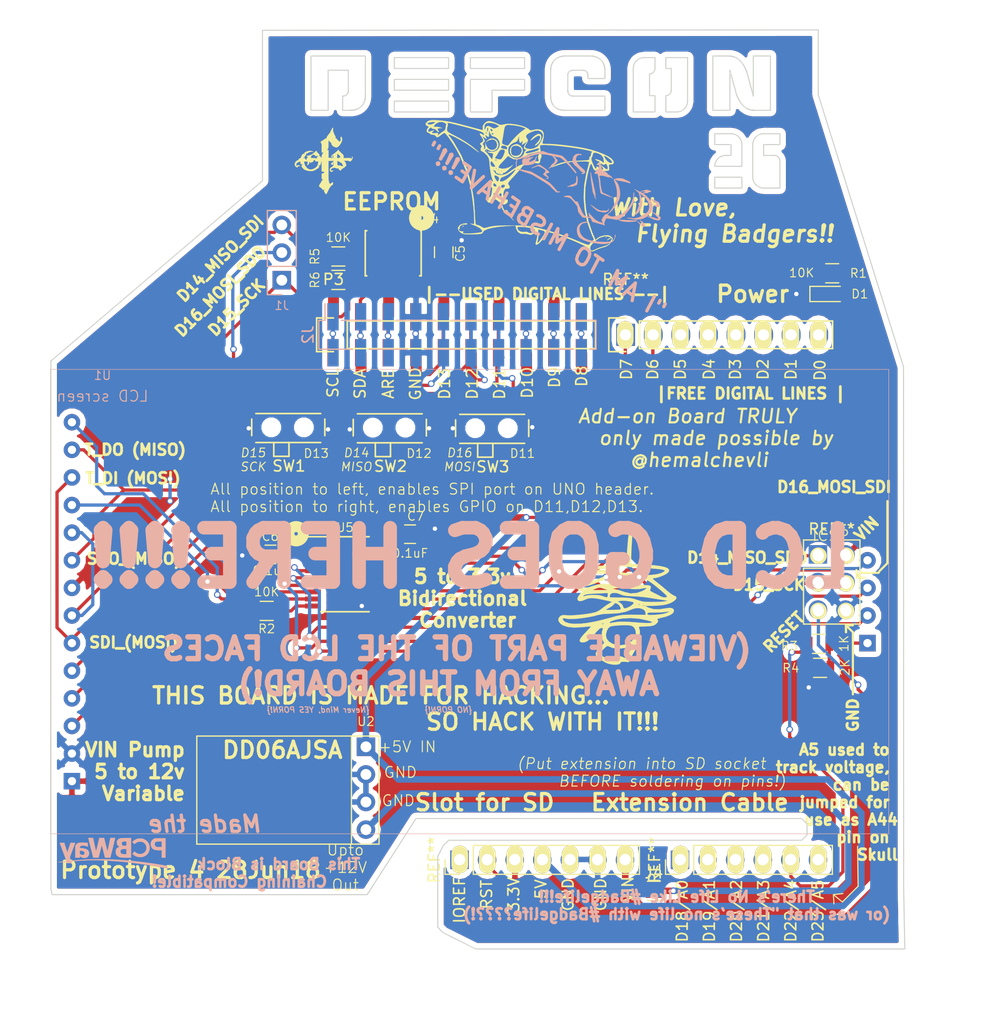
<source format=kicad_pcb>
(kicad_pcb (version 20171130) (host pcbnew "(5.0.0-rc2-dev-26-g0d794b2)")
  (layers (0 F.Cu signal) (31 B.Cu signal) (34 B.Paste user) (35 F.Paste user) (36 B.SilkS user hide) (37 F.SilkS user hide) (38 B.Mask user) (39 F.Mask user) (44 Edge.Cuts user))
  (net 0 "")
  (net 1 /D13)
  (net 2 /D12)
  (net 3 /D11)
  (net 4 GND)
  (net 5 /D10)
  (net 6 /D8)
  (net 7 /D9)
  (net 8 /D7)
  (net 9 /D6)
  (net 10 /A4)
  (net 11 /+5V)
  (net 12 /+12V)
  (net 13 /+3V3)
  (net 14 "Net-(D1-Pad2)")
  (net 15 /MOSI_5V)
  (net 16 /MISO_5V)
  (net 17 /SCLK_5V)
  (net 18 /DD11)
  (net 19 /DD12)
  (net 20 /DD13)
  (net 21 "Net-(R2-Pad1)")
  (net 22 /A4_3V3)
  (net 23 /D10_3V3)
  (net 24 /D8_3V3)
  (net 25 /D9_3V3)
  (net 26 /MOSI_3V3)
  (net 27 /SCLK_3V3)
  (net 28 /MISO_3V3)
  (net 29 /D7_3V3)
  (net 30 /D6_3V3)
  (net 31 /SDA)
  (net 32 /SCL)
  (net 33 "Net-(XA2-PadRST)")
  (net 34 "Net-(J4-Pad1)")
  (net 35 /AREF)
  (module Addon_board:2.4_TFT_LCD_OUTLINE (layer B.Cu) (at 239.522 168.402 180)
    (fp_text reference U1 (at 72.39 42.164 180) (layer B.SilkS) (effects (font (size 0.8 0.8) (thickness 0.1)) (justify mirror)))
    (fp_text value 2.4TFT_LCD)
    (pad 1 thru_hole rect (at 75.2 4.84 180) (size 1.524 1.524) (drill 0.762) (layers *.Cu *.Mask) (net 13 /+3V3))
    (pad 2 thru_hole circle (at 75.2 7.38 180) (size 1.524 1.524) (drill 0.762) (layers *.Cu *.Mask) (net 4 GND))
    (pad 3 thru_hole circle (at 75.2 9.92 180) (size 1.524 1.524) (drill 0.762) (layers *.Cu *.Mask) (net 23 /D10_3V3))
    (pad 4 thru_hole circle (at 75.2 12.46 180) (size 1.524 1.524) (drill 0.762) (layers *.Cu *.Mask) (net 24 /D8_3V3))
    (pad 5 thru_hole circle (at 75.2 15 180) (size 1.524 1.524) (drill 0.762) (layers *.Cu *.Mask) (net 25 /D9_3V3))
    (pad 6 thru_hole circle (at 75.2 17.54 180) (size 1.524 1.524) (drill 0.762) (layers *.Cu *.Mask) (net 26 /MOSI_3V3))
    (pad 7 thru_hole circle (at 75.2 20.08 180) (size 1.524 1.524) (drill 0.762) (layers *.Cu *.Mask) (net 27 /SCLK_3V3))
    (pad 8 thru_hole circle (at 75.2 22.62 180) (size 1.524 1.524) (drill 0.762) (layers *.Cu *.Mask) (net 13 /+3V3))
    (pad 9 thru_hole circle (at 75.2 25.16 180) (size 1.524 1.524) (drill 0.762) (layers *.Cu *.Mask) (net 28 /MISO_3V3))
    (pad 10 thru_hole circle (at 75.2 27.7 180) (size 1.524 1.524) (drill 0.762) (layers *.Cu *.Mask) (net 27 /SCLK_3V3))
    (pad 11 thru_hole circle (at 75.2 30.24 180) (size 1.524 1.524) (drill 0.762) (layers *.Cu *.Mask) (net 29 /D7_3V3))
    (pad 12 thru_hole circle (at 75.2 32.78 180) (size 1.524 1.524) (drill 0.762) (layers *.Cu *.Mask) (net 26 /MOSI_3V3))
    (pad 13 thru_hole circle (at 75.2 35.32 180) (size 1.524 1.524) (drill 0.762) (layers *.Cu *.Mask) (net 28 /MISO_3V3))
    (pad 14 thru_hole circle (at 75.2 37.86 180) (size 1.524 1.524) (drill 0.762) (layers *.Cu *.Mask) (net 30 /D6_3V3))
    (pad 15 thru_hole rect (at 1.96 17.54 180) (size 1.524 1.524) (drill 0.762) (layers *.Cu *.Mask) (net 22 /A4_3V3))
    (pad 16 thru_hole circle (at 1.96 20.08 180) (size 1.524 1.524) (drill 0.762) (layers *.Cu *.Mask) (net 26 /MOSI_3V3))
    (pad 17 thru_hole circle (at 1.96 22.62 180) (size 1.524 1.524) (drill 0.762) (layers *.Cu *.Mask) (net 28 /MISO_3V3))
    (pad 18 thru_hole circle (at 1.96 25.16 180) (size 1.524 1.524) (drill 0.762) (layers *.Cu *.Mask) (net 27 /SCLK_3V3))
  )
  (module Addon_board:DCDC_BOOST (layer F.Cu) (at 191.389 160.401)
    (fp_text reference U2 (at 0 -2.33) (layer F.SilkS) (effects (font (size 0.8 0.8) (thickness 0.1))))
    (fp_text value DD06AJSA)
    (pad 1 thru_hole rect (at 0 0) (size 1.7 1.7) (drill 1) (layers *.Cu *.Mask) (net 11 /+5V))
    (pad 2 thru_hole oval (at 0 2.54) (size 1.7 1.7) (drill 1) (layers *.Cu *.Mask) (net 4 GND))
    (pad 3 thru_hole oval (at 0 5.08) (size 1.7 1.7) (drill 1) (layers *.Cu *.Mask) (net 4 GND))
    (pad 4 thru_hole oval (at 0 7.62) (size 1.7 1.7) (drill 1) (layers *.Cu *.Mask) (net 12 /+12V))
  )
  (module Addon_board:UNO_headersICSP_EDIT_10smd (layer F.Cu) (at 169.545 173.3042)
    (fp_text reference XA2)
    (fp_text value Shield hide)
    (fp_text user IOREF (at 30.455 1.1958 90) (layer F.SilkS))
    (fp_text user RST (at 32.955 0.6958 90) (layer F.SilkS))
    (fp_text user 3.3V (at 35.455 0.6958 90) (layer F.SilkS))
    (fp_text user 5V (at 37.955 0.1958 90) (layer F.SilkS))
    (fp_text user GND (at 40.455 0.6958 90) (layer F.SilkS))
    (fp_text user GND (at 43.455 0.6958 90) (layer F.SilkS))
    (fp_text user VIN (at 45.955 0.1958 90) (layer F.SilkS))
    (fp_text user D23/A5 (at 63.455 2.1958 90) (layer F.SilkS))
    (fp_text user D22/A4 (at 60.955 2.1958 90) (layer F.SilkS))
    (fp_text user D21/A3 (at 58.455 2.1958 90) (layer F.SilkS))
    (fp_text user D20/A2 (at 55.955 2.1958 90) (layer F.SilkS))
    (fp_text user D19/A1 (at 53.455 2.1958 90) (layer F.SilkS))
    (fp_text user D18/A0 (at 50.955 2.1958 90) (layer F.SilkS))
    (fp_text user SCL (at 18.8 -46.4 90) (layer F.SilkS))
    (fp_text user SDA (at 21.3 -46.3 90) (layer F.SilkS))
    (fp_text user ARE (at 23.9 -46.3 90) (layer F.SilkS))
    (fp_text user GND (at 26.4 -46.3 90) (layer F.SilkS))
    (fp_text user D13 (at 29.083 -46.3042 90) (layer F.SilkS))
    (fp_text user D12 (at 31.623 -46.3042 90) (layer F.SilkS))
    (fp_text user D11 (at 34.143 -46.3042 90) (layer F.SilkS))
    (fp_text user D10 (at 36.7 -46.4 90) (layer F.SilkS))
    (fp_text user D9 (at 39.2 -46.9 90) (layer F.SilkS))
    (fp_text user D8 (at 41.7 -47 90) (layer F.SilkS))
    (fp_text user D7 (at 45.827 -47.625 90) (layer F.SilkS))
    (fp_text user D6 (at 48.24 -47.625 90) (layer F.SilkS))
    (fp_text user D5 (at 50.78 -47.625 90) (layer F.SilkS))
    (fp_text user D4 (at 53.447 -47.625 90) (layer F.SilkS))
    (fp_text user D3 (at 55.86 -47.625 90) (layer F.SilkS))
    (fp_text user D2 (at 58.4 -47.625 90) (layer F.SilkS))
    (fp_text user D1 (at 60.975 -47.625 90) (layer F.SilkS))
    (fp_text user D0 (at 63.65 -47.55 90) (layer F.SilkS))
    (pad D13 smd rect (at 28.956 -52.4642) (size 1 2.51) (layers F.Cu F.Paste F.Mask) (net 20 /DD13))
    (pad D10 smd rect (at 36.576 -49.1542) (size 1 2.51) (layers F.Cu F.Paste F.Mask) (net 5 /D10))
    (pad D9 smd rect (at 39.116 -49.1542) (size 1 2.51) (layers F.Cu F.Paste F.Mask) (net 7 /D9))
    (pad D8 smd rect (at 41.656 -49.1542) (size 1 2.51) (layers F.Cu F.Paste F.Mask) (net 6 /D8))
    (pad D8 smd rect (at 41.656 -52.4642) (size 1 2.51) (layers F.Cu F.Paste F.Mask) (net 6 /D8))
    (pad D9 smd rect (at 39.116 -52.4642) (size 1 2.51) (layers F.Cu F.Paste F.Mask) (net 7 /D9))
    (pad D10 smd rect (at 36.576 -52.4642) (size 1 2.51) (layers F.Cu F.Paste F.Mask) (net 5 /D10))
    (pad SCL smd rect (at 18.796 -49.1542) (size 1 2.51) (layers F.Cu F.Paste F.Mask) (net 32 /SCL))
    (pad SDA smd rect (at 21.336 -49.1542) (size 1 2.51) (layers F.Cu F.Paste F.Mask) (net 31 /SDA))
    (pad AREF smd rect (at 23.876 -49.1542) (size 1 2.51) (layers F.Cu F.Paste F.Mask) (net 35 /AREF))
    (pad GND3 smd rect (at 26.416 -49.1542) (size 1 2.51) (layers F.Cu F.Paste F.Mask) (net 4 GND))
    (pad SCL smd rect (at 18.796 -52.4642) (size 1 2.51) (layers F.Cu F.Paste F.Mask) (net 32 /SCL))
    (pad SDA smd rect (at 21.336 -52.4642) (size 1 2.51) (layers F.Cu F.Paste F.Mask) (net 31 /SDA))
    (pad AREF smd rect (at 23.876 -52.4642) (size 1 2.51) (layers F.Cu F.Paste F.Mask) (net 35 /AREF))
    (pad GND3 smd rect (at 26.416 -52.4642) (size 1 2.51) (layers F.Cu F.Paste F.Mask) (net 4 GND))
    (pad D12 smd rect (at 31.496 -49.1542) (size 1 2.51) (layers F.Cu F.Paste F.Mask) (net 19 /DD12))
    (pad D13 smd rect (at 28.956 -49.1542) (size 1 2.51) (layers F.Cu F.Paste F.Mask) (net 20 /DD13))
    (pad D12 smd rect (at 31.496 -52.4642) (size 1 2.51) (layers F.Cu F.Paste F.Mask) (net 19 /DD12))
    (pad D11 smd rect (at 34.036 -49.1542) (size 1 2.51) (layers F.Cu F.Paste F.Mask) (net 18 /DD11))
    (pad A5 thru_hole oval (at 63.5 -2.54 90) (size 2.54 1.524) (drill 1.016) (layers *.Cu *.Mask F.SilkS))
    (pad A4 thru_hole oval (at 60.96 -2.54 90) (size 2.54 1.524) (drill 1.016) (layers *.Cu *.Mask F.SilkS) (net 10 /A4))
    (pad A3 thru_hole oval (at 58.42 -2.54 90) (size 2.54 1.524) (drill 1.016) (layers *.Cu *.Mask F.SilkS))
    (pad A0 thru_hole oval (at 50.8 -2.54 90) (size 2.54 1.524) (drill 1.016) (layers *.Cu *.Mask F.SilkS))
    (pad A1 thru_hole oval (at 53.34 -2.54 90) (size 2.54 1.524) (drill 1.016) (layers *.Cu *.Mask F.SilkS))
    (pad A2 thru_hole oval (at 55.88 -2.54 90) (size 2.54 1.524) (drill 1.016) (layers *.Cu *.Mask F.SilkS))
    (pad VIN thru_hole oval (at 45.72 -2.54 90) (size 2.54 1.524) (drill 1.016) (layers *.Cu *.Mask F.SilkS) (net 34 "Net-(J4-Pad1)"))
    (pad GND2 thru_hole oval (at 43.18 -2.54 90) (size 2.54 1.524) (drill 1.016) (layers *.Cu *.Mask F.SilkS) (net 4 GND))
    (pad GND1 thru_hole oval (at 40.64 -2.54 90) (size 2.54 1.524) (drill 1.016) (layers *.Cu *.Mask F.SilkS) (net 4 GND))
    (pad 3V3 thru_hole oval (at 35.56 -2.54 90) (size 2.54 1.524) (drill 1.016) (layers *.Cu *.Mask F.SilkS) (net 13 /+3V3))
    (pad RST thru_hole oval (at 33.02 -2.54 90) (size 2.54 1.524) (drill 1.016) (layers *.Cu *.Mask F.SilkS) (net 33 "Net-(XA2-PadRST)"))
    (pad D0 thru_hole oval (at 63.5 -50.8 90) (size 2.54 1.524) (drill 1.016) (layers *.Cu *.Mask F.SilkS))
    (pad D1 thru_hole oval (at 60.96 -50.8 90) (size 2.54 1.524) (drill 1.016) (layers *.Cu *.Mask F.SilkS))
    (pad D2 thru_hole oval (at 58.42 -50.8 90) (size 2.54 1.524) (drill 1.016) (layers *.Cu *.Mask F.SilkS))
    (pad D3 thru_hole oval (at 55.88 -50.8 90) (size 2.54 1.524) (drill 1.016) (layers *.Cu *.Mask F.SilkS))
    (pad D4 thru_hole oval (at 53.34 -50.8 90) (size 2.54 1.524) (drill 1.016) (layers *.Cu *.Mask F.SilkS))
    (pad D5 thru_hole oval (at 50.8 -50.8 90) (size 2.54 1.524) (drill 1.016) (layers *.Cu *.Mask F.SilkS))
    (pad D6 thru_hole oval (at 48.26 -50.8 90) (size 2.54 1.524) (drill 1.016) (layers *.Cu *.Mask F.SilkS) (net 9 /D6))
    (pad D7 thru_hole oval (at 45.72 -50.8 90) (size 2.54 1.524) (drill 1.016) (layers *.Cu *.Mask F.SilkS) (net 8 /D7))
    (pad 5V thru_hole oval (at 38.1 -2.54 90) (size 2.54 1.524) (drill 1.016) (layers *.Cu *.Mask F.SilkS) (net 11 /+5V))
    (pad IO thru_hole oval (at 30.48 -2.54 90) (size 2.54 1.524) (drill 1.016) (layers *.Cu *.Mask F.SilkS))
    (pad SP1 thru_hole circle (at 63.5 -30.48 90) (size 1.524 1.524) (drill 1.016) (layers *.Cu *.Mask F.SilkS) (net 16 /MISO_5V))
    (pad SP2 thru_hole circle (at 66.04 -30.48 90) (size 1.524 1.524) (drill 1.016) (layers *.Cu *.Mask F.SilkS) (net 13 /+3V3))
    (pad SP3 thru_hole circle (at 63.5 -27.94 90) (size 1.524 1.524) (drill 1.016) (layers *.Cu *.Mask F.SilkS) (net 17 /SCLK_5V))
    (pad SP4 thru_hole circle (at 66.04 -27.94 90) (size 1.524 1.524) (drill 1.016) (layers *.Cu *.Mask F.SilkS) (net 15 /MOSI_5V))
    (pad SP5 thru_hole circle (at 63.5 -25.4 90) (size 1.524 1.524) (drill 1.016) (layers *.Cu *.Mask F.SilkS) (net 33 "Net-(XA2-PadRST)"))
    (pad SP6 thru_hole circle (at 66.04 -25.4 90) (size 1.524 1.524) (drill 1.016) (layers *.Cu *.Mask F.SilkS) (net 4 GND))
    (pad D11 smd rect (at 34.036 -52.4642) (size 1 2.51) (layers F.Cu F.Paste F.Mask) (net 18 /DD11))
  )
  (module Graphics:LimeAndPepper (layer F.Cu) (at 214.5 146.75)
    (fp_text reference G*** hide)
    (fp_text value LOGO hide)
  )
  (module Addon_board:C_0805 (layer F.Cu) (at 198.55 114.9 90)
    (fp_text reference C5 (at -0.127 1.524 90) (layer F.SilkS) (effects (font (size 0.8 0.8) (thickness 0.1))))
    (fp_text value "10 pF")
    (pad 1 smd rect (at -1 0 90) (size 1 1.25) (layers F.Cu F.Paste F.Mask) (net 11 /+5V))
    (pad 2 smd rect (at 1 0 90) (size 1 1.25) (layers F.Cu F.Paste F.Mask) (net 4 GND))
  )
  (module Addon_board:Pin_Header_Straight_1x03_Pitch2.54mm (layer B.Cu) (at 183.642 117.475)
    (fp_text reference J1 (at 0 2.33) (layer B.SilkS) (effects (font (size 0.8 0.8) (thickness 0.1)) (justify mirror)))
    (fp_text value SPI)
    (pad 1 thru_hole rect (at 0 0) (size 1.7 1.7) (drill 1) (layers *.Cu *.Mask) (net 17 /SCLK_5V))
    (pad 2 thru_hole oval (at 0 -2.54) (size 1.7 1.7) (drill 1) (layers *.Cu *.Mask) (net 15 /MOSI_5V))
    (pad 3 thru_hole oval (at 0 -5.08) (size 1.7 1.7) (drill 1) (layers *.Cu *.Mask) (net 16 /MISO_5V))
  )
  (module Addon_board:C_0805 (layer F.Cu) (at 182.6 142.7 180)
    (fp_text reference C6 (at 0.016 1.651 180) (layer F.SilkS) (effects (font (size 0.8 0.8) (thickness 0.1))))
    (fp_text value 0.1uF (at 0 -1.5 180) (layer F.SilkS) (effects (font (size 0.8 0.8) (thickness 0.1))))
    (pad 1 smd rect (at -1 0 180) (size 1 1.25) (layers F.Cu F.Paste F.Mask) (net 13 /+3V3))
    (pad 2 smd rect (at 1 0 180) (size 1 1.25) (layers F.Cu F.Paste F.Mask) (net 4 GND))
  )
  (module Addon_board:C_0805 (layer F.Cu) (at 195.453 140.843)
    (fp_text reference C7 (at 0.508 -1.651) (layer F.SilkS) (effects (font (size 0.8 0.8) (thickness 0.1))))
    (fp_text value 0.1uF (at 0 1.75) (layer F.SilkS) (effects (font (size 0.8 0.8) (thickness 0.1))))
    (pad 1 smd rect (at -1 0) (size 1 1.25) (layers F.Cu F.Paste F.Mask) (net 11 /+5V))
    (pad 2 smd rect (at 1 0) (size 1 1.25) (layers F.Cu F.Paste F.Mask) (net 4 GND))
  )
  (module Addon_board:LED_0805 (layer F.Cu) (at 234.061 118.745)
    (fp_text reference D1 (at 2.794 0) (layer F.SilkS) (effects (font (size 0.8 0.8) (thickness 0.1))))
    (fp_text value LED)
    (pad 2 smd rect (at 1.1 0 180) (size 1.2 1.2) (layers F.Cu F.Paste F.Mask) (net 14 "Net-(D1-Pad2)"))
    (pad 1 smd rect (at -1.1 0 180) (size 1.2 1.2) (layers F.Cu F.Paste F.Mask) (net 4 GND))
  )
  (module Addon_board:R_0805 (layer F.Cu) (at 234.315 116.84)
    (fp_text reference R1 (at 2.413 0) (layer F.SilkS) (effects (font (size 0.8 0.8) (thickness 0.1))))
    (fp_text value 10K (at -2.815 -0.04) (layer F.SilkS) (effects (font (size 0.8 0.8) (thickness 0.1))))
    (pad 1 smd rect (at -0.95 0) (size 0.7 1.3) (layers F.Cu F.Paste F.Mask) (net 11 /+5V))
    (pad 2 smd rect (at 0.95 0) (size 0.7 1.3) (layers F.Cu F.Paste F.Mask) (net 14 "Net-(D1-Pad2)"))
  )
  (module Addon_board:R_0805 (layer F.Cu) (at 182.25 147.9 180)
    (fp_text reference R2 (at 0 -1.65 180) (layer F.SilkS) (effects (font (size 0.8 0.8) (thickness 0.1))))
    (fp_text value 10K (at 0 1.75 180) (layer F.SilkS) (effects (font (size 0.8 0.8) (thickness 0.1))))
    (pad 1 smd rect (at -0.95 0 180) (size 0.7 1.3) (layers F.Cu F.Paste F.Mask) (net 21 "Net-(R2-Pad1)"))
    (pad 2 smd rect (at 0.95 0 180) (size 0.7 1.3) (layers F.Cu F.Paste F.Mask) (net 13 /+3V3))
  )
  (module Addon_board:R_0805 (layer F.Cu) (at 233.0958 150.9268)
    (fp_text reference R3 (at -2.7178 0.2032) (layer F.SilkS) (effects (font (size 0.8 0.8) (thickness 0.1))))
    (fp_text value 1K (at 2.3042 -0.0268 90) (layer F.SilkS) (effects (font (size 0.8 0.8) (thickness 0.1))))
    (pad 1 smd rect (at -0.95 0) (size 0.7 1.3) (layers F.Cu F.Paste F.Mask) (net 10 /A4))
    (pad 2 smd rect (at 0.95 0) (size 0.7 1.3) (layers F.Cu F.Paste F.Mask) (net 22 /A4_3V3))
  )
  (module Addon_board:R_0805 (layer F.Cu) (at 233.1974 153.1366 180)
    (fp_text reference R4 (at 2.6924 -0.0254 180) (layer F.SilkS) (effects (font (size 0.8 0.8) (thickness 0.1))))
    (fp_text value 2K (at -2.3026 0.0366 270) (layer F.SilkS) (effects (font (size 0.8 0.8) (thickness 0.1))))
    (pad 1 smd rect (at -0.95 0 180) (size 0.7 1.3) (layers F.Cu F.Paste F.Mask) (net 22 /A4_3V3))
    (pad 2 smd rect (at 0.95 0 180) (size 0.7 1.3) (layers F.Cu F.Paste F.Mask) (net 4 GND))
  )
  (module Addon_board:SOIC-8_3.9x4.9mm_Pitch1.27mm (layer F.Cu) (at 193.9 115 270)
    (fp_text reference U4 (at -3.175 -3.429) (layer F.SilkS) (effects (font (size 0.8 0.8) (thickness 0.1))))
    (fp_text value 24LC256)
    (pad 1 smd rect (at -2.7 -1.905 270) (size 1.55 0.6) (layers F.Cu F.Paste F.Mask) (net 4 GND))
    (pad 2 smd rect (at -2.7 -0.635 270) (size 1.55 0.6) (layers F.Cu F.Paste F.Mask) (net 4 GND))
    (pad 3 smd rect (at -2.7 0.635 270) (size 1.55 0.6) (layers F.Cu F.Paste F.Mask) (net 4 GND))
    (pad 4 smd rect (at -2.7 1.905 270) (size 1.55 0.6) (layers F.Cu F.Paste F.Mask) (net 4 GND))
    (pad 5 smd rect (at 2.7 1.905 270) (size 1.55 0.6) (layers F.Cu F.Paste F.Mask) (net 31 /SDA))
    (pad 6 smd rect (at 2.7 0.635 270) (size 1.55 0.6) (layers F.Cu F.Paste F.Mask) (net 32 /SCL))
    (pad 7 smd rect (at 2.7 -0.635 270) (size 1.55 0.6) (layers F.Cu F.Paste F.Mask) (net 4 GND))
    (pad 8 smd rect (at 2.7 -1.905 270) (size 1.55 0.6) (layers F.Cu F.Paste F.Mask) (net 11 /+5V))
  )
  (module Addon_board:TSSOP-20_4.4x6.5mm_Pitch0.65mm (layer F.Cu) (at 189.4586 144.526)
    (fp_text reference U5 (at 0 -4.3) (layer F.SilkS) (effects (font (size 0.8 0.8) (thickness 0.1))))
    (fp_text value TXB0108PWR)
    (pad 1 smd rect (at -2.95 -2.925) (size 1.45 0.45) (layers F.Cu F.Paste F.Mask) (net 23 /D10_3V3))
    (pad 2 smd rect (at -2.95 -2.275) (size 1.45 0.45) (layers F.Cu F.Paste F.Mask) (net 13 /+3V3))
    (pad 3 smd rect (at -2.95 -1.625) (size 1.45 0.45) (layers F.Cu F.Paste F.Mask) (net 24 /D8_3V3))
    (pad 4 smd rect (at -2.95 -0.975) (size 1.45 0.45) (layers F.Cu F.Paste F.Mask) (net 25 /D9_3V3))
    (pad 5 smd rect (at -2.95 -0.325) (size 1.45 0.45) (layers F.Cu F.Paste F.Mask) (net 26 /MOSI_3V3))
    (pad 6 smd rect (at -2.95 0.325) (size 1.45 0.45) (layers F.Cu F.Paste F.Mask) (net 27 /SCLK_3V3))
    (pad 7 smd rect (at -2.95 0.975) (size 1.45 0.45) (layers F.Cu F.Paste F.Mask) (net 28 /MISO_3V3))
    (pad 8 smd rect (at -2.95 1.625) (size 1.45 0.45) (layers F.Cu F.Paste F.Mask) (net 29 /D7_3V3))
    (pad 9 smd rect (at -2.95 2.275) (size 1.45 0.45) (layers F.Cu F.Paste F.Mask) (net 30 /D6_3V3))
    (pad 10 smd rect (at -2.95 2.925) (size 1.45 0.45) (layers F.Cu F.Paste F.Mask) (net 21 "Net-(R2-Pad1)"))
    (pad 11 smd rect (at 2.95 2.925) (size 1.45 0.45) (layers F.Cu F.Paste F.Mask) (net 4 GND))
    (pad 12 smd rect (at 2.95 2.275) (size 1.45 0.45) (layers F.Cu F.Paste F.Mask) (net 9 /D6))
    (pad 13 smd rect (at 2.95 1.625) (size 1.45 0.45) (layers F.Cu F.Paste F.Mask) (net 8 /D7))
    (pad 14 smd rect (at 2.95 0.975) (size 1.45 0.45) (layers F.Cu F.Paste F.Mask) (net 16 /MISO_5V))
    (pad 15 smd rect (at 2.95 0.325) (size 1.45 0.45) (layers F.Cu F.Paste F.Mask) (net 17 /SCLK_5V))
    (pad 16 smd rect (at 2.95 -0.325) (size 1.45 0.45) (layers F.Cu F.Paste F.Mask) (net 15 /MOSI_5V))
    (pad 17 smd rect (at 2.95 -0.975) (size 1.45 0.45) (layers F.Cu F.Paste F.Mask) (net 7 /D9))
    (pad 18 smd rect (at 2.95 -1.625) (size 1.45 0.45) (layers F.Cu F.Paste F.Mask) (net 6 /D8))
    (pad 19 smd rect (at 2.95 -2.275) (size 1.45 0.45) (layers F.Cu F.Paste F.Mask) (net 11 /+5V))
    (pad 20 smd rect (at 2.95 -2.925) (size 1.45 0.45) (layers F.Cu F.Paste F.Mask) (net 5 /D10))
  )
  (module Addon_board:R_0805 (layer F.Cu) (at 188.849 115.294 180)
    (fp_text reference R5 (at 2.159 0 270) (layer F.SilkS) (effects (font (size 0.8 0.8) (thickness 0.1))))
    (fp_text value 10K (at 0 1.75 180) (layer F.SilkS) (effects (font (size 0.8 0.8) (thickness 0.1))))
    (pad 1 smd rect (at -0.95 0 180) (size 0.7 1.3) (layers F.Cu F.Paste F.Mask) (net 31 /SDA))
    (pad 2 smd rect (at 0.95 0 180) (size 0.7 1.3) (layers F.Cu F.Paste F.Mask) (net 11 /+5V))
  )
  (module Addon_board:R_0805 (layer F.Cu) (at 188.849 117.453 180)
    (fp_text reference R6 (at 2.159 0 270) (layer F.SilkS) (effects (font (size 0.8 0.8) (thickness 0.1))))
    (fp_text value 10K)
    (pad 1 smd rect (at -0.95 0 180) (size 0.7 1.3) (layers F.Cu F.Paste F.Mask) (net 32 /SCL))
    (pad 2 smd rect (at 0.95 0 180) (size 0.7 1.3) (layers F.Cu F.Paste F.Mask) (net 11 /+5V))
  )
  (module Graphics:oFb (layer F.Cu) (at 187.5 106.5)
    (fp_text reference G*** hide)
    (fp_text value LOGO hide)
  )
  (module Graphics:Flying_Badgers_300x300 (layer F.Cu) (at 205.5 108.75)
    (fp_text reference G*** hide)
    (fp_text value LOGO hide)
  )
  (module Graphics:Firefly (layer B.Cu) (at 211 110 135)
    (fp_text reference G*** hide)
    (fp_text value LOGO hide)
  )
  (module Addon_board:SolderJumper (layer F.Cu) (at 217.9 173.65)
    (fp_text reference J4 (at 0 -1.65) (layer F.SilkS))
    (fp_text value GS2)
    (pad 1 smd rect (at -0.4 0) (size 0.7 1.3) (layers F.Cu F.Paste F.Mask) (net 34 "Net-(J4-Pad1)"))
    (pad 2 smd rect (at 0.4 0) (size 0.7 1.3) (layers F.Cu F.Paste F.Mask) (net 12 /+12V))
  )
  (module Addon_board:MSK12C02 (layer F.Cu) (at 184.1754 131.0132)
    (fp_text reference SW1 (at 0.127 3.556) (layer F.SilkS))
    (fp_text value SW_SPDT)
    (pad "" np_thru_hole circle (at -1.5 0) (size 0.8 0.8) (drill 0.8) (layers *.Cu *.Mask))
    (pad "" np_thru_hole circle (at 1.5 0) (size 0.8 0.8) (drill 0.8) (layers *.Cu *.Mask))
    (pad 4 smd rect (at -3.556 -1.143) (size 1 0.5) (layers F.Cu F.Paste F.Mask) (net 4 GND))
    (pad 1 smd rect (at -2.5 -2) (size 0.6 1.2) (layers F.Cu F.Paste F.Mask) (net 17 /SCLK_5V))
    (pad 2 smd rect (at 0.5 -2) (size 0.6 1.2) (layers F.Cu F.Paste F.Mask) (net 20 /DD13))
    (pad 3 smd rect (at 2 -2) (size 0.6 1.2) (layers F.Cu F.Paste F.Mask) (net 1 /D13))
    (pad 4 smd rect (at -3.556 1.143) (size 1 0.5) (layers F.Cu F.Paste F.Mask) (net 4 GND))
    (pad 4 smd rect (at 3.683 1.143) (size 1 0.5) (layers F.Cu F.Paste F.Mask) (net 4 GND))
    (pad 4 smd rect (at 3.683 -1.143) (size 1 0.5) (layers F.Cu F.Paste F.Mask) (net 4 GND))
  )
  (module Addon_board:MSK12C02 (layer F.Cu) (at 193.5226 131.0386)
    (fp_text reference SW2 (at 0.127 3.556) (layer F.SilkS))
    (fp_text value SW_SPDT)
    (pad "" np_thru_hole circle (at -1.5 0) (size 0.8 0.8) (drill 0.8) (layers *.Cu *.Mask))
    (pad "" np_thru_hole circle (at 1.5 0) (size 0.8 0.8) (drill 0.8) (layers *.Cu *.Mask))
    (pad 4 smd rect (at -3.556 -1.143) (size 1 0.5) (layers F.Cu F.Paste F.Mask) (net 4 GND))
    (pad 1 smd rect (at -2.5 -2) (size 0.6 1.2) (layers F.Cu F.Paste F.Mask) (net 16 /MISO_5V))
    (pad 2 smd rect (at 0.5 -2) (size 0.6 1.2) (layers F.Cu F.Paste F.Mask) (net 19 /DD12))
    (pad 3 smd rect (at 2 -2) (size 0.6 1.2) (layers F.Cu F.Paste F.Mask) (net 2 /D12))
    (pad 4 smd rect (at -3.556 1.143) (size 1 0.5) (layers F.Cu F.Paste F.Mask) (net 4 GND))
    (pad 4 smd rect (at 3.683 1.143) (size 1 0.5) (layers F.Cu F.Paste F.Mask) (net 4 GND))
    (pad 4 smd rect (at 3.683 -1.143) (size 1 0.5) (layers F.Cu F.Paste F.Mask) (net 4 GND))
  )
  (module Addon_board:MSK12C02 (layer F.Cu) (at 202.946 131.0894)
    (fp_text reference SW3 (at 0.127 3.556) (layer F.SilkS))
    (fp_text value SW_SPDT)
    (pad "" np_thru_hole circle (at -1.5 0) (size 0.8 0.8) (drill 0.8) (layers *.Cu *.Mask))
    (pad "" np_thru_hole circle (at 1.5 0) (size 0.8 0.8) (drill 0.8) (layers *.Cu *.Mask))
    (pad 4 smd rect (at -3.556 -1.143) (size 1 0.5) (layers F.Cu F.Paste F.Mask) (net 4 GND))
    (pad 1 smd rect (at -2.5 -2) (size 0.6 1.2) (layers F.Cu F.Paste F.Mask) (net 15 /MOSI_5V))
    (pad 2 smd rect (at 0.5 -2) (size 0.6 1.2) (layers F.Cu F.Paste F.Mask) (net 18 /DD11))
    (pad 3 smd rect (at 2 -2) (size 0.6 1.2) (layers F.Cu F.Paste F.Mask) (net 3 /D11))
    (pad 4 smd rect (at -3.556 1.143) (size 1 0.5) (layers F.Cu F.Paste F.Mask) (net 4 GND))
    (pad 4 smd rect (at 3.683 1.143) (size 1 0.5) (layers F.Cu F.Paste F.Mask) (net 4 GND))
    (pad 4 smd rect (at 3.683 -1.143) (size 1 0.5) (layers F.Cu F.Paste F.Mask) (net 4 GND))
  )
  (module Addon_board:Pin_Header_Straight_1x10_Pitch2.54mm_SMD_Pin1Left (layer B.Cu) (at 199.81 122.495 270)
    (fp_text reference J2 (at 0 13.76 270) (layer B.SilkS) (effects (justify mirror)))
    (fp_text value BottomConn)
    (pad 10 smd rect (at -1.655 -11.43 270) (size 2.51 1) (layers B.Cu B.Paste B.Mask) (net 6 /D8))
    (pad 9 smd rect (at 1.655 -8.89 270) (size 2.51 1) (layers B.Cu B.Paste B.Mask) (net 7 /D9))
    (pad 8 smd rect (at -1.655 -6.35 270) (size 2.51 1) (layers B.Cu B.Paste B.Mask) (net 5 /D10))
    (pad 7 smd rect (at 1.655 -3.81 270) (size 2.51 1) (layers B.Cu B.Paste B.Mask) (net 3 /D11))
    (pad 6 smd rect (at -1.655 -1.27 270) (size 2.51 1) (layers B.Cu B.Paste B.Mask) (net 2 /D12))
    (pad 5 smd rect (at 1.655 1.27 270) (size 2.51 1) (layers B.Cu B.Paste B.Mask) (net 1 /D13))
    (pad 4 smd rect (at -1.655 3.81 270) (size 2.51 1) (layers B.Cu B.Paste B.Mask) (net 4 GND))
    (pad 3 smd rect (at 1.655 6.35 270) (size 2.51 1) (layers B.Cu B.Paste B.Mask) (net 35 /AREF))
    (pad 2 smd rect (at -1.655 8.89 270) (size 2.51 1) (layers B.Cu B.Paste B.Mask) (net 31 /SDA))
    (pad 1 smd rect (at 1.655 11.43 270) (size 2.51 1) (layers B.Cu B.Paste B.Mask) (net 32 /SCL))
    (pad 1 smd rect (at -1.655 11.43 270) (size 2.51 1) (layers B.Cu B.Paste B.Mask) (net 32 /SCL))
    (pad 3 smd rect (at -1.655 6.35 270) (size 2.51 1) (layers B.Cu B.Paste B.Mask) (net 35 /AREF))
    (pad 5 smd rect (at -1.655 1.27 270) (size 2.51 1) (layers B.Cu B.Paste B.Mask) (net 1 /D13))
    (pad 7 smd rect (at -1.655 -3.81 270) (size 2.51 1) (layers B.Cu B.Paste B.Mask) (net 3 /D11))
    (pad 9 smd rect (at -1.655 -8.89 270) (size 2.51 1) (layers B.Cu B.Paste B.Mask) (net 7 /D9))
    (pad 2 smd rect (at 1.655 8.89 270) (size 2.51 1) (layers B.Cu B.Paste B.Mask) (net 31 /SDA))
    (pad 4 smd rect (at 1.655 3.81 270) (size 2.51 1) (layers B.Cu B.Paste B.Mask) (net 4 GND))
    (pad 6 smd rect (at 1.655 -1.27 270) (size 2.51 1) (layers B.Cu B.Paste B.Mask) (net 2 /D12))
    (pad 8 smd rect (at 1.655 -6.35 270) (size 2.51 1) (layers B.Cu B.Paste B.Mask) (net 5 /D10))
    (pad 10 smd rect (at 1.655 -11.43 270) (size 2.51 1) (layers B.Cu B.Paste B.Mask) (net 6 /D8))
  )
  (module Graphics:PCBway_1500x1500 (layer B.Cu) (at 168.2 172.6 180)
    (fp_text reference G*** hide)
    (fp_text value LOGO hide)
  )
  (module Socket_Strips:Socket_Strip_Straight_1x08 (layer F.Cu) (at 215.3 122.5)
    (fp_text reference REF** (at 0 -5.1) (layer F.SilkS))
    (fp_text value Socket_Strip_Straight_1x08)
    (pad 8 thru_hole oval (at 17.78 0) (size 1.7272 2.032) (drill 1.016) (layers *.Cu *.Mask))
    (pad 7 thru_hole oval (at 15.24 0) (size 1.7272 2.032) (drill 1.016) (layers *.Cu *.Mask))
    (pad 6 thru_hole oval (at 12.7 0) (size 1.7272 2.032) (drill 1.016) (layers *.Cu *.Mask))
    (pad 5 thru_hole oval (at 10.16 0) (size 1.7272 2.032) (drill 1.016) (layers *.Cu *.Mask))
    (pad 4 thru_hole oval (at 7.62 0) (size 1.7272 2.032) (drill 1.016) (layers *.Cu *.Mask))
    (pad 3 thru_hole oval (at 5.08 0) (size 1.7272 2.032) (drill 1.016) (layers *.Cu *.Mask))
    (pad 2 thru_hole oval (at 2.54 0) (size 1.7272 2.032) (drill 1.016) (layers *.Cu *.Mask))
    (pad 1 thru_hole rect (at 0 0) (size 1.7272 2.032) (drill 1.016) (layers *.Cu *.Mask))
  )
  (module Pin_Headers:Pin_Header_Straight_2x03_Pitch2.54mm (layer F.Cu) (at 233 142.7)
    (fp_text reference REF** (at 1.27 -2.33) (layer F.SilkS))
    (fp_text value Pin_Header_Straight_2x03_Pitch2.54mm)
    (pad 6 thru_hole oval (at 2.54 5.08) (size 1.7 1.7) (drill 1) (layers *.Cu *.Mask))
    (pad 5 thru_hole oval (at 0 5.08) (size 1.7 1.7) (drill 1) (layers *.Cu *.Mask))
    (pad 4 thru_hole oval (at 2.54 2.54) (size 1.7 1.7) (drill 1) (layers *.Cu *.Mask))
    (pad 3 thru_hole oval (at 0 2.54) (size 1.7 1.7) (drill 1) (layers *.Cu *.Mask))
    (pad 2 thru_hole oval (at 2.54 0) (size 1.7 1.7) (drill 1) (layers *.Cu *.Mask))
    (pad 1 thru_hole rect (at 0 0) (size 1.7 1.7) (drill 1) (layers *.Cu *.Mask))
  )
  (module Pin_Headers:Pin_Header_Straight_1x07_Pitch2.54mm (layer F.Cu) (at 200 170.8 90)
    (fp_text reference REF** (at 0 -2.33 90) (layer F.SilkS))
    (fp_text value Pin_Header_Straight_1x07_Pitch2.54mm)
    (pad 7 thru_hole oval (at 0 15.24 90) (size 1.7 1.7) (drill 1) (layers *.Cu *.Mask))
    (pad 6 thru_hole oval (at 0 12.7 90) (size 1.7 1.7) (drill 1) (layers *.Cu *.Mask))
    (pad 5 thru_hole oval (at 0 10.16 90) (size 1.7 1.7) (drill 1) (layers *.Cu *.Mask))
    (pad 4 thru_hole oval (at 0 7.62 90) (size 1.7 1.7) (drill 1) (layers *.Cu *.Mask))
    (pad 3 thru_hole oval (at 0 5.08 90) (size 1.7 1.7) (drill 1) (layers *.Cu *.Mask))
    (pad 2 thru_hole oval (at 0 2.54 90) (size 1.7 1.7) (drill 1) (layers *.Cu *.Mask))
    (pad 1 thru_hole rect (at 0 0 90) (size 1.7 1.7) (drill 1) (layers *.Cu *.Mask))
  )
  (module Pin_Headers:Pin_Header_Straight_1x06_Pitch2.54mm (layer F.Cu) (at 220.3 170.8 90)
    (fp_text reference REF** (at 0 -2.33 90) (layer F.SilkS))
    (fp_text value Pin_Header_Straight_1x06_Pitch2.54mm)
    (pad 6 thru_hole oval (at 0 12.7 90) (size 1.7 1.7) (drill 1) (layers *.Cu *.Mask))
    (pad 5 thru_hole oval (at 0 10.16 90) (size 1.7 1.7) (drill 1) (layers *.Cu *.Mask))
    (pad 4 thru_hole oval (at 0 7.62 90) (size 1.7 1.7) (drill 1) (layers *.Cu *.Mask))
    (pad 3 thru_hole oval (at 0 5.08 90) (size 1.7 1.7) (drill 1) (layers *.Cu *.Mask))
    (pad 2 thru_hole oval (at 0 2.54 90) (size 1.7 1.7) (drill 1) (layers *.Cu *.Mask))
    (pad 1 thru_hole rect (at 0 0 90) (size 1.7 1.7) (drill 1) (layers *.Cu *.Mask))
  )
  (module Socket_Strips:Socket_Strip_Straight_1x10_2.54_SMD (layer F.Cu) (at 188.4 122.5)
    (fp_text reference P3 (at 0 -5.1) (layer F.SilkS))
    (fp_text value "Digital Header 02")
    (pad 10 smd rect (at 22.86 3.175) (size 1 3.1) (layers F.Cu F.Paste F.Mask))
    (pad 9 smd rect (at 20.32 -3.175) (size 1 3.1) (layers F.Cu F.Paste F.Mask))
    (pad 8 smd rect (at 17.78 3.175) (size 1 3.1) (layers F.Cu F.Paste F.Mask))
    (pad 7 smd rect (at 15.24 -3.175) (size 1 3.1) (layers F.Cu F.Paste F.Mask))
    (pad 6 smd rect (at 12.7 3.175) (size 1 3.1) (layers F.Cu F.Paste F.Mask))
    (pad 5 smd rect (at 10.16 -3.175) (size 1 3.1) (layers F.Cu F.Paste F.Mask))
    (pad 4 smd rect (at 7.62 3.175) (size 1 3.1) (layers F.Cu F.Paste F.Mask))
    (pad 3 smd rect (at 5.08 -3.175) (size 1 3.1) (layers F.Cu F.Paste F.Mask))
    (pad 2 smd rect (at 2.54 3.175) (size 1 3.1) (layers F.Cu F.Paste F.Mask))
    (pad 1 smd rect (at 0 -3.175) (size 1 3.1) (layers F.Cu F.Paste F.Mask))
  )
  (gr_text "Made the" (at 176.6 167.5) (layer B.SilkS) (effects (font (size 1.5 1.5) (thickness 0.3) italic) (justify mirror)))
  (gr_circle (center 196.52 111.75) (end 196.68 111.79) (layer F.SilkS) (width 1))
  (gr_circle (center 184.96 140.8) (end 185.12 140.84) (layer F.SilkS) (width 1))
  (gr_text "SDO_(MISO)" (at 165.55 143.1) (layer F.SilkS) (effects (font (size 1 1) (thickness 0.25)) (justify left)))
  (gr_text "SDI_(MOSI)" (at 165.775 150.8) (layer F.SilkS) (effects (font (size 1 1) (thickness 0.25)) (justify left)))
  (gr_text "T_DI (MOSI)" (at 165.425 135.7) (layer F.SilkS) (effects (font (size 1 1) (thickness 0.25)) (justify left)))
  (gr_text "T_DO (MISO)" (at 165.35 133.075) (layer F.SilkS) (effects (font (size 1 1) (thickness 0.25)) (justify left)))
  (gr_line (start 234.425 174.075) (end 234.475 174.85) (angle 90) (layer F.SilkS) (width 0.1))
  (gr_line (start 234.425 174) (end 235.3 173.9) (angle 90) (layer F.SilkS) (width 0.1))
  (gr_line (start 235.25 174.675) (end 234.425 174) (angle 90) (layer F.SilkS) (width 0.1))
  (gr_line (start 236.7 173.225) (end 235.25 174.675) (angle 90) (layer F.SilkS) (width 0.1))
  (gr_line (start 236.65 169.55) (end 236.7 173.225) (angle 90) (layer F.SilkS) (width 0.1))
  (gr_text "A5 used to \ntrack voltage, \ncan be \njumped for \nuse as A44\npin on \nSkull" (at 240.5 165.5) (layer F.SilkS) (effects (font (size 1 1) (thickness 0.25)) (justify right)))
  (gr_text "|--USED DIGITAL LINES --|" (at 208.05 118.75) (layer F.SilkS) (effects (font (size 1 1) (thickness 0.25))))
  (gr_text "|FREE DIGITAL LINES |" (at 226.825 127.9) (layer F.SilkS) (effects (font (size 1 1) (thickness 0.25))))
  (gr_text "There's No Life Like #Badgelife!!!\n(or was that \"These's no life with #Badgelife????!)" (at 220 175) (layer B.SilkS) (effects (font (size 1 1) (thickness 0.25)) (justify mirror)))
  (gr_text "{Never Mind, YES PORN!}" (at 187 157) (layer B.SilkS) (effects (font (size 0.5 0.5) (thickness 0.1) italic) (justify mirror)))
  (gr_text "{NO PORN!}" (at 199 157) (layer B.SilkS) (effects (font (size 0.5 0.5) (thickness 0.1) italic) (justify mirror)))
  (gr_text "This Board is Block \n    Chaining Compatible!" (at 191 172) (layer B.SilkS) (effects (font (size 1 1) (thickness 0.25)) (justify left mirror)))
  (gr_text "\"I AM TO MISBEHAVE!!!\"" (at 208 113 325) (layer B.SilkS) (effects (font (size 1.5 1.5) (thickness 0.3) italic) (justify mirror)))
  (gr_text "(VIEWABLE PART OF THE LCD FACES \nAWAY FROM THIS BOARD!)" (at 199 153) (layer B.SilkS) (effects (font (size 2 2) (thickness 0.5)) (justify mirror)))
  (gr_text "LCD GOES HERE!!!!" (at 201 143) (layer B.SilkS) (effects (font (size 5 5) (thickness 1.25)) (justify mirror)))
  (gr_text "THIS BOARD IS MADE FOR HACKING...    \n  SO HACK WITH IT!!!" (at 218.575 156.9) (layer F.SilkS) (effects (font (size 1.5 1.5) (thickness 0.3)) (justify right)))
  (gr_text "With Love,\n  Flying Badgers!!" (at 213.75 112) (layer F.SilkS) (effects (font (size 1.5 1.5) (thickness 0.3) italic) (justify left)))
  (gr_text "Add-on Board TRULY \n  only made possible by \n     @hemalchevli" (at 210.825 132) (layer F.SilkS) (effects (font (size 1.25 1.25) (thickness 0.2) italic) (justify left)))
  (gr_text "(Put extension into SD socket\n     BEFORE soldering on pins!)" (at 205.25 162.75) (layer F.SilkS) (effects (font (size 1 1) (thickness 0.1) italic) (justify left)))
  (gr_text "Slot for SD   Extension Cable" (at 213.1 165.52) (layer F.SilkS) (effects (font (size 1.5 1.5) (thickness 0.3))))
  (gr_line (start 162.5 174) (end 162.3822 173.4578) (angle 90) (layer Edge.Cuts) (width 0.1))
  (gr_line (start 241 179) (end 240.8932 173.4698) (angle 90) (layer Edge.Cuts) (width 0.1))
  (gr_line (start 201.5 179) (end 241 179) (angle 90) (layer Edge.Cuts) (width 0.1))
  (gr_line (start 200.5 178.5) (end 201.5 179) (angle 90) (layer Edge.Cuts) (width 0.1))
  (gr_line (start 199.5 178) (end 200.5 178.5) (angle 90) (layer Edge.Cuts) (width 0.1))
  (gr_line (start 198.5 177.5) (end 199.5 178) (angle 90) (layer Edge.Cuts) (width 0.1))
  (gr_line (start 198 177) (end 198.5 177.5) (angle 90) (layer Edge.Cuts) (width 0.1))
  (gr_line (start 198 170.5) (end 198 177) (angle 90) (layer Edge.Cuts) (width 0.1))
  (gr_line (start 198.5 169.5) (end 198 170.5) (angle 90) (layer Edge.Cuts) (width 0.1))
  (gr_line (start 199 169) (end 198.5 169.5) (angle 90) (layer Edge.Cuts) (width 0.1))
  (gr_line (start 231.5 169) (end 199 169) (angle 90) (layer Edge.Cuts) (width 0.1))
  (gr_line (start 232 168.5) (end 231.5 169) (angle 90) (layer Edge.Cuts) (width 0.1))
  (gr_line (start 232 168) (end 232 168.5) (angle 90) (layer Edge.Cuts) (width 0.1))
  (gr_line (start 232 167.5) (end 232 168) (angle 90) (layer Edge.Cuts) (width 0.1))
  (gr_line (start 231.5 167) (end 232 167.5) (angle 90) (layer Edge.Cuts) (width 0.1))
  (gr_line (start 196 167) (end 231.5 167) (angle 90) (layer Edge.Cuts) (width 0.1))
  (gr_line (start 191.5 174) (end 196 167) (angle 90) (layer Edge.Cuts) (width 0.1))
  (gr_line (start 162.5 174) (end 191.5 174) (angle 90) (layer Edge.Cuts) (width 0.1))
  (gr_text D13 (at 186.817 133.4135) (layer F.SilkS) (effects (font (size 0.8 0.8) (thickness 0.1))))
  (gr_text "D15\nSCK" (at 181 134) (layer F.SilkS) (effects (font (size 0.8 0.8) (thickness 0.1) italic)))
  (gr_text D12 (at 196.2785 133.4135) (layer F.SilkS) (effects (font (size 0.8 0.8) (thickness 0.1))))
  (gr_text "D14\nMISO" (at 190.5 134) (layer F.SilkS) (effects (font (size 0.8 0.8) (thickness 0.1) italic)))
  (gr_text D11 (at 205.8035 133.4135) (layer F.SilkS) (effects (font (size 0.8 0.8) (thickness 0.1))))
  (gr_text "D16\nMOSI" (at 200 134) (layer F.SilkS) (effects (font (size 0.8 0.8) (thickness 0.1) italic)))
  (gr_text DD06AJSA (at 183.7 160.7) (layer F.SilkS) (effects (font (size 1.5 1.5) (thickness 0.3))))
  (gr_line (start 236.601 144.8435) (end 237.2995 144.8435) (angle 90) (layer F.SilkS) (width 0.2))
  (gr_line (start 236.601 144.7165) (end 236.5375 144.145) (angle 90) (layer F.SilkS) (width 0.2))
  (gr_line (start 236.982 144.399) (end 236.601 144.7165) (angle 90) (layer F.SilkS) (width 0.2))
  (gr_line (start 238.5695 144.399) (end 236.982 144.399) (angle 90) (layer F.SilkS) (width 0.2))
  (gr_line (start 238.6965 144.2085) (end 238.5695 144.399) (angle 90) (layer F.SilkS) (width 0.2))
  (gr_line (start 239.395 143.51) (end 238.76 144.145) (angle 90) (layer F.SilkS) (width 0.2))
  (gr_line (start 239.395 137.795) (end 239.395 143.51) (angle 90) (layer F.SilkS) (width 0.2))
  (gr_line (start 235.585 149.225) (end 236.22 149.225) (angle 90) (layer F.SilkS) (width 0.2))
  (gr_line (start 235.585 149.86) (end 235.585 149.225) (angle 90) (layer F.SilkS) (width 0.2))
  (gr_line (start 235.585 149.225) (end 235.585 149.86) (angle 90) (layer F.SilkS) (width 0.2))
  (gr_line (start 236.22 149.86) (end 235.585 149.225) (angle 90) (layer F.SilkS) (width 0.2))
  (gr_line (start 236.22 155.575) (end 236.22 149.86) (angle 90) (layer F.SilkS) (width 0.2))
  (gr_text VIN (at 237.49 140.335 45) (layer F.SilkS) (effects (font (size 1 1) (thickness 0.25))))
  (gr_text GND (at 236.22 157.48 90) (layer F.SilkS) (effects (font (size 1 1) (thickness 0.25))))
  (gr_text RESET (at 229.87 149.86 45) (layer F.SilkS) (effects (font (size 1 1) (thickness 0.25))))
  (gr_text D15_SCK (at 228.5 145.5) (layer F.SilkS) (effects (font (size 1 1) (thickness 0.25))))
  (gr_text D16_MOSI_SDI (at 234.5 136.5) (layer F.SilkS) (effects (font (size 1 1) (thickness 0.25))))
  (gr_text D14_MISO_SDO (at 226.5 143) (layer F.SilkS) (effects (font (size 1 1) (thickness 0.25))))
  (gr_text D15_SCK (at 179.5 120 45) (layer F.SilkS) (effects (font (size 1 1) (thickness 0.25))))
  (gr_text D16_MOSI_SDO (at 178 118.5 45) (layer F.SilkS) (effects (font (size 1 1) (thickness 0.25))))
  (gr_text D14_MISO_SDI (at 178 115.5 45) (layer F.SilkS) (effects (font (size 1 1) (thickness 0.25))))
  (gr_text "VIN Pump\n5 to 12v\nVariable" (at 174.879 162.687) (layer F.SilkS) (effects (font (size 1.25 1.25) (thickness 0.3)) (justify right)))
  (gr_text "5 to 3.3v \nBidirectional \nConverter" (at 200.75 146.75) (layer F.SilkS) (effects (font (size 1.25 1.25) (thickness 0.3))))
  (gr_text EEPROM (at 193.75 110.25) (layer F.SilkS) (effects (font (size 1.5 1.5) (thickness 0.3))))
  (gr_text Power (at 227 118.75) (layer F.SilkS) (effects (font (size 1.5 1.5) (thickness 0.3))))
  (gr_line (start 229.5 108.5) (end 229.5 107.5) (angle 90) (layer Edge.Cuts) (width 0.1))
  (gr_line (start 229.5 107.5) (end 229.5 106.5) (angle 90) (layer Edge.Cuts) (width 0.1))
  (gr_line (start 229.5 109) (end 229.5 108.5) (angle 90) (layer Edge.Cuts) (width 0.1))
  (gr_line (start 227 108) (end 227 107.5) (angle 90) (layer Edge.Cuts) (width 0.1))
  (gr_line (start 226 109) (end 226 108.5) (angle 90) (layer Edge.Cuts) (width 0.1))
  (gr_line (start 223.5 109) (end 223.5 108.5) (angle 90) (layer Edge.Cuts) (width 0.1))
  (gr_line (start 227 105) (end 227 106) (angle 90) (layer Edge.Cuts) (width 0.1))
  (gr_arc (start 225 105) (end 225 104) (angle 90) (layer Edge.Cuts) (width 0.1))
  (gr_line (start 226 107) (end 226 105) (angle 90) (layer Edge.Cuts) (width 0.1))
  (gr_line (start 223.5 104) (end 225 104) (angle 90) (layer Edge.Cuts) (width 0.1))
  (gr_line (start 223.5 105) (end 223.5 104) (angle 90) (layer Edge.Cuts) (width 0.1))
  (gr_line (start 225 105) (end 223.5 105) (angle 90) (layer Edge.Cuts) (width 0.1))
  (gr_line (start 225 106) (end 225 105) (angle 90) (layer Edge.Cuts) (width 0.1))
  (gr_line (start 224.5 106) (end 225 106) (angle 90) (layer Edge.Cuts) (width 0.1))
  (gr_arc (start 224.5 107) (end 223.5 107) (angle 90) (layer Edge.Cuts) (width 0.1))
  (gr_line (start 223.5 107) (end 226 107) (angle 90) (layer Edge.Cuts) (width 0.1))
  (gr_line (start 223.5 108) (end 223.5 108.5) (angle 90) (layer Edge.Cuts) (width 0.1))
  (gr_line (start 226 108) (end 223.5 108) (angle 90) (layer Edge.Cuts) (width 0.1))
  (gr_line (start 226 108.5) (end 226 108) (angle 90) (layer Edge.Cuts) (width 0.1))
  (gr_line (start 223.5 109) (end 226 109) (angle 90) (layer Edge.Cuts) (width 0.1))
  (gr_line (start 228 106) (end 228 105) (angle 90) (layer Edge.Cuts) (width 0.1))
  (gr_line (start 229 106) (end 228 106) (angle 90) (layer Edge.Cuts) (width 0.1))
  (gr_arc (start 229 106.5) (end 229 106) (angle 90) (layer Edge.Cuts) (width 0.1))
  (gr_line (start 229.5 105) (end 228 105) (angle 90) (layer Edge.Cuts) (width 0.1))
  (gr_line (start 229.5 104) (end 229.5 105) (angle 90) (layer Edge.Cuts) (width 0.1))
  (gr_line (start 228 104) (end 229.5 104) (angle 90) (layer Edge.Cuts) (width 0.1))
  (gr_arc (start 228 105) (end 227 105) (angle 90) (layer Edge.Cuts) (width 0.1))
  (gr_line (start 227 106.5) (end 227 106) (angle 90) (layer Edge.Cuts) (width 0.1))
  (gr_line (start 228 109) (end 229.5 109) (angle 90) (layer Edge.Cuts) (width 0.1))
  (gr_arc (start 228 108) (end 228 109) (angle 90) (layer Edge.Cuts) (width 0.1))
  (gr_line (start 227 107.5) (end 227 106.5) (angle 90) (layer Edge.Cuts) (width 0.1))
  (gr_arc (start 217 98) (end 216 98) (angle 90) (layer Edge.Cuts) (width 0.1))
  (gr_line (start 217 97) (end 218 97) (angle 90) (layer Edge.Cuts) (width 0.1))
  (gr_line (start 216 102) (end 216 98) (angle 90) (layer Edge.Cuts) (width 0.1))
  (gr_line (start 218 100.5) (end 218 102) (angle 90) (layer Edge.Cuts) (width 0.1))
  (gr_arc (start 217.5 98) (end 218 98) (angle 90) (layer Edge.Cuts) (width 0.1))
  (gr_line (start 217.5 100.5) (end 217.5 98.5) (angle 90) (layer Edge.Cuts) (width 0.1))
  (gr_line (start 218 100.5) (end 217.5 100.5) (angle 90) (layer Edge.Cuts) (width 0.1))
  (gr_line (start 218 102) (end 216 102) (angle 90) (layer Edge.Cuts) (width 0.1))
  (gr_arc (start 219 100) (end 219.5 100) (angle 90) (layer Edge.Cuts) (width 0.1))
  (gr_line (start 219.5 100) (end 219.5 98) (angle 90) (layer Edge.Cuts) (width 0.1))
  (gr_line (start 219 98) (end 219.5 98) (angle 90) (layer Edge.Cuts) (width 0.1))
  (gr_line (start 219 102) (end 219 100.5) (angle 90) (layer Edge.Cuts) (width 0.1))
  (gr_line (start 220 102) (end 219 102) (angle 90) (layer Edge.Cuts) (width 0.1))
  (gr_arc (start 220 101) (end 221 101) (angle 90) (layer Edge.Cuts) (width 0.1))
  (gr_line (start 221 97) (end 221 101) (angle 90) (layer Edge.Cuts) (width 0.1))
  (gr_line (start 218 97) (end 218 98) (angle 90) (layer Edge.Cuts) (width 0.1))
  (gr_line (start 219 97) (end 219 98) (angle 90) (layer Edge.Cuts) (width 0.1))
  (gr_line (start 221 97) (end 219 97) (angle 90) (layer Edge.Cuts) (width 0.1))
  (gr_line (start 206 100) (end 203 100) (angle 90) (layer Edge.Cuts) (width 0.1))
  (gr_line (start 206 99) (end 206 100) (angle 90) (layer Edge.Cuts) (width 0.1))
  (gr_line (start 203 102) (end 203 100) (angle 90) (layer Edge.Cuts) (width 0.1))
  (gr_line (start 201 102) (end 203 102) (angle 90) (layer Edge.Cuts) (width 0.1))
  (gr_line (start 201 99) (end 201 102) (angle 90) (layer Edge.Cuts) (width 0.1))
  (gr_line (start 201 99) (end 206 99) (angle 90) (layer Edge.Cuts) (width 0.1))
  (gr_line (start 201 98) (end 201 97) (angle 90) (layer Edge.Cuts) (width 0.1))
  (gr_line (start 206 98) (end 201 98) (angle 90) (layer Edge.Cuts) (width 0.1))
  (gr_line (start 206 97) (end 206 98) (angle 90) (layer Edge.Cuts) (width 0.1))
  (gr_line (start 201 97) (end 206 97) (angle 90) (layer Edge.Cuts) (width 0.1))
  (gr_line (start 194 102) (end 194 101) (angle 90) (layer Edge.Cuts) (width 0.1))
  (gr_line (start 199 102) (end 194 102) (angle 90) (layer Edge.Cuts) (width 0.1))
  (gr_line (start 199 101) (end 199 102) (angle 90) (layer Edge.Cuts) (width 0.1))
  (gr_line (start 194 101) (end 199 101) (angle 90) (layer Edge.Cuts) (width 0.1))
  (gr_line (start 194 98) (end 199 98) (angle 90) (layer Edge.Cuts) (width 0.1))
  (gr_line (start 194 97) (end 194 98) (angle 90) (layer Edge.Cuts) (width 0.1))
  (gr_line (start 199 97) (end 194 97) (angle 90) (layer Edge.Cuts) (width 0.1))
  (gr_line (start 199 98) (end 199 97) (angle 90) (layer Edge.Cuts) (width 0.1))
  (gr_line (start 198 100) (end 199 100) (angle 90) (layer Edge.Cuts) (width 0.1))
  (gr_line (start 198 99) (end 199 99) (angle 90) (layer Edge.Cuts) (width 0.1))
  (gr_line (start 194 99) (end 194 100) (angle 90) (layer Edge.Cuts) (width 0.1))
  (gr_line (start 198 99) (end 194 99) (angle 90) (layer Edge.Cuts) (width 0.1))
  (gr_line (start 199 100) (end 199 99) (angle 90) (layer Edge.Cuts) (width 0.1))
  (gr_line (start 194 100) (end 198 100) (angle 90) (layer Edge.Cuts) (width 0.1))
  (gr_line (start 189.24 101.85) (end 189.95 101.85) (angle 90) (layer Edge.Cuts) (width 0.1))
  (gr_line (start 189.25 100.54) (end 189.24 101.85) (angle 90) (layer Edge.Cuts) (width 0.1))
  (gr_text "Prototype 4 28Jun18" (at 175.25 171.75) (layer F.SilkS) (effects (font (size 1.5 1.5) (thickness 0.3))))
  (gr_text "LCD screen" (at 167.132 128.143) (layer B.SilkS) (effects (font (size 1 1) (thickness 0.1)) (justify mirror)))
  (gr_text "All position to left, enables SPI port on UNO header.\nAll position to right, enables GPIO on D11,D12,D13." (at 177 137.5) (layer F.SilkS) (effects (font (size 1 1) (thickness 0.1)) (justify left)))
  (gr_text "Upto\n+12V\nOut" (at 189.5 171.5) (layer F.SilkS) (effects (font (size 1 1) (thickness 0.1))))
  (gr_text GND (at 194.3735 165.354) (layer F.SilkS) (effects (font (size 1 1) (thickness 0.1))))
  (gr_text GND (at 194.564 162.7505) (layer F.SilkS) (effects (font (size 1 1) (thickness 0.1))))
  (gr_text "+5V IN" (at 195.199 160.401) (layer F.SilkS) (effects (font (size 1 1) (thickness 0.1))))
  (gr_text ICSP (at 234.188 140.97) (layer F.SilkS) (effects (font (size 1 1) (thickness 0.1))))
  (gr_line (start 181.864 108.331) (end 181.864 94.488) (layer Edge.Cuts) (width 0.1))
  (gr_line (start 228.625287 96.8498) (end 227.05343 96.8498) (layer Edge.Cuts) (width 0.1))
  (gr_line (start 228.625287 101.8498) (end 228.625287 96.8498) (layer Edge.Cuts) (width 0.1))
  (gr_line (start 227.150736 101.8498) (end 228.625287 101.8498) (layer Edge.Cuts) (width 0.1))
  (gr_line (start 227.131406 101.849677) (end 227.150736 101.8498) (layer Edge.Cuts) (width 0.1))
  (gr_line (start 227.112089 101.849306) (end 227.131406 101.849677) (layer Edge.Cuts) (width 0.1))
  (gr_line (start 227.092785 101.848689) (end 227.112089 101.849306) (layer Edge.Cuts) (width 0.1))
  (gr_line (start 227.073494 101.847825) (end 227.092785 101.848689) (layer Edge.Cuts) (width 0.1))
  (gr_line (start 227.054216 101.846714) (end 227.073494 101.847825) (layer Edge.Cuts) (width 0.1))
  (gr_line (start 227.034952 101.845356) (end 227.054216 101.846714) (layer Edge.Cuts) (width 0.1))
  (gr_line (start 227.0157 101.843751) (end 227.034952 101.845356) (layer Edge.Cuts) (width 0.1))
  (gr_line (start 226.996461 101.841899) (end 227.0157 101.843751) (layer Edge.Cuts) (width 0.1))
  (gr_line (start 226.977235 101.8398) (end 226.996461 101.841899) (layer Edge.Cuts) (width 0.1))
  (gr_line (start 226.958022 101.837455) (end 226.977235 101.8398) (layer Edge.Cuts) (width 0.1))
  (gr_line (start 226.938822 101.834862) (end 226.958022 101.837455) (layer Edge.Cuts) (width 0.1))
  (gr_line (start 226.919635 101.832023) (end 226.938822 101.834862) (layer Edge.Cuts) (width 0.1))
  (gr_line (start 226.900461 101.828937) (end 226.919635 101.832023) (layer Edge.Cuts) (width 0.1))
  (gr_line (start 226.881301 101.825604) (end 226.900461 101.828937) (layer Edge.Cuts) (width 0.1))
  (gr_line (start 226.862153 101.822024) (end 226.881301 101.825604) (layer Edge.Cuts) (width 0.1))
  (gr_line (start 226.843018 101.818197) (end 226.862153 101.822024) (layer Edge.Cuts) (width 0.1))
  (gr_line (start 226.823896 101.814123) (end 226.843018 101.818197) (layer Edge.Cuts) (width 0.1))
  (gr_line (start 226.804787 101.809802) (end 226.823896 101.814123) (layer Edge.Cuts) (width 0.1))
  (gr_line (start 226.785691 101.805234) (end 226.804787 101.809802) (layer Edge.Cuts) (width 0.1))
  (gr_line (start 226.766608 101.80042) (end 226.785691 101.805234) (layer Edge.Cuts) (width 0.1))
  (gr_line (start 226.747538 101.795358) (end 226.766608 101.80042) (layer Edge.Cuts) (width 0.1))
  (gr_line (start 226.728481 101.79005) (end 226.747538 101.795358) (layer Edge.Cuts) (width 0.1))
  (gr_line (start 226.709437 101.784494) (end 226.728481 101.79005) (layer Edge.Cuts) (width 0.1))
  (gr_line (start 226.690406 101.778692) (end 226.709437 101.784494) (layer Edge.Cuts) (width 0.1))
  (gr_line (start 226.671408 101.772591) (end 226.690406 101.778692) (layer Edge.Cuts) (width 0.1))
  (gr_line (start 226.652461 101.766139) (end 226.671408 101.772591) (layer Edge.Cuts) (width 0.1))
  (gr_line (start 226.633567 101.759336) (end 226.652461 101.766139) (layer Edge.Cuts) (width 0.1))
  (gr_line (start 226.614724 101.752183) (end 226.633567 101.759336) (layer Edge.Cuts) (width 0.1))
  (gr_line (start 226.595934 101.744678) (end 226.614724 101.752183) (layer Edge.Cuts) (width 0.1))
  (gr_line (start 226.577195 101.736823) (end 226.595934 101.744678) (layer Edge.Cuts) (width 0.1))
  (gr_line (start 226.558509 101.728617) (end 226.577195 101.736823) (layer Edge.Cuts) (width 0.1))
  (gr_line (start 226.539874 101.720059) (end 226.558509 101.728617) (layer Edge.Cuts) (width 0.1))
  (gr_line (start 226.521291 101.711152) (end 226.539874 101.720059) (layer Edge.Cuts) (width 0.1))
  (gr_line (start 226.502761 101.701893) (end 226.521291 101.711152) (layer Edge.Cuts) (width 0.1))
  (gr_line (start 226.484282 101.692283) (end 226.502761 101.701893) (layer Edge.Cuts) (width 0.1))
  (gr_line (start 226.465855 101.682322) (end 226.484282 101.692283) (layer Edge.Cuts) (width 0.1))
  (gr_line (start 226.447481 101.672011) (end 226.465855 101.682322) (layer Edge.Cuts) (width 0.1))
  (gr_line (start 226.429158 101.661349) (end 226.447481 101.672011) (layer Edge.Cuts) (width 0.1))
  (gr_line (start 226.410887 101.650336) (end 226.429158 101.661349) (layer Edge.Cuts) (width 0.1))
  (gr_line (start 226.392668 101.638972) (end 226.410887 101.650336) (layer Edge.Cuts) (width 0.1))
  (gr_line (start 226.374502 101.627257) (end 226.392668 101.638972) (layer Edge.Cuts) (width 0.1))
  (gr_line (start 226.356387 101.615191) (end 226.374502 101.627257) (layer Edge.Cuts) (width 0.1))
  (gr_line (start 226.338324 101.602775) (end 226.356387 101.615191) (layer Edge.Cuts) (width 0.1))
  (gr_line (start 226.320313 101.590007) (end 226.338324 101.602775) (layer Edge.Cuts) (width 0.1))
  (gr_line (start 226.302354 101.576889) (end 226.320313 101.590007) (layer Edge.Cuts) (width 0.1))
  (gr_line (start 226.284447 101.56342) (end 226.302354 101.576889) (layer Edge.Cuts) (width 0.1))
  (gr_line (start 226.266592 101.5496) (end 226.284447 101.56342) (layer Edge.Cuts) (width 0.1))
  (gr_line (start 226.24879 101.535429) (end 226.266592 101.5496) (layer Edge.Cuts) (width 0.1))
  (gr_line (start 226.231052 101.520888) (end 226.24879 101.535429) (layer Edge.Cuts) (width 0.1))
  (gr_line (start 226.213392 101.505956) (end 226.231052 101.520888) (layer Edge.Cuts) (width 0.1))
  (gr_line (start 226.19581 101.490636) (end 226.213392 101.505956) (layer Edge.Cuts) (width 0.1))
  (gr_line (start 226.178306 101.474925) (end 226.19581 101.490636) (layer Edge.Cuts) (width 0.1))
  (gr_line (start 226.160879 101.458824) (end 226.178306 101.474925) (layer Edge.Cuts) (width 0.1))
  (gr_line (start 226.143531 101.442334) (end 226.160879 101.458824) (layer Edge.Cuts) (width 0.1))
  (gr_line (start 226.126261 101.425453) (end 226.143531 101.442334) (layer Edge.Cuts) (width 0.1))
  (gr_line (start 226.109069 101.408183) (end 226.126261 101.425453) (layer Edge.Cuts) (width 0.1))
  (gr_line (start 226.091955 101.390523) (end 226.109069 101.408183) (layer Edge.Cuts) (width 0.1))
  (gr_line (start 226.074919 101.372473) (end 226.091955 101.390523) (layer Edge.Cuts) (width 0.1))
  (gr_line (start 226.05796 101.354034) (end 226.074919 101.372473) (layer Edge.Cuts) (width 0.1))
  (gr_line (start 226.04108 101.335204) (end 226.05796 101.354034) (layer Edge.Cuts) (width 0.1))
  (gr_line (start 226.024278 101.315985) (end 226.04108 101.335204) (layer Edge.Cuts) (width 0.1))
  (gr_line (start 226.007553 101.296376) (end 226.024278 101.315985) (layer Edge.Cuts) (width 0.1))
  (gr_line (start 225.990907 101.276377) (end 226.007553 101.296376) (layer Edge.Cuts) (width 0.1))
  (gr_line (start 225.974338 101.255988) (end 225.990907 101.276377) (layer Edge.Cuts) (width 0.1))
  (gr_line (start 225.957848 101.235209) (end 225.974338 101.255988) (layer Edge.Cuts) (width 0.1))
  (gr_line (start 225.941436 101.21404) (end 225.957848 101.235209) (layer Edge.Cuts) (width 0.1))
  (gr_line (start 225.925101 101.192482) (end 225.941436 101.21404) (layer Edge.Cuts) (width 0.1))
  (gr_line (start 225.908844 101.170534) (end 225.925101 101.192482) (layer Edge.Cuts) (width 0.1))
  (gr_line (start 225.892666 101.148195) (end 225.908844 101.170534) (layer Edge.Cuts) (width 0.1))
  (gr_line (start 225.876565 101.125467) (end 225.892666 101.148195) (layer Edge.Cuts) (width 0.1))
  (gr_line (start 225.860543 101.10235) (end 225.876565 101.125467) (layer Edge.Cuts) (width 0.1))
  (gr_line (start 225.844598 101.078842) (end 225.860543 101.10235) (layer Edge.Cuts) (width 0.1))
  (gr_line (start 225.828751 101.054905) (end 225.844598 101.078842) (layer Edge.Cuts) (width 0.1))
  (gr_line (start 225.81302 101.030501) (end 225.828751 101.054905) (layer Edge.Cuts) (width 0.1))
  (gr_line (start 225.797407 101.005629) (end 225.81302 101.030501) (layer Edge.Cuts) (width 0.1))
  (gr_line (start 225.781911 100.980289) (end 225.797407 101.005629) (layer Edge.Cuts) (width 0.1))
  (gr_line (start 225.766531 100.954481) (end 225.781911 100.980289) (layer Edge.Cuts) (width 0.1))
  (gr_line (start 225.751269 100.928206) (end 225.766531 100.954481) (layer Edge.Cuts) (width 0.1))
  (gr_line (start 225.736123 100.901462) (end 225.751269 100.928206) (layer Edge.Cuts) (width 0.1))
  (gr_line (start 225.721095 100.874251) (end 225.736123 100.901462) (layer Edge.Cuts) (width 0.1))
  (gr_line (start 225.706183 100.846572) (end 225.721095 100.874251) (layer Edge.Cuts) (width 0.1))
  (gr_line (start 225.691389 100.818425) (end 225.706183 100.846572) (layer Edge.Cuts) (width 0.1))
  (gr_line (start 225.676711 100.789811) (end 225.691389 100.818425) (layer Edge.Cuts) (width 0.1))
  (gr_line (start 225.66215 100.760728) (end 225.676711 100.789811) (layer Edge.Cuts) (width 0.1))
  (gr_line (start 225.647707 100.731178) (end 225.66215 100.760728) (layer Edge.Cuts) (width 0.1))
  (gr_line (start 225.63338 100.70116) (end 225.647707 100.731178) (layer Edge.Cuts) (width 0.1))
  (gr_line (start 225.61917 100.670674) (end 225.63338 100.70116) (layer Edge.Cuts) (width 0.1))
  (gr_line (start 225.605077 100.63972) (end 225.61917 100.670674) (layer Edge.Cuts) (width 0.1))
  (gr_line (start 225.591101 100.608299) (end 225.605077 100.63972) (layer Edge.Cuts) (width 0.1))
  (gr_line (start 225.577242 100.576409) (end 225.591101 100.608299) (layer Edge.Cuts) (width 0.1))
  (gr_line (start 225.5635 100.544052) (end 225.577242 100.576409) (layer Edge.Cuts) (width 0.1))
  (gr_line (start 225.549875 100.511227) (end 225.5635 100.544052) (layer Edge.Cuts) (width 0.1))
  (gr_line (start 225.536367 100.477934) (end 225.549875 100.511227) (layer Edge.Cuts) (width 0.1))
  (gr_line (start 225.522976 100.444174) (end 225.536367 100.477934) (layer Edge.Cuts) (width 0.1))
  (gr_line (start 225.509701 100.409945) (end 225.522976 100.444174) (layer Edge.Cuts) (width 0.1))
  (gr_line (start 225.496544 100.375249) (end 225.509701 100.409945) (layer Edge.Cuts) (width 0.1))
  (gr_line (start 224.897742 98.167165) (end 225.496544 100.375249) (layer Edge.Cuts) (width 0.1))
  (gr_line (start 224.897742 101.8498) (end 224.897742 98.167165) (layer Edge.Cuts) (width 0.1))
  (gr_line (start 223.325885 101.8498) (end 224.897742 101.8498) (layer Edge.Cuts) (width 0.1))
  (gr_line (start 223.325885 96.8498) (end 223.325885 101.8498) (layer Edge.Cuts) (width 0.1))
  (gr_line (start 224.777981 96.8498) (end 223.325885 96.8498) (layer Edge.Cuts) (width 0.1))
  (gr_line (start 224.797318 96.849923) (end 224.777981 96.8498) (layer Edge.Cuts) (width 0.1))
  (gr_line (start 224.816654 96.850294) (end 224.797318 96.849923) (layer Edge.Cuts) (width 0.1))
  (gr_line (start 224.83599 96.850911) (end 224.816654 96.850294) (layer Edge.Cuts) (width 0.1))
  (gr_line (start 224.855326 96.851775) (end 224.83599 96.850911) (layer Edge.Cuts) (width 0.1))
  (gr_line (start 224.874663 96.852886) (end 224.855326 96.851775) (layer Edge.Cuts) (width 0.1))
  (gr_line (start 224.893999 96.854244) (end 224.874663 96.852886) (layer Edge.Cuts) (width 0.1))
  (gr_line (start 224.913335 96.855849) (end 224.893999 96.854244) (layer Edge.Cuts) (width 0.1))
  (gr_line (start 224.932672 96.857701) (end 224.913335 96.855849) (layer Edge.Cuts) (width 0.1))
  (gr_line (start 224.952008 96.8598) (end 224.932672 96.857701) (layer Edge.Cuts) (width 0.1))
  (gr_line (start 224.971344 96.862145) (end 224.952008 96.8598) (layer Edge.Cuts) (width 0.1))
  (gr_line (start 224.990681 96.864738) (end 224.971344 96.862145) (layer Edge.Cuts) (width 0.1))
  (gr_line (start 225.010017 96.867577) (end 224.990681 96.864738) (layer Edge.Cuts) (width 0.1))
  (gr_line (start 225.029353 96.870663) (end 225.010017 96.867577) (layer Edge.Cuts) (width 0.1))
  (gr_line (start 225.04869 96.873996) (end 225.029353 96.870663) (layer Edge.Cuts) (width 0.1))
  (gr_line (start 225.068026 96.877576) (end 225.04869 96.873996) (layer Edge.Cuts) (width 0.1))
  (gr_line (start 225.087362 96.881403) (end 225.068026 96.877576) (layer Edge.Cuts) (width 0.1))
  (gr_line (start 225.106699 96.885477) (end 225.087362 96.881403) (layer Edge.Cuts) (width 0.1))
  (gr_line (start 225.126035 96.889798) (end 225.106699 96.885477) (layer Edge.Cuts) (width 0.1))
  (gr_line (start 225.145371 96.894366) (end 225.126035 96.889798) (layer Edge.Cuts) (width 0.1))
  (gr_line (start 225.164708 96.89918) (end 225.145371 96.894366) (layer Edge.Cuts) (width 0.1))
  (gr_line (start 225.184044 96.904242) (end 225.164708 96.89918) (layer Edge.Cuts) (width 0.1))
  (gr_line (start 225.20338 96.90955) (end 225.184044 96.904242) (layer Edge.Cuts) (width 0.1))
  (gr_line (start 225.222717 96.915106) (end 225.20338 96.90955) (layer Edge.Cuts) (width 0.1))
  (gr_line (start 225.242053 96.920908) (end 225.222717 96.915106) (layer Edge.Cuts) (width 0.1))
  (gr_line (start 225.261363 96.927002) (end 225.242053 96.920908) (layer Edge.Cuts) (width 0.1))
  (gr_line (start 225.280622 96.933435) (end 225.261363 96.927002) (layer Edge.Cuts) (width 0.1))
  (gr_line (start 225.299828 96.940205) (end 225.280622 96.933435) (layer Edge.Cuts) (width 0.1))
  (gr_line (start 225.318983 96.947313) (end 225.299828 96.940205) (layer Edge.Cuts) (width 0.1))
  (gr_line (start 225.338085 96.954759) (end 225.318983 96.947313) (layer Edge.Cuts) (width 0.1))
  (gr_line (start 225.357135 96.962543) (end 225.338085 96.954759) (layer Edge.Cuts) (width 0.1))
  (gr_line (start 225.376134 96.970665) (end 225.357135 96.962543) (layer Edge.Cuts) (width 0.1))
  (gr_line (start 225.39508 96.979125) (end 225.376134 96.970665) (layer Edge.Cuts) (width 0.1))
  (gr_line (start 225.413975 96.987922) (end 225.39508 96.979125) (layer Edge.Cuts) (width 0.1))
  (gr_line (start 225.432817 96.997058) (end 225.413975 96.987922) (layer Edge.Cuts) (width 0.1))
  (gr_line (start 225.451608 97.006531) (end 225.432817 96.997058) (layer Edge.Cuts) (width 0.1))
  (gr_line (start 225.470346 97.016342) (end 225.451608 97.006531) (layer Edge.Cuts) (width 0.1))
  (gr_line (start 225.489033 97.026491) (end 225.470346 97.016342) (layer Edge.Cuts) (width 0.1))
  (gr_line (start 225.507668 97.036978) (end 225.489033 97.026491) (layer Edge.Cuts) (width 0.1))
  (gr_line (start 225.52625 97.047802) (end 225.507668 97.036978) (layer Edge.Cuts) (width 0.1))
  (gr_line (start 225.544781 97.058965) (end 225.52625 97.047802) (layer Edge.Cuts) (width 0.1))
  (gr_line (start 225.56326 97.070465) (end 225.544781 97.058965) (layer Edge.Cuts) (width 0.1))
  (gr_line (start 225.581686 97.082304) (end 225.56326 97.070465) (layer Edge.Cuts) (width 0.1))
  (gr_line (start 225.600061 97.09448) (end 225.581686 97.082304) (layer Edge.Cuts) (width 0.1))
  (gr_line (start 225.618384 97.106994) (end 225.600061 97.09448) (layer Edge.Cuts) (width 0.1))
  (gr_line (start 225.636654 97.119846) (end 225.618384 97.106994) (layer Edge.Cuts) (width 0.1))
  (gr_line (start 225.654873 97.133036) (end 225.636654 97.119846) (layer Edge.Cuts) (width 0.1))
  (gr_line (start 225.67304 97.146563) (end 225.654873 97.133036) (layer Edge.Cuts) (width 0.1))
  (gr_line (start 225.691155 97.160429) (end 225.67304 97.146563) (layer Edge.Cuts) (width 0.1))
  (gr_line (start 225.709205 97.174665) (end 225.691155 97.160429) (layer Edge.Cuts) (width 0.1))
  (gr_line (start 225.727177 97.189303) (end 225.709205 97.174665) (layer Edge.Cuts) (width 0.1))
  (gr_line (start 225.74507 97.204345) (end 225.727177 97.189303) (layer Edge.Cuts) (width 0.1))
  (gr_line (start 225.762886 97.219789) (end 225.74507 97.204345) (layer Edge.Cuts) (width 0.1))
  (gr_line (start 225.780624 97.235636) (end 225.762886 97.219789) (layer Edge.Cuts) (width 0.1))
  (gr_line (start 225.798284 97.251886) (end 225.780624 97.235636) (layer Edge.Cuts) (width 0.1))
  (gr_line (start 225.815866 97.268539) (end 225.798284 97.251886) (layer Edge.Cuts) (width 0.1))
  (gr_line (start 225.83337 97.285595) (end 225.815866 97.268539) (layer Edge.Cuts) (width 0.1))
  (gr_line (start 225.850796 97.303054) (end 225.83337 97.285595) (layer Edge.Cuts) (width 0.1))
  (gr_line (start 225.868145 97.320915) (end 225.850796 97.303054) (layer Edge.Cuts) (width 0.1))
  (gr_line (start 225.885415 97.339179) (end 225.868145 97.320915) (layer Edge.Cuts) (width 0.1))
  (gr_line (start 225.902607 97.357846) (end 225.885415 97.339179) (layer Edge.Cuts) (width 0.1))
  (gr_line (start 225.919721 97.376916) (end 225.902607 97.357846) (layer Edge.Cuts) (width 0.1))
  (gr_line (start 225.936757 97.396389) (end 225.919721 97.376916) (layer Edge.Cuts) (width 0.1))
  (gr_line (start 225.953716 97.416265) (end 225.936757 97.396389) (layer Edge.Cuts) (width 0.1))
  (gr_line (start 225.970596 97.436543) (end 225.953716 97.416265) (layer Edge.Cuts) (width 0.1))
  (gr_line (start 225.987398 97.457224) (end 225.970596 97.436543) (layer Edge.Cuts) (width 0.1))
  (gr_line (start 226.004123 97.478309) (end 225.987398 97.457224) (layer Edge.Cuts) (width 0.1))
  (gr_line (start 226.020769 97.499796) (end 226.004123 97.478309) (layer Edge.Cuts) (width 0.1))
  (gr_line (start 226.037337 97.521685) (end 226.020769 97.499796) (layer Edge.Cuts) (width 0.1))
  (gr_line (start 226.053828 97.543978) (end 226.037337 97.521685) (layer Edge.Cuts) (width 0.1))
  (gr_line (start 226.07024 97.566674) (end 226.053828 97.543978) (layer Edge.Cuts) (width 0.1))
  (gr_line (start 226.086575 97.589772) (end 226.07024 97.566674) (layer Edge.Cuts) (width 0.1))
  (gr_line (start 226.102831 97.613273) (end 226.086575 97.589772) (layer Edge.Cuts) (width 0.1))
  (gr_line (start 226.118984 97.637223) (end 226.102831 97.613273) (layer Edge.Cuts) (width 0.1))
  (gr_line (start 226.135007 97.661666) (end 226.118984 97.637223) (layer Edge.Cuts) (width 0.1))
  (gr_line (start 226.150899 97.686603) (end 226.135007 97.661666) (layer Edge.Cuts) (width 0.1))
  (gr_line (start 226.166662 97.712034) (end 226.150899 97.686603) (layer Edge.Cuts) (width 0.1))
  (gr_line (start 226.182295 97.737959) (end 226.166662 97.712034) (layer Edge.Cuts) (width 0.1))
  (gr_line (start 226.197798 97.764377) (end 226.182295 97.737959) (layer Edge.Cuts) (width 0.1))
  (gr_line (start 226.213171 97.791289) (end 226.197798 97.764377) (layer Edge.Cuts) (width 0.1))
  (gr_line (start 226.228414 97.818696) (end 226.213171 97.791289) (layer Edge.Cuts) (width 0.1))
  (gr_line (start 226.243527 97.846595) (end 226.228414 97.818696) (layer Edge.Cuts) (width 0.1))
  (gr_line (start 226.25851 97.874989) (end 226.243527 97.846595) (layer Edge.Cuts) (width 0.1))
  (gr_line (start 226.273363 97.903877) (end 226.25851 97.874989) (layer Edge.Cuts) (width 0.1))
  (gr_line (start 226.288086 97.933258) (end 226.273363 97.903877) (layer Edge.Cuts) (width 0.1))
  (gr_line (start 226.302679 97.963133) (end 226.288086 97.933258) (layer Edge.Cuts) (width 0.1))
  (gr_line (start 226.317142 97.993502) (end 226.302679 97.963133) (layer Edge.Cuts) (width 0.1))
  (gr_line (start 226.331476 98.024365) (end 226.317142 97.993502) (layer Edge.Cuts) (width 0.1))
  (gr_line (start 226.345679 98.055721) (end 226.331476 98.024365) (layer Edge.Cuts) (width 0.1))
  (gr_line (start 226.359753 98.087572) (end 226.345679 98.055721) (layer Edge.Cuts) (width 0.1))
  (gr_line (start 226.373696 98.119916) (end 226.359753 98.087572) (layer Edge.Cuts) (width 0.1))
  (gr_line (start 226.38751 98.152754) (end 226.373696 98.119916) (layer Edge.Cuts) (width 0.1))
  (gr_line (start 226.401193 98.186086) (end 226.38751 98.152754) (layer Edge.Cuts) (width 0.1))
  (gr_line (start 226.414747 98.219911) (end 226.401193 98.186086) (layer Edge.Cuts) (width 0.1))
  (gr_line (start 226.42817 98.254231) (end 226.414747 98.219911) (layer Edge.Cuts) (width 0.1))
  (gr_line (start 226.441464 98.289044) (end 226.42817 98.254231) (layer Edge.Cuts) (width 0.1))
  (gr_line (start 226.454628 98.324351) (end 226.441464 98.289044) (layer Edge.Cuts) (width 0.1))
  (gr_line (start 227.05343 100.532435) (end 226.454628 98.324351) (layer Edge.Cuts) (width 0.1))
  (gr_line (start 227.05343 96.8498) (end 227.05343 100.532435) (layer Edge.Cuts) (width 0.1))
  (gr_line (start 209.719378 96.850424) (end 209.770123 96.8498) (layer Edge.Cuts) (width 0.1))
  (gr_line (start 209.669439 96.852295) (end 209.719378 96.850424) (layer Edge.Cuts) (width 0.1))
  (gr_line (start 209.620305 96.855414) (end 209.669439 96.852295) (layer Edge.Cuts) (width 0.1))
  (gr_line (start 209.571977 96.85978) (end 209.620305 96.855414) (layer Edge.Cuts) (width 0.1))
  (gr_line (start 209.524455 96.865394) (end 209.571977 96.85978) (layer Edge.Cuts) (width 0.1))
  (gr_line (start 209.477739 96.872255) (end 209.524455 96.865394) (layer Edge.Cuts) (width 0.1))
  (gr_line (start 209.431828 96.880364) (end 209.477739 96.872255) (layer Edge.Cuts) (width 0.1))
  (gr_line (start 209.386723 96.88972) (end 209.431828 96.880364) (layer Edge.Cuts) (width 0.1))
  (gr_line (start 209.342424 96.900324) (end 209.386723 96.88972) (layer Edge.Cuts) (width 0.1))
  (gr_line (start 209.29893 96.912175) (end 209.342424 96.900324) (layer Edge.Cuts) (width 0.1))
  (gr_line (start 209.256242 96.925274) (end 209.29893 96.912175) (layer Edge.Cuts) (width 0.1))
  (gr_line (start 209.214359 96.93962) (end 209.256242 96.925274) (layer Edge.Cuts) (width 0.1))
  (gr_line (start 209.173283 96.955214) (end 209.214359 96.93962) (layer Edge.Cuts) (width 0.1))
  (gr_line (start 209.133012 96.972055) (end 209.173283 96.955214) (layer Edge.Cuts) (width 0.1))
  (gr_line (start 209.093546 96.990144) (end 209.133012 96.972055) (layer Edge.Cuts) (width 0.1))
  (gr_line (start 209.054887 97.009481) (end 209.093546 96.990144) (layer Edge.Cuts) (width 0.1))
  (gr_line (start 209.017033 97.030064) (end 209.054887 97.009481) (layer Edge.Cuts) (width 0.1))
  (gr_line (start 208.979984 97.051896) (end 209.017033 97.030064) (layer Edge.Cuts) (width 0.1))
  (gr_line (start 208.943742 97.074975) (end 208.979984 97.051896) (layer Edge.Cuts) (width 0.1))
  (gr_line (start 208.908305 97.099301) (end 208.943742 97.074975) (layer Edge.Cuts) (width 0.1))
  (gr_line (start 208.873674 97.124875) (end 208.908305 97.099301) (layer Edge.Cuts) (width 0.1))
  (gr_line (start 208.839848 97.151696) (end 208.873674 97.124875) (layer Edge.Cuts) (width 0.1))
  (gr_line (start 208.806828 97.179765) (end 208.839848 97.151696) (layer Edge.Cuts) (width 0.1))
  (gr_line (start 208.774614 97.209081) (end 208.806828 97.179765) (layer Edge.Cuts) (width 0.1))
  (gr_line (start 208.743465 97.239541) (end 208.774614 97.209081) (layer Edge.Cuts) (width 0.1))
  (gr_line (start 208.713642 97.271041) (end 208.743465 97.239541) (layer Edge.Cuts) (width 0.1))
  (gr_line (start 208.685144 97.30358) (end 208.713642 97.271041) (layer Edge.Cuts) (width 0.1))
  (gr_line (start 208.657972 97.337159) (end 208.685144 97.30358) (layer Edge.Cuts) (width 0.1))
  (gr_line (start 208.632125 97.371777) (end 208.657972 97.337159) (layer Edge.Cuts) (width 0.1))
  (gr_line (start 208.607604 97.407435) (end 208.632125 97.371777) (layer Edge.Cuts) (width 0.1))
  (gr_line (start 208.584408 97.444132) (end 208.607604 97.407435) (layer Edge.Cuts) (width 0.1))
  (gr_line (start 208.562538 97.481869) (end 208.584408 97.444132) (layer Edge.Cuts) (width 0.1))
  (gr_line (start 208.541993 97.520646) (end 208.562538 97.481869) (layer Edge.Cuts) (width 0.1))
  (gr_line (start 208.522774 97.560462) (end 208.541993 97.520646) (layer Edge.Cuts) (width 0.1))
  (gr_line (start 208.50488 97.601318) (end 208.522774 97.560462) (layer Edge.Cuts) (width 0.1))
  (gr_line (start 208.488311 97.643213) (end 208.50488 97.601318) (layer Edge.Cuts) (width 0.1))
  (gr_line (start 208.473068 97.686148) (end 208.488311 97.643213) (layer Edge.Cuts) (width 0.1))
  (gr_line (start 208.459151 97.730123) (end 208.473068 97.686148) (layer Edge.Cuts) (width 0.1))
  (gr_line (start 208.446559 97.775137) (end 208.459151 97.730123) (layer Edge.Cuts) (width 0.1))
  (gr_line (start 208.435292 97.821191) (end 208.446559 97.775137) (layer Edge.Cuts) (width 0.1))
  (gr_line (start 208.425351 97.868284) (end 208.435292 97.821191) (layer Edge.Cuts) (width 0.1))
  (gr_line (start 208.416736 97.916417) (end 208.425351 97.868284) (layer Edge.Cuts) (width 0.1))
  (gr_line (start 208.409446 97.965589) (end 208.416736 97.916417) (layer Edge.Cuts) (width 0.1))
  (gr_line (start 208.403481 98.015801) (end 208.409446 97.965589) (layer Edge.Cuts) (width 0.1))
  (gr_line (start 208.398842 98.067053) (end 208.403481 98.015801) (layer Edge.Cuts) (width 0.1))
  (gr_line (start 208.395528 98.119344) (end 208.398842 98.067053) (layer Edge.Cuts) (width 0.1))
  (gr_line (start 208.39354 98.172675) (end 208.395528 98.119344) (layer Edge.Cuts) (width 0.1))
  (gr_line (start 208.392877 98.227046) (end 208.39354 98.172675) (layer Edge.Cuts) (width 0.1))
  (gr_line (start 208.392877 100.502495) (end 208.392877 98.227046) (layer Edge.Cuts) (width 0.1))
  (gr_line (start 208.393482 100.556839) (end 208.392877 100.502495) (layer Edge.Cuts) (width 0.1))
  (gr_line (start 208.395294 100.610092) (end 208.393482 100.556839) (layer Edge.Cuts) (width 0.1))
  (gr_line (start 208.398316 100.662253) (end 208.395294 100.610092) (layer Edge.Cuts) (width 0.1))
  (gr_line (start 208.402545 100.713323) (end 208.398316 100.662253) (layer Edge.Cuts) (width 0.1))
  (gr_line (start 208.407984 100.763301) (end 208.402545 100.713323) (layer Edge.Cuts) (width 0.1))
  (gr_line (start 208.414631 100.812188) (end 208.407984 100.763301) (layer Edge.Cuts) (width 0.1))
  (gr_line (start 208.422486 100.859983) (end 208.414631 100.812188) (layer Edge.Cuts) (width 0.1))
  (gr_line (start 208.43155 100.906686) (end 208.422486 100.859983) (layer Edge.Cuts) (width 0.1))
  (gr_line (start 208.441822 100.952298) (end 208.43155 100.906686) (layer Edge.Cuts) (width 0.1))
  (gr_line (start 208.453303 100.996818) (end 208.441822 100.952298) (layer Edge.Cuts) (width 0.1))
  (gr_line (start 208.465993 101.040247) (end 208.453303 100.996818) (layer Edge.Cuts) (width 0.1))
  (gr_line (start 208.479891 101.082584) (end 208.465993 101.040247) (layer Edge.Cuts) (width 0.1))
  (gr_line (start 208.494997 101.12383) (end 208.479891 101.082584) (layer Edge.Cuts) (width 0.1))
  (gr_line (start 208.511312 101.163984) (end 208.494997 101.12383) (layer Edge.Cuts) (width 0.1))
  (gr_line (start 208.528836 101.203047) (end 208.511312 101.163984) (layer Edge.Cuts) (width 0.1))
  (gr_line (start 208.547568 101.241018) (end 208.528836 101.203047) (layer Edge.Cuts) (width 0.1))
  (gr_line (start 208.567509 101.277897) (end 208.547568 101.241018) (layer Edge.Cuts) (width 0.1))
  (gr_line (start 208.588658 101.313685) (end 208.567509 101.277897) (layer Edge.Cuts) (width 0.1))
  (gr_line (start 208.611015 101.348381) (end 208.588658 101.313685) (layer Edge.Cuts) (width 0.1))
  (gr_line (start 208.634581 101.381986) (end 208.611015 101.348381) (layer Edge.Cuts) (width 0.1))
  (gr_line (start 208.659356 101.414499) (end 208.634581 101.381986) (layer Edge.Cuts) (width 0.1))
  (gr_line (start 208.685339 101.44592) (end 208.659356 101.414499) (layer Edge.Cuts) (width 0.1))
  (gr_line (start 208.712531 101.47625) (end 208.685339 101.44592) (layer Edge.Cuts) (width 0.1))
  (gr_line (start 208.740931 101.505489) (end 208.712531 101.47625) (layer Edge.Cuts) (width 0.1))
  (gr_line (start 208.770475 101.533583) (end 208.740931 101.505489) (layer Edge.Cuts) (width 0.1))
  (gr_line (start 208.801097 101.560483) (end 208.770475 101.533583) (layer Edge.Cuts) (width 0.1))
  (gr_line (start 208.832798 101.586187) (end 208.801097 101.560483) (layer Edge.Cuts) (width 0.1))
  (gr_line (start 208.865578 101.610695) (end 208.832798 101.586187) (layer Edge.Cuts) (width 0.1))
  (gr_line (start 208.899436 101.634008) (end 208.865578 101.610695) (layer Edge.Cuts) (width 0.1))
  (gr_line (start 208.934372 101.656125) (end 208.899436 101.634008) (layer Edge.Cuts) (width 0.1))
  (gr_line (start 208.970388 101.677047) (end 208.934372 101.656125) (layer Edge.Cuts) (width 0.1))
  (gr_line (start 209.007481 101.696773) (end 208.970388 101.677047) (layer Edge.Cuts) (width 0.1))
  (gr_line (start 209.045654 101.715303) (end 209.007481 101.696773) (layer Edge.Cuts) (width 0.1))
  (gr_line (start 209.084905 101.732638) (end 209.045654 101.715303) (layer Edge.Cuts) (width 0.1))
  (gr_line (start 209.125234 101.748778) (end 209.084905 101.732638) (layer Edge.Cuts) (width 0.1))
  (gr_line (start 209.166642 101.763722) (end 209.125234 101.748778) (layer Edge.Cuts) (width 0.1))
  (gr_line (start 209.209129 101.777471) (end 209.166642 101.763722) (layer Edge.Cuts) (width 0.1))
  (gr_line (start 209.252694 101.790024) (end 209.209129 101.777471) (layer Edge.Cuts) (width 0.1))
  (gr_line (start 209.297338 101.801381) (end 209.252694 101.790024) (layer Edge.Cuts) (width 0.1))
  (gr_line (start 209.34306 101.811543) (end 209.297338 101.801381) (layer Edge.Cuts) (width 0.1))
  (gr_line (start 209.389861 101.82051) (end 209.34306 101.811543) (layer Edge.Cuts) (width 0.1))
  (gr_line (start 209.437741 101.828281) (end 209.389861 101.82051) (layer Edge.Cuts) (width 0.1))
  (gr_line (start 209.486699 101.834856) (end 209.437741 101.828281) (layer Edge.Cuts) (width 0.1))
  (gr_line (start 209.536735 101.840236) (end 209.486699 101.834856) (layer Edge.Cuts) (width 0.1))
  (gr_line (start 209.587851 101.84442) (end 209.536735 101.840236) (layer Edge.Cuts) (width 0.1))
  (gr_line (start 209.640044 101.847409) (end 209.587851 101.84442) (layer Edge.Cuts) (width 0.1))
  (gr_line (start 209.693317 101.849202) (end 209.640044 101.847409) (layer Edge.Cuts) (width 0.1))
  (gr_line (start 209.747668 101.8498) (end 209.693317 101.849202) (layer Edge.Cuts) (width 0.1))
  (gr_line (start 213.392877 101.8498) (end 209.747668 101.8498) (layer Edge.Cuts) (width 0.1))
  (gr_line (start 213.392877 100.53992) (end 213.392877 101.8498) (layer Edge.Cuts) (width 0.1))
  (gr_line (start 210.496171 100.53992) (end 213.392877 100.53992) (layer Edge.Cuts) (width 0.1))
  (gr_line (start 210.453418 100.538984) (end 210.496171 100.53992) (layer Edge.Cuts) (width 0.1))
  (gr_line (start 210.412484 100.536177) (end 210.453418 100.538984) (layer Edge.Cuts) (width 0.1))
  (gr_line (start 210.373369 100.531499) (end 210.412484 100.536177) (layer Edge.Cuts) (width 0.1))
  (gr_line (start 210.336074 100.52495) (end 210.373369 100.531499) (layer Edge.Cuts) (width 0.1))
  (gr_line (start 210.300598 100.516529) (end 210.336074 100.52495) (layer Edge.Cuts) (width 0.1))
  (gr_line (start 210.266942 100.506237) (end 210.300598 100.516529) (layer Edge.Cuts) (width 0.1))
  (gr_line (start 210.235104 100.494074) (end 210.266942 100.506237) (layer Edge.Cuts) (width 0.1))
  (gr_line (start 210.205086 100.48004) (end 210.235104 100.494074) (layer Edge.Cuts) (width 0.1))
  (gr_line (start 210.176887 100.464134) (end 210.205086 100.48004) (layer Edge.Cuts) (width 0.1))
  (gr_line (start 210.150508 100.446357) (end 210.176887 100.464134) (layer Edge.Cuts) (width 0.1))
  (gr_line (start 210.125948 100.426709) (end 210.150508 100.446357) (layer Edge.Cuts) (width 0.1))
  (gr_line (start 210.103207 100.405189) (end 210.125948 100.426709) (layer Edge.Cuts) (width 0.1))
  (gr_line (start 210.082285 100.381799) (end 210.103207 100.405189) (layer Edge.Cuts) (width 0.1))
  (gr_line (start 210.063183 100.356537) (end 210.082285 100.381799) (layer Edge.Cuts) (width 0.1))
  (gr_line (start 210.045899 100.329403) (end 210.063183 100.356537) (layer Edge.Cuts) (width 0.1))
  (gr_line (start 210.030436 100.300399) (end 210.045899 100.329403) (layer Edge.Cuts) (width 0.1))
  (gr_line (start 210.016791 100.269523) (end 210.030436 100.300399) (layer Edge.Cuts) (width 0.1))
  (gr_line (start 210.004966 100.236776) (end 210.016791 100.269523) (layer Edge.Cuts) (width 0.1))
  (gr_line (start 209.99496 100.202158) (end 210.004966 100.236776) (layer Edge.Cuts) (width 0.1))
  (gr_line (start 209.986773 100.165668) (end 209.99496 100.202158) (layer Edge.Cuts) (width 0.1))
  (gr_line (start 209.980405 100.127307) (end 209.986773 100.165668) (layer Edge.Cuts) (width 0.1))
  (gr_line (start 209.975857 100.087075) (end 209.980405 100.127307) (layer Edge.Cuts) (width 0.1))
  (gr_line (start 209.973128 100.044972) (end 209.975857 100.087075) (layer Edge.Cuts) (width 0.1))
  (gr_line (start 209.972219 100.000998) (end 209.973128 100.044972) (layer Edge.Cuts) (width 0.1))
  (gr_line (start 209.972219 98.571357) (end 209.972219 100.000998) (layer Edge.Cuts) (width 0.1))
  (gr_line (start 209.977832 98.540169) (end 209.972219 98.571357) (layer Edge.Cuts) (width 0.1))
  (gr_line (start 209.984694 98.510229) (end 209.977832 98.540169) (layer Edge.Cuts) (width 0.1))
  (gr_line (start 209.992802 98.481537) (end 209.984694 98.510229) (layer Edge.Cuts) (width 0.1))
  (gr_line (start 210.002159 98.454091) (end 209.992802 98.481537) (layer Edge.Cuts) (width 0.1))
  (gr_line (start 210.012763 98.427894) (end 210.002159 98.454091) (layer Edge.Cuts) (width 0.1))
  (gr_line (start 210.024614 98.402944) (end 210.012763 98.427894) (layer Edge.Cuts) (width 0.1))
  (gr_line (start 210.037713 98.379241) (end 210.024614 98.402944) (layer Edge.Cuts) (width 0.1))
  (gr_line (start 210.052059 98.356786) (end 210.037713 98.379241) (layer Edge.Cuts) (width 0.1))
  (gr_line (start 210.067653 98.335578) (end 210.052059 98.356786) (layer Edge.Cuts) (width 0.1))
  (gr_line (start 210.084494 98.315618) (end 210.067653 98.335578) (layer Edge.Cuts) (width 0.1))
  (gr_line (start 210.102583 98.296906) (end 210.084494 98.315618) (layer Edge.Cuts) (width 0.1))
  (gr_line (start 210.121919 98.279441) (end 210.102583 98.296906) (layer Edge.Cuts) (width 0.1))
  (gr_line (start 210.142503 98.263223) (end 210.121919 98.279441) (layer Edge.Cuts) (width 0.1))
  (gr_line (start 210.164334 98.248253) (end 210.142503 98.263223) (layer Edge.Cuts) (width 0.1))
  (gr_line (start 210.187413 98.234531) (end 210.164334 98.248253) (layer Edge.Cuts) (width 0.1))
  (gr_line (start 210.21174 98.222055) (end 210.187413 98.234531) (layer Edge.Cuts) (width 0.1))
  (gr_line (start 210.237313 98.210828) (end 210.21174 98.222055) (layer Edge.Cuts) (width 0.1))
  (gr_line (start 210.264135 98.200848) (end 210.237313 98.210828) (layer Edge.Cuts) (width 0.1))
  (gr_line (start 210.292204 98.192115) (end 210.264135 98.200848) (layer Edge.Cuts) (width 0.1))
  (gr_line (start 210.32152 98.18463) (end 210.292204 98.192115) (layer Edge.Cuts) (width 0.1))
  (gr_line (start 210.352084 98.178393) (end 210.32152 98.18463) (layer Edge.Cuts) (width 0.1))
  (gr_line (start 210.383895 98.173403) (end 210.352084 98.178393) (layer Edge.Cuts) (width 0.1))
  (gr_line (start 210.416954 98.16966) (end 210.383895 98.173403) (layer Edge.Cuts) (width 0.1))
  (gr_line (start 210.451261 98.167165) (end 210.416954 98.16966) (layer Edge.Cuts) (width 0.1))
  (gr_line (start 211.334494 98.167165) (end 210.451261 98.167165) (layer Edge.Cuts) (width 0.1))
  (gr_line (start 211.354259 98.167406) (end 211.334494 98.167165) (layer Edge.Cuts) (width 0.1))
  (gr_line (start 211.373635 98.168127) (end 211.354259 98.167406) (layer Edge.Cuts) (width 0.1))
  (gr_line (start 211.39262 98.169329) (end 211.373635 98.168127) (layer Edge.Cuts) (width 0.1))
  (gr_line (start 211.411216 98.171012) (end 211.39262 98.169329) (layer Edge.Cuts) (width 0.1))
  (gr_line (start 211.429421 98.173175) (end 211.411216 98.171012) (layer Edge.Cuts) (width 0.1))
  (gr_line (start 211.447237 98.17582) (end 211.429421 98.173175) (layer Edge.Cuts) (width 0.1))
  (gr_line (start 211.464663 98.178945) (end 211.447237 98.17582) (layer Edge.Cuts) (width 0.1))
  (gr_line (start 211.4817 98.182551) (end 211.464663 98.178945) (layer Edge.Cuts) (width 0.1))
  (gr_line (start 211.498346 98.186638) (end 211.4817 98.182551) (layer Edge.Cuts) (width 0.1))
  (gr_line (start 211.514603 98.191206) (end 211.498346 98.186638) (layer Edge.Cuts) (width 0.1))
  (gr_line (start 211.530469 98.196254) (end 211.514603 98.191206) (layer Edge.Cuts) (width 0.1))
  (gr_line (start 211.545946 98.201784) (end 211.530469 98.196254) (layer Edge.Cuts) (width 0.1))
  (gr_line (start 211.561033 98.207794) (end 211.545946 98.201784) (layer Edge.Cuts) (width 0.1))
  (gr_line (start 211.57573 98.214285) (end 211.561033 98.207794) (layer Edge.Cuts) (width 0.1))
  (gr_line (start 211.590038 98.221256) (end 211.57573 98.214285) (layer Edge.Cuts) (width 0.1))
  (gr_line (start 211.603955 98.228709) (end 211.590038 98.221256) (layer Edge.Cuts) (width 0.1))
  (gr_line (start 211.617483 98.236642) (end 211.603955 98.228709) (layer Edge.Cuts) (width 0.1))
  (gr_line (start 211.630621 98.245056) (end 211.617483 98.236642) (layer Edge.Cuts) (width 0.1))
  (gr_line (start 211.643369 98.253951) (end 211.630621 98.245056) (layer Edge.Cuts) (width 0.1))
  (gr_line (start 211.655727 98.263327) (end 211.643369 98.253951) (layer Edge.Cuts) (width 0.1))
  (gr_line (start 211.667695 98.273184) (end 211.655727 98.263327) (layer Edge.Cuts) (width 0.1))
  (gr_line (start 211.679273 98.283521) (end 211.667695 98.273184) (layer Edge.Cuts) (width 0.1))
  (gr_line (start 211.690462 98.294339) (end 211.679273 98.283521) (layer Edge.Cuts) (width 0.1))
  (gr_line (start 211.701261 98.305638) (end 211.690462 98.294339) (layer Edge.Cuts) (width 0.1))
  (gr_line (start 211.711643 98.317366) (end 211.701261 98.305638) (layer Edge.Cuts) (width 0.1))
  (gr_line (start 211.721584 98.329471) (end 211.711643 98.317366) (layer Edge.Cuts) (width 0.1))
  (gr_line (start 211.731084 98.341952) (end 211.721584 98.329471) (layer Edge.Cuts) (width 0.1))
  (gr_line (start 211.740141 98.354811) (end 211.731084 98.341952) (layer Edge.Cuts) (width 0.1))
  (gr_line (start 211.748757 98.368046) (end 211.740141 98.354811) (layer Edge.Cuts) (width 0.1))
  (gr_line (start 211.75693 98.381658) (end 211.748757 98.368046) (layer Edge.Cuts) (width 0.1))
  (gr_line (start 211.764662 98.395647) (end 211.75693 98.381658) (layer Edge.Cuts) (width 0.1))
  (gr_line (start 211.771952 98.410013) (end 211.764662 98.395647) (layer Edge.Cuts) (width 0.1))
  (gr_line (start 211.778801 98.424756) (end 211.771952 98.410013) (layer Edge.Cuts) (width 0.1))
  (gr_line (start 211.785207 98.439875) (end 211.778801 98.424756) (layer Edge.Cuts) (width 0.1))
  (gr_line (start 211.791172 98.455371) (end 211.785207 98.439875) (layer Edge.Cuts) (width 0.1))
  (gr_line (start 211.796695 98.471245) (end 211.791172 98.455371) (layer Edge.Cuts) (width 0.1))
  (gr_line (start 211.801776 98.487495) (end 211.796695 98.471245) (layer Edge.Cuts) (width 0.1))
  (gr_line (start 211.806415 98.504122) (end 211.801776 98.487495) (layer Edge.Cuts) (width 0.1))
  (gr_line (start 211.810612 98.521125) (end 211.806415 98.504122) (layer Edge.Cuts) (width 0.1))
  (gr_line (start 211.814368 98.538506) (end 211.810612 98.521125) (layer Edge.Cuts) (width 0.1))
  (gr_line (start 211.817681 98.556263) (end 211.814368 98.538506) (layer Edge.Cuts) (width 0.1))
  (gr_line (start 211.820553 98.574398) (end 211.817681 98.556263) (layer Edge.Cuts) (width 0.1))
  (gr_line (start 211.822983 98.592909) (end 211.820553 98.574398) (layer Edge.Cuts) (width 0.1))
  (gr_line (start 211.824971 98.611797) (end 211.822983 98.592909) (layer Edge.Cuts) (width 0.1))
  (gr_line (start 211.826518 98.631062) (end 211.824971 98.611797) (layer Edge.Cuts) (width 0.1))
  (gr_line (start 211.827622 98.650703) (end 211.826518 98.631062) (layer Edge.Cuts) (width 0.1))
  (gr_line (start 211.828285 98.670722) (end 211.827622 98.650703) (layer Edge.Cuts) (width 0.1))
  (gr_line (start 211.828506 98.691117) (end 211.828285 98.670722) (layer Edge.Cuts) (width 0.1))
  (gr_line (start 211.828506 98.923153) (end 211.828506 98.691117) (layer Edge.Cuts) (width 0.1))
  (gr_line (start 213.392877 98.923153) (end 211.828506 98.923153) (layer Edge.Cuts) (width 0.1))
  (gr_line (start 213.392877 98.227046) (end 213.392877 98.923153) (layer Edge.Cuts) (width 0.1))
  (gr_line (start 213.392215 98.172675) (end 213.392877 98.227046) (layer Edge.Cuts) (width 0.1))
  (gr_line (start 213.390226 98.119344) (end 213.392215 98.172675) (layer Edge.Cuts) (width 0.1))
  (gr_line (start 213.386913 98.067053) (end 213.390226 98.119344) (layer Edge.Cuts) (width 0.1))
  (gr_line (start 213.382274 98.015801) (end 213.386913 98.067053) (layer Edge.Cuts) (width 0.1))
  (gr_line (start 213.376309 97.965589) (end 213.382274 98.015801) (layer Edge.Cuts) (width 0.1))
  (gr_line (start 213.369019 97.916417) (end 213.376309 97.965589) (layer Edge.Cuts) (width 0.1))
  (gr_line (start 213.360403 97.868284) (end 213.369019 97.916417) (layer Edge.Cuts) (width 0.1))
  (gr_line (start 213.350462 97.821191) (end 213.360403 97.868284) (layer Edge.Cuts) (width 0.1))
  (gr_line (start 213.339196 97.775137) (end 213.350462 97.821191) (layer Edge.Cuts) (width 0.1))
  (gr_line (start 213.326604 97.730123) (end 213.339196 97.775137) (layer Edge.Cuts) (width 0.1))
  (gr_line (start 213.312686 97.686148) (end 213.326604 97.730123) (layer Edge.Cuts) (width 0.1))
  (gr_line (start 213.297443 97.643213) (end 213.312686 97.686148) (layer Edge.Cuts) (width 0.1))
  (gr_line (start 213.280875 97.601318) (end 213.297443 97.643213) (layer Edge.Cuts) (width 0.1))
  (gr_line (start 213.262981 97.560462) (end 213.280875 97.601318) (layer Edge.Cuts) (width 0.1))
  (gr_line (start 213.243761 97.520646) (end 213.262981 97.560462) (layer Edge.Cuts) (width 0.1))
  (gr_line (start 213.223217 97.481869) (end 213.243761 97.520646) (layer Edge.Cuts) (width 0.1))
  (gr_line (start 213.201346 97.444132) (end 213.223217 97.481869) (layer Edge.Cuts) (width 0.1))
  (gr_line (start 213.178151 97.407435) (end 213.201346 97.444132) (layer Edge.Cuts) (width 0.1))
  (gr_line (start 213.153629 97.371777) (end 213.178151 97.407435) (layer Edge.Cuts) (width 0.1))
  (gr_line (start 213.127783 97.337159) (end 213.153629 97.371777) (layer Edge.Cuts) (width 0.1))
  (gr_line (start 213.10061 97.30358) (end 213.127783 97.337159) (layer Edge.Cuts) (width 0.1))
  (gr_line (start 213.072113 97.271041) (end 213.10061 97.30358) (layer Edge.Cuts) (width 0.1))
  (gr_line (start 213.042289 97.239541) (end 213.072113 97.271041) (layer Edge.Cuts) (width 0.1))
  (gr_line (start 213.011141 97.209081) (end 213.042289 97.239541) (layer Edge.Cuts) (width 0.1))
  (gr_line (start 212.978927 97.179765) (end 213.011141 97.209081) (layer Edge.Cuts) (width 0.1))
  (gr_line (start 212.945907 97.151696) (end 212.978927 97.179765) (layer Edge.Cuts) (width 0.1))
  (gr_line (start 212.912081 97.124875) (end 212.945907 97.151696) (layer Edge.Cuts) (width 0.1))
  (gr_line (start 212.87745 97.099301) (end 212.912081 97.124875) (layer Edge.Cuts) (width 0.1))
  (gr_line (start 212.842013 97.074975) (end 212.87745 97.099301) (layer Edge.Cuts) (width 0.1))
  (gr_line (start 212.80577 97.051896) (end 212.842013 97.074975) (layer Edge.Cuts) (width 0.1))
  (gr_line (start 212.768722 97.030064) (end 212.80577 97.051896) (layer Edge.Cuts) (width 0.1))
  (gr_line (start 212.730868 97.009481) (end 212.768722 97.030064) (layer Edge.Cuts) (width 0.1))
  (gr_line (start 212.692208 96.990144) (end 212.730868 97.009481) (layer Edge.Cuts) (width 0.1))
  (gr_line (start 212.652743 96.972055) (end 212.692208 96.990144) (layer Edge.Cuts) (width 0.1))
  (gr_line (start 212.612472 96.955214) (end 212.652743 96.972055) (layer Edge.Cuts) (width 0.1))
  (gr_line (start 212.571395 96.93962) (end 212.612472 96.955214) (layer Edge.Cuts) (width 0.1))
  (gr_line (start 212.529513 96.925274) (end 212.571395 96.93962) (layer Edge.Cuts) (width 0.1))
  (gr_line (start 212.486825 96.912175) (end 212.529513 96.925274) (layer Edge.Cuts) (width 0.1))
  (gr_line (start 212.443331 96.900324) (end 212.486825 96.912175) (layer Edge.Cuts) (width 0.1))
  (gr_line (start 212.399032 96.88972) (end 212.443331 96.900324) (layer Edge.Cuts) (width 0.1))
  (gr_line (start 212.353927 96.880364) (end 212.399032 96.88972) (layer Edge.Cuts) (width 0.1))
  (gr_line (start 212.308016 96.872255) (end 212.353927 96.880364) (layer Edge.Cuts) (width 0.1))
  (gr_line (start 212.261299 96.865394) (end 212.308016 96.872255) (layer Edge.Cuts) (width 0.1))
  (gr_line (start 212.213777 96.85978) (end 212.261299 96.865394) (layer Edge.Cuts) (width 0.1))
  (gr_line (start 212.165449 96.855414) (end 212.213777 96.85978) (layer Edge.Cuts) (width 0.1))
  (gr_line (start 212.116316 96.852295) (end 212.165449 96.855414) (layer Edge.Cuts) (width 0.1))
  (gr_line (start 212.066377 96.850424) (end 212.116316 96.852295) (layer Edge.Cuts) (width 0.1))
  (gr_line (start 212.015632 96.8498) (end 212.066377 96.850424) (layer Edge.Cuts) (width 0.1))
  (gr_line (start 209.770123 96.8498) (end 212.015632 96.8498) (layer Edge.Cuts) (width 0.1))
  (gr_line (start 191.337685 96.8498) (end 186.3302 96.8498) (layer Edge.Cuts) (width 0.1))
  (gr_line (start 191.337685 100.48004) (end 191.337685 96.8498) (layer Edge.Cuts) (width 0.1))
  (gr_line (start 191.33751 100.507355) (end 191.337685 100.48004) (layer Edge.Cuts) (width 0.1))
  (gr_line (start 191.336983 100.53441) (end 191.33751 100.507355) (layer Edge.Cuts) (width 0.1))
  (gr_line (start 191.336106 100.561205) (end 191.336983 100.53441) (layer Edge.Cuts) (width 0.1))
  (gr_line (start 191.334878 100.587741) (end 191.336106 100.561205) (layer Edge.Cuts) (width 0.1))
  (gr_line (start 191.333299 100.614016) (end 191.334878 100.587741) (layer Edge.Cuts) (width 0.1))
  (gr_line (start 191.33137 100.640032) (end 191.333299 100.614016) (layer Edge.Cuts) (width 0.1))
  (gr_line (start 191.329089 100.665788) (end 191.33137 100.640032) (layer Edge.Cuts) (width 0.1))
  (gr_line (start 191.326457 100.691284) (end 191.329089 100.665788) (layer Edge.Cuts) (width 0.1))
  (gr_line (start 191.323475 100.71652) (end 191.326457 100.691284) (layer Edge.Cuts) (width 0.1))
  (gr_line (start 191.320142 100.741496) (end 191.323475 100.71652) (layer Edge.Cuts) (width 0.1))
  (gr_line (start 191.316458 100.766212) (end 191.320142 100.741496) (layer Edge.Cuts) (width 0.1))
  (gr_line (start 191.312423 100.790668) (end 191.316458 100.766212) (layer Edge.Cuts) (width 0.1))
  (gr_line (start 191.308037 100.814865) (end 191.312423 100.790668) (layer Edge.Cuts) (width 0.1))
  (gr_line (start 191.303301 100.838801) (end 191.308037 100.814865) (layer Edge.Cuts) (width 0.1))
  (gr_line (start 191.298213 100.862478) (end 191.303301 100.838801) (layer Edge.Cuts) (width 0.1))
  (gr_line (start 191.292775 100.885894) (end 191.298213 100.862478) (layer Edge.Cuts) (width 0.1))
  (gr_line (start 191.286986 100.909051) (end 191.292775 100.885894) (layer Edge.Cuts) (width 0.1))
  (gr_line (start 191.280846 100.931948) (end 191.286986 100.909051) (layer Edge.Cuts) (width 0.1))
  (gr_line (start 191.274355 100.954585) (end 191.280846 100.931948) (layer Edge.Cuts) (width 0.1))
  (gr_line (start 191.267513 100.976962) (end 191.274355 100.954585) (layer Edge.Cuts) (width 0.1))
  (gr_line (start 191.26032 100.99908) (end 191.267513 100.976962) (layer Edge.Cuts) (width 0.1))
  (gr_line (start 191.252777 101.020937) (end 191.26032 100.99908) (layer Edge.Cuts) (width 0.1))
  (gr_line (start 191.244882 101.042534) (end 191.252777 101.020937) (layer Edge.Cuts) (width 0.1))
  (gr_line (start 191.236637 101.063872) (end 191.244882 101.042534) (layer Edge.Cuts) (width 0.1))
  (gr_line (start 191.228067 101.084943) (end 191.236637 101.063872) (layer Edge.Cuts) (width 0.1))
  (gr_line (start 191.219198 101.105741) (end 191.228067 101.084943) (layer Edge.Cuts) (width 0.1))
  (gr_line (start 191.21003 101.126267) (end 191.219198 101.105741) (layer Edge.Cuts) (width 0.1))
  (gr_line (start 191.200563 101.146519) (end 191.21003 101.126267) (layer Edge.Cuts) (width 0.1))
  (gr_line (start 191.190798 101.166499) (end 191.200563 101.146519) (layer Edge.Cuts) (width 0.1))
  (gr_line (start 191.180733 101.186205) (end 191.190798 101.166499) (layer Edge.Cuts) (width 0.1))
  (gr_line (start 191.17037 101.205639) (end 191.180733 101.186205) (layer Edge.Cuts) (width 0.1))
  (gr_line (start 191.159708 101.2248) (end 191.17037 101.205639) (layer Edge.Cuts) (width 0.1))
  (gr_line (start 191.148747 101.243688) (end 191.159708 101.2248) (layer Edge.Cuts) (width 0.1))
  (gr_line (start 191.137486 101.262303) (end 191.148747 101.243688) (layer Edge.Cuts) (width 0.1))
  (gr_line (start 191.125928 101.280645) (end 191.137486 101.262303) (layer Edge.Cuts) (width 0.1))
  (gr_line (start 191.11407 101.298715) (end 191.125928 101.280645) (layer Edge.Cuts) (width 0.1))
  (gr_line (start 191.101913 101.316511) (end 191.11407 101.298715) (layer Edge.Cuts) (width 0.1))
  (gr_line (start 191.089458 101.334035) (end 191.101913 101.316511) (layer Edge.Cuts) (width 0.1))
  (gr_line (start 191.076703 101.351285) (end 191.089458 101.334035) (layer Edge.Cuts) (width 0.1))
  (gr_line (start 191.06365 101.368263) (end 191.076703 101.351285) (layer Edge.Cuts) (width 0.1))
  (gr_line (start 191.050298 101.384968) (end 191.06365 101.368263) (layer Edge.Cuts) (width 0.1))
  (gr_line (start 191.036646 101.4014) (end 191.050298 101.384968) (layer Edge.Cuts) (width 0.1))
  (gr_line (start 191.022697 101.417559) (end 191.036646 101.4014) (layer Edge.Cuts) (width 0.1))
  (gr_line (start 191.008448 101.433445) (end 191.022697 101.417559) (layer Edge.Cuts) (width 0.1))
  (gr_line (start 190.9939 101.449059) (end 191.008448 101.433445) (layer Edge.Cuts) (width 0.1))
  (gr_line (start 190.979053 101.464399) (end 190.9939 101.449059) (layer Edge.Cuts) (width 0.1))
  (gr_line (start 190.963908 101.479466) (end 190.979053 101.464399) (layer Edge.Cuts) (width 0.1))
  (gr_line (start 190.948463 101.494261) (end 190.963908 101.479466) (layer Edge.Cuts) (width 0.1))
  (gr_line (start 190.932753 101.50877) (end 190.948463 101.494261) (layer Edge.Cuts) (width 0.1))
  (gr_line (start 190.916808 101.52298) (end 190.932753 101.50877) (layer Edge.Cuts) (width 0.1))
  (gr_line (start 190.900629 101.536891) (end 190.916808 101.52298) (layer Edge.Cuts) (width 0.1))
  (gr_line (start 190.884217 101.550503) (end 190.900629 101.536891) (layer Edge.Cuts) (width 0.1))
  (gr_line (start 190.867571 101.563816) (end 190.884217 101.550503) (layer Edge.Cuts) (width 0.1))
  (gr_line (start 190.85069 101.57683) (end 190.867571 101.563816) (layer Edge.Cuts) (width 0.1))
  (gr_line (start 190.833576 101.589546) (end 190.85069 101.57683) (layer Edge.Cuts) (width 0.1))
  (gr_line (start 190.816228 101.601962) (end 190.833576 101.589546) (layer Edge.Cuts) (width 0.1))
  (gr_line (start 190.798646 101.61408) (end 190.816228 101.601962) (layer Edge.Cuts) (width 0.1))
  (gr_line (start 190.78083 101.625899) (end 190.798646 101.61408) (layer Edge.Cuts) (width 0.1))
  (gr_line (start 190.76278 101.637419) (end 190.78083 101.625899) (layer Edge.Cuts) (width 0.1))
  (gr_line (start 190.744496 101.64864) (end 190.76278 101.637419) (layer Edge.Cuts) (width 0.1))
  (gr_line (start 190.725979 101.659562) (end 190.744496 101.64864) (layer Edge.Cuts) (width 0.1))
  (gr_line (start 190.707227 101.670185) (end 190.725979 101.659562) (layer Edge.Cuts) (width 0.1))
  (gr_line (start 190.688242 101.68051) (end 190.707227 101.670185) (layer Edge.Cuts) (width 0.1))
  (gr_line (start 190.669022 101.690535) (end 190.688242 101.68051) (layer Edge.Cuts) (width 0.1))
  (gr_line (start 190.649569 101.700262) (end 190.669022 101.690535) (layer Edge.Cuts) (width 0.1))
  (gr_line (start 190.629882 101.70969) (end 190.649569 101.700262) (layer Edge.Cuts) (width 0.1))
  (gr_line (start 190.609961 101.718818) (end 190.629882 101.70969) (layer Edge.Cuts) (width 0.1))
  (gr_line (start 190.589806 101.727648) (end 190.609961 101.718818) (layer Edge.Cuts) (width 0.1))
  (gr_line (start 190.569417 101.73618) (end 190.589806 101.727648) (layer Edge.Cuts) (width 0.1))
  (gr_line (start 190.548794 101.744412) (end 190.569417 101.73618) (layer Edge.Cuts) (width 0.1))
  (gr_line (start 190.527937 101.752345) (end 190.548794 101.744412) (layer Edge.Cuts) (width 0.1))
  (gr_line (start 190.506847 101.75998) (end 190.527937 101.752345) (layer Edge.Cuts) (width 0.1))
  (gr_line (start 190.485561 101.767309) (end 190.506847 101.75998) (layer Edge.Cuts) (width 0.1))
  (gr_line (start 190.46412 101.774326) (end 190.485561 101.767309) (layer Edge.Cuts) (width 0.1))
  (gr_line (start 190.442522 101.781031) (end 190.46412 101.774326) (layer Edge.Cuts) (width 0.1))
  (gr_line (start 190.420769 101.787425) (end 190.442522 101.781031) (layer Edge.Cuts) (width 0.1))
  (gr_line (start 190.39886 101.793506) (end 190.420769 101.787425) (layer Edge.Cuts) (width 0.1))
  (gr_line (start 190.376794 101.799276) (end 190.39886 101.793506) (layer Edge.Cuts) (width 0.1))
  (gr_line (start 190.354573 101.804734) (end 190.376794 101.799276) (layer Edge.Cuts) (width 0.1))
  (gr_line (start 190.332196 101.80988) (end 190.354573 101.804734) (layer Edge.Cuts) (width 0.1))
  (gr_line (start 190.309663 101.814714) (end 190.332196 101.80988) (layer Edge.Cuts) (width 0.1))
  (gr_line (start 190.286974 101.819236) (end 190.309663 101.814714) (layer Edge.Cuts) (width 0.1))
  (gr_line (start 190.264129 101.823446) (end 190.286974 101.819236) (layer Edge.Cuts) (width 0.1))
  (gr_line (start 190.241128 101.827345) (end 190.264129 101.823446) (layer Edge.Cuts) (width 0.1))
  (gr_line (start 190.217971 101.830931) (end 190.241128 101.827345) (layer Edge.Cuts) (width 0.1))
  (gr_line (start 190.194659 101.834206) (end 190.217971 101.830931) (layer Edge.Cuts) (width 0.1))
  (gr_line (start 190.17119 101.837169) (end 190.194659 101.834206) (layer Edge.Cuts) (width 0.1))
  (gr_line (start 190.147565 101.83982) (end 190.17119 101.837169) (layer Edge.Cuts) (width 0.1))
  (gr_line (start 190.123785 101.842159) (end 190.147565 101.83982) (layer Edge.Cuts) (width 0.1))
  (gr_line (start 190.099848 101.844186) (end 190.123785 101.842159) (layer Edge.Cuts) (width 0.1))
  (gr_line (start 190.075756 101.845902) (end 190.099848 101.844186) (layer Edge.Cuts) (width 0.1))
  (gr_line (start 190.051507 101.847305) (end 190.075756 101.845902) (layer Edge.Cuts) (width 0.1))
  (gr_line (start 190.027103 101.848397) (end 190.051507 101.847305) (layer Edge.Cuts) (width 0.1))
  (gr_line (start 190.002543 101.849176) (end 190.027103 101.848397) (layer Edge.Cuts) (width 0.1))
  (gr_line (start 189.977827 101.849644) (end 190.002543 101.849176) (layer Edge.Cuts) (width 0.1))
  (gr_line (start 189.952954 101.8498) (end 189.977827 101.849644) (layer Edge.Cuts) (width 0.1))
  (gr_line (start 189.28463 100.531499) (end 189.241877 100.532435) (layer Edge.Cuts) (width 0.1))
  (gr_line (start 189.325563 100.528692) (end 189.28463 100.531499) (layer Edge.Cuts) (width 0.1))
  (gr_line (start 189.364678 100.524014) (end 189.325563 100.528692) (layer Edge.Cuts) (width 0.1))
  (gr_line (start 189.401973 100.517465) (end 189.364678 100.524014) (layer Edge.Cuts) (width 0.1))
  (gr_line (start 189.437449 100.509044) (end 189.401973 100.517465) (layer Edge.Cuts) (width 0.1))
  (gr_line (start 189.471106 100.498752) (end 189.437449 100.509044) (layer Edge.Cuts) (width 0.1))
  (gr_line (start 189.502943 100.486589) (end 189.471106 100.498752) (layer Edge.Cuts) (width 0.1))
  (gr_line (start 189.532961 100.472554) (end 189.502943 100.486589) (layer Edge.Cuts) (width 0.1))
  (gr_line (start 189.56116 100.456649) (end 189.532961 100.472554) (layer Edge.Cuts) (width 0.1))
  (gr_line (start 189.587539 100.438872) (end 189.56116 100.456649) (layer Edge.Cuts) (width 0.1))
  (gr_line (start 189.6121 100.419224) (end 189.587539 100.438872) (layer Edge.Cuts) (width 0.1))
  (gr_line (start 189.634841 100.397704) (end 189.6121 100.419224) (layer Edge.Cuts) (width 0.1))
  (gr_line (start 189.655762 100.374313) (end 189.634841 100.397704) (layer Edge.Cuts) (width 0.1))
  (gr_line (start 189.674865 100.349051) (end 189.655762 100.374313) (layer Edge.Cuts) (width 0.1))
  (gr_line (start 189.692148 100.321918) (end 189.674865 100.349051) (layer Edge.Cuts) (width 0.1))
  (gr_line (start 189.707612 100.292914) (end 189.692148 100.321918) (layer Edge.Cuts) (width 0.1))
  (gr_line (start 189.721256 100.262038) (end 189.707612 100.292914) (layer Edge.Cuts) (width 0.1))
  (gr_line (start 189.733082 100.229291) (end 189.721256 100.262038) (layer Edge.Cuts) (width 0.1))
  (gr_line (start 189.743088 100.194673) (end 189.733082 100.229291) (layer Edge.Cuts) (width 0.1))
  (gr_line (start 189.751275 100.158183) (end 189.743088 100.194673) (layer Edge.Cuts) (width 0.1))
  (gr_line (start 189.757642 100.119822) (end 189.751275 100.158183) (layer Edge.Cuts) (width 0.1))
  (gr_line (start 189.76219 100.07959) (end 189.757642 100.119822) (layer Edge.Cuts) (width 0.1))
  (gr_line (start 189.764919 100.037487) (end 189.76219 100.07959) (layer Edge.Cuts) (width 0.1))
  (gr_line (start 189.765829 99.993513) (end 189.764919 100.037487) (layer Edge.Cuts) (width 0.1))
  (gr_line (start 189.765829 98.15968) (end 189.765829 99.993513) (layer Edge.Cuts) (width 0.1))
  (gr_line (start 187.909541 98.15968) (end 189.765829 98.15968) (layer Edge.Cuts) (width 0.1))
  (gr_line (start 187.909541 101.8498) (end 187.909541 98.15968) (layer Edge.Cuts) (width 0.1))
  (gr_line (start 186.3302 101.8498) (end 187.909541 101.8498) (layer Edge.Cuts) (width 0.1))
  (gr_line (start 186.3302 96.8498) (end 186.3302 101.8498) (layer Edge.Cuts) (width 0.1))
  (gr_line (start 240.8802 125.4508) (end 240.8932 173.4698) (layer Edge.Cuts) (width 0.1))
  (gr_line (start 233.0322 100.4188) (end 240.8802 125.4508) (layer Edge.Cuts) (width 0.1))
  (gr_line (start 233.0322 94.4508) (end 233.0322 100.4188) (layer Edge.Cuts) (width 0.1))
  (gr_line (start 181.864 94.488) (end 233.0322 94.4508) (layer Edge.Cuts) (width 0.1))
  (gr_line (start 181.864 108.331) (end 162.3822 124.9178) (layer Edge.Cuts) (width 0.1))
  (gr_line (start 162.3822 124.9178) (end 162.3822 173.4578) (layer Edge.Cuts) (width 0.1))
  (segment (start 198.54 120.84) (end 198.54 122.395) (width 0.3) (layer B.Cu) (net 1))
  (segment (start 198.54 122.395) (end 198.54 124.15) (width 0.3) (layer B.Cu) (net 1))
  (segment (start 186.1754 129.0132) (end 186.8868 129.0132) (width 0.3) (layer F.Cu) (net 1))
  (segment (start 186.8868 129.0132) (end 188.75 127.15) (width 0.3) (layer F.Cu) (net 1))
  (segment (start 188.75 127.15) (end 197.25 127.15) (width 0.3) (layer F.Cu) (net 1))
  (segment (start 197.25 127.15) (end 197.4 127) (width 0.3) (layer F.Cu) (net 1))
  (segment (start 197.4 127) (end 198.54 125.86) (width 0.3) (layer B.Cu) (net 1))
  (segment (start 198.54 125.86) (end 198.54 124.15) (width 0.3) (layer B.Cu) (net 1))
  (via (at 197.4 127) (size 0.6) (drill 0.4) (layers F.Cu B.Cu) (net 1))
  (segment (start 201.08 120.84) (end 201.08 122.395) (width 0.3) (layer B.Cu) (net 2))
  (segment (start 201.08 122.395) (end 201.08 124.15) (width 0.3) (layer B.Cu) (net 2))
  (segment (start 202.3 126.65) (end 202.3 126.55) (width 0.3) (layer B.Cu) (net 2))
  (segment (start 202.3 126.55) (end 201.08 125.33) (width 0.3) (layer B.Cu) (net 2))
  (segment (start 201.08 125.33) (end 201.08 124.15) (width 0.3) (layer B.Cu) (net 2))
  (segment (start 196.7612 128.4) (end 199.605398 128.4) (width 0.3) (layer F.Cu) (net 2))
  (segment (start 199.605398 128.4) (end 201.355398 126.65) (width 0.3) (layer F.Cu) (net 2))
  (segment (start 201.355398 126.65) (end 202.3 126.65) (width 0.3) (layer F.Cu) (net 2))
  (via (at 202.3 126.65) (size 0.6) (drill 0.4) (layers F.Cu B.Cu) (net 2))
  (segment (start 196.1226 129.0386) (end 196.7612 128.4) (width 0.3) (layer F.Cu) (net 2))
  (segment (start 195.5226 129.0386) (end 196.1226 129.0386) (width 0.3) (layer F.Cu) (net 2))
  (segment (start 201.168 124.2862) (end 201.041 124.1592) (width 0.3) (layer B.Cu) (net 2))
  (segment (start 203.62 120.84) (end 203.62 122.395) (width 0.3) (layer B.Cu) (net 3))
  (segment (start 203.62 122.395) (end 203.62 124.15) (width 0.3) (layer B.Cu) (net 3))
  (segment (start 203.95 126.5) (end 203.62 126.17) (width 0.3) (layer B.Cu) (net 3))
  (segment (start 203.62 126.17) (end 203.62 124.15) (width 0.3) (layer B.Cu) (net 3))
  (segment (start 204.85 126.5) (end 203.95 126.5) (width 0.3) (layer B.Cu) (net 3))
  (segment (start 204.946 129.0894) (end 204.946 126.596) (width 0.3) (layer F.Cu) (net 3))
  (segment (start 204.946 126.596) (end 204.85 126.5) (width 0.3) (layer F.Cu) (net 3))
  (via (at 204.85 126.5) (size 0.6) (drill 0.4) (layers F.Cu B.Cu) (net 3))
  (segment (start 204.0088 124.587) (end 203.581 124.1592) (width 0.3) (layer B.Cu) (net 3))
  (segment (start 195.961 122.395) (end 195.961 124.111) (width 0.3) (layer B.Cu) (net 4))
  (segment (start 195.961 124.111) (end 196 124.15) (width 0.3) (layer B.Cu) (net 4))
  (segment (start 196 120.84) (end 196 122.356) (width 0.3) (layer B.Cu) (net 4))
  (via (at 195.961 122.395) (size 0.6) (drill 0.4) (layers F.Cu B.Cu) (net 4))
  (segment (start 196 122.356) (end 195.961 122.395) (width 0.3) (layer B.Cu) (net 4))
  (segment (start 195.961 120.84) (end 195.961 122.395) (width 0.3) (layer F.Cu) (net 4))
  (segment (start 195.961 122.395) (end 195.961 124.15) (width 0.3) (layer F.Cu) (net 4))
  (segment (start 198.55 113.9) (end 200.1 113.9) (width 0.3) (layer F.Cu) (net 4))
  (segment (start 200.1 113.9) (end 200.2 113.8) (width 0.3) (layer F.Cu) (net 4))
  (via (at 200.2 113.8) (size 0.6) (drill 0.4) (layers F.Cu B.Cu) (net 4))
  (segment (start 194.535 117.7) (end 194.535 112.3) (width 0.3) (layer F.Cu) (net 4))
  (segment (start 198.55 113.9) (end 198.55 113.1) (width 0.3) (layer F.Cu) (net 4))
  (segment (start 198.55 113.1) (end 197.75 112.3) (width 0.3) (layer F.Cu) (net 4))
  (segment (start 197.75 112.3) (end 196.405 112.3) (width 0.3) (layer F.Cu) (net 4))
  (segment (start 196.405 112.3) (end 195.805 112.3) (width 0.3) (layer F.Cu) (net 4))
  (segment (start 194.535 112.3) (end 195.805 112.3) (width 0.3) (layer F.Cu) (net 4))
  (segment (start 193.265 112.3) (end 194.535 112.3) (width 0.3) (layer F.Cu) (net 4))
  (segment (start 191.995 112.3) (end 193.265 112.3) (width 0.3) (layer F.Cu) (net 4))
  (segment (start 180.6194 129.8702) (end 180.6194 131.0806) (width 0.3) (layer F.Cu) (net 4))
  (segment (start 180.6194 131.0806) (end 180.6 131.1) (width 0.3) (layer F.Cu) (net 4))
  (segment (start 187.8584 129.8702) (end 187.8584 131.1584) (width 0.3) (layer F.Cu) (net 4))
  (segment (start 187.8584 131.1584) (end 187.9 131.2) (width 0.3) (layer F.Cu) (net 4))
  (segment (start 189.9666 129.8956) (end 189.9666 131.1334) (width 0.3) (layer F.Cu) (net 4))
  (segment (start 189.9666 131.1334) (end 189.9 131.2) (width 0.3) (layer F.Cu) (net 4))
  (segment (start 197.2056 129.8956) (end 197.2056 131.0944) (width 0.3) (layer F.Cu) (net 4))
  (segment (start 197.2056 131.0944) (end 197.2 131.1) (width 0.3) (layer F.Cu) (net 4))
  (segment (start 197.2056 132.1816) (end 197.2056 131.1056) (width 0.3) (layer F.Cu) (net 4))
  (segment (start 197.2056 131.1056) (end 197.2 131.1) (width 0.3) (layer F.Cu) (net 4))
  (via (at 197.2 131.1) (size 0.6) (drill 0.4) (layers F.Cu B.Cu) (net 4))
  (segment (start 189.9666 132.1816) (end 189.9666 131.2666) (width 0.3) (layer F.Cu) (net 4))
  (segment (start 189.9666 131.2666) (end 189.9 131.2) (width 0.3) (layer F.Cu) (net 4))
  (via (at 189.9 131.2) (size 0.6) (drill 0.4) (layers F.Cu B.Cu) (net 4))
  (segment (start 187.8584 132.1562) (end 187.8584 131.2416) (width 0.3) (layer F.Cu) (net 4))
  (segment (start 187.8584 131.2416) (end 187.9 131.2) (width 0.3) (layer F.Cu) (net 4))
  (via (at 187.9 131.2) (size 0.6) (drill 0.4) (layers F.Cu B.Cu) (net 4))
  (segment (start 180.6194 132.1562) (end 180.6194 131.1194) (width 0.3) (layer F.Cu) (net 4))
  (segment (start 180.6194 131.1194) (end 180.6 131.1) (width 0.3) (layer F.Cu) (net 4))
  (via (at 180.6 131.1) (size 0.6) (drill 0.4) (layers F.Cu B.Cu) (net 4))
  (segment (start 206.629 132.2324) (end 206.629 131.071) (width 0.3) (layer F.Cu) (net 4))
  (segment (start 206.629 131.071) (end 206.7 131) (width 0.3) (layer F.Cu) (net 4))
  (segment (start 206.629 129.9464) (end 206.629 130.929) (width 0.3) (layer F.Cu) (net 4))
  (segment (start 206.629 130.929) (end 206.7 131) (width 0.3) (layer F.Cu) (net 4))
  (via (at 206.7 131) (size 0.6) (drill 0.4) (layers F.Cu B.Cu) (net 4))
  (segment (start 199.39 129.9464) (end 199.39 131.1) (width 0.3) (layer F.Cu) (net 4))
  (segment (start 199.39 132.2324) (end 199.39 131.1) (width 0.3) (layer F.Cu) (net 4))
  (via (at 199.39 131.1) (size 0.6) (drill 0.4) (layers F.Cu B.Cu) (net 4))
  (segment (start 181.6 142.7) (end 180.1 142.7) (width 0.3) (layer F.Cu) (net 4))
  (segment (start 180.1 142.7) (end 180 142.8) (width 0.3) (layer F.Cu) (net 4))
  (via (at 180 142.8) (size 0.6) (drill 0.4) (layers F.Cu B.Cu) (net 4))
  (segment (start 196.453 140.843) (end 197.231 140.843) (width 0.4) (layer F.Cu) (net 4))
  (segment (start 197.231 140.843) (end 197.739 140.335) (width 0.4) (layer F.Cu) (net 4))
  (via (at 197.739 140.335) (size 0.6) (drill 0.4) (layers F.Cu B.Cu) (net 4))
  (segment (start 232.2474 153.1366) (end 232.2474 154.8486) (width 0.3) (layer F.Cu) (net 4))
  (segment (start 232.2474 154.8486) (end 232.156 154.94) (width 0.3) (layer F.Cu) (net 4))
  (via (at 232.156 154.94) (size 0.6) (drill 0.4) (layers F.Cu B.Cu) (net 4))
  (segment (start 192.4086 147.451) (end 191.012 147.451) (width 0.3) (layer F.Cu) (net 4))
  (segment (start 191.012 147.451) (end 191.008 147.447) (width 0.3) (layer F.Cu) (net 4))
  (via (at 191.008 147.447) (size 0.6) (drill 0.4) (layers F.Cu B.Cu) (net 4))
  (segment (start 232.961 118.745) (end 231.013 118.745) (width 0.3) (layer F.Cu) (net 4))
  (via (at 231.013 118.745) (size 0.6) (drill 0.4) (layers F.Cu B.Cu) (net 4))
  (segment (start 206.121 122.395) (end 206.121 124.111) (width 0.3) (layer B.Cu) (net 5))
  (segment (start 206.121 124.111) (end 206.16 124.15) (width 0.3) (layer B.Cu) (net 5))
  (segment (start 206.16 120.84) (end 206.16 122.356) (width 0.3) (layer B.Cu) (net 5))
  (segment (start 206.16 122.356) (end 206.121 122.395) (width 0.3) (layer B.Cu) (net 5))
  (via (at 206.121 122.395) (size 0.6) (drill 0.4) (layers F.Cu B.Cu) (net 5))
  (segment (start 192.4086 141.601) (end 192.4086 140.2044) (width 0.3) (layer F.Cu) (net 5))
  (segment (start 192.4086 140.2044) (end 194.818 137.795) (width 0.3) (layer F.Cu) (net 5))
  (segment (start 194.818 137.795) (end 207.137 137.795) (width 0.3) (layer F.Cu) (net 5))
  (segment (start 207.137 137.795) (end 208.407 136.525) (width 0.3) (layer F.Cu) (net 5))
  (segment (start 208.407 136.525) (end 208.407 129.357) (width 0.3) (layer F.Cu) (net 5))
  (segment (start 208.407 129.357) (end 206.121 127.071) (width 0.3) (layer F.Cu) (net 5))
  (segment (start 206.121 127.071) (end 206.121 124.15) (width 0.3) (layer F.Cu) (net 5))
  (segment (start 206.121 120.84) (end 206.121 122.395) (width 0.3) (layer F.Cu) (net 5))
  (segment (start 206.121 122.395) (end 206.121 124.15) (width 0.3) (layer F.Cu) (net 5))
  (segment (start 211.201 122.395) (end 211.201 124.111) (width 0.3) (layer B.Cu) (net 6))
  (segment (start 211.201 124.111) (end 211.24 124.15) (width 0.3) (layer B.Cu) (net 6))
  (segment (start 211.24 120.84) (end 211.24 122.356) (width 0.3) (layer B.Cu) (net 6))
  (segment (start 211.24 122.356) (end 211.201 122.395) (width 0.3) (layer B.Cu) (net 6))
  (via (at 211.201 122.395) (size 0.6) (drill 0.4) (layers F.Cu B.Cu) (net 6))
  (segment (start 211.201 124.15) (end 211.201 137.287) (width 0.3) (layer F.Cu) (net 6))
  (segment (start 211.201 137.287) (end 206.375 142.113) (width 0.3) (layer F.Cu) (net 6))
  (segment (start 206.375 142.113) (end 194.691 142.113) (width 0.3) (layer F.Cu) (net 6))
  (segment (start 194.691 142.113) (end 193.903 142.901) (width 0.3) (layer F.Cu) (net 6))
  (segment (start 193.903 142.901) (end 192.4086 142.901) (width 0.3) (layer F.Cu) (net 6))
  (segment (start 211.201 120.84) (end 211.201 122.395) (width 0.3) (layer F.Cu) (net 6))
  (segment (start 211.201 122.395) (end 211.201 124.15) (width 0.3) (layer F.Cu) (net 6))
  (segment (start 208.661 122.395) (end 208.661 124.111) (width 0.3) (layer B.Cu) (net 7))
  (segment (start 208.661 124.111) (end 208.7 124.15) (width 0.3) (layer B.Cu) (net 7))
  (segment (start 208.7 120.84) (end 208.7 122.356) (width 0.3) (layer B.Cu) (net 7))
  (segment (start 208.7 122.356) (end 208.661 122.395) (width 0.3) (layer B.Cu) (net 7))
  (via (at 208.661 122.395) (size 0.6) (drill 0.4) (layers F.Cu B.Cu) (net 7))
  (segment (start 192.4086 143.551) (end 194.523 143.551) (width 0.3) (layer F.Cu) (net 7))
  (segment (start 194.523 143.551) (end 195.199 142.875) (width 0.3) (layer F.Cu) (net 7))
  (segment (start 195.199 142.875) (end 207.391 142.875) (width 0.3) (layer F.Cu) (net 7))
  (segment (start 207.391 142.875) (end 213.7 136.566) (width 0.3) (layer F.Cu) (net 7))
  (segment (start 213.7 119.15) (end 213.1 118.55) (width 0.3) (layer F.Cu) (net 7))
  (segment (start 213.7 136.566) (end 213.7 119.15) (width 0.3) (layer F.Cu) (net 7))
  (segment (start 213.1 118.55) (end 208.95 118.55) (width 0.3) (layer F.Cu) (net 7))
  (segment (start 208.95 118.55) (end 208.661 118.839) (width 0.3) (layer F.Cu) (net 7))
  (segment (start 208.661 118.839) (end 208.661 120.84) (width 0.3) (layer F.Cu) (net 7))
  (segment (start 208.661 120.84) (end 208.661 122.395) (width 0.3) (layer F.Cu) (net 7))
  (segment (start 208.661 122.395) (end 208.661 124.15) (width 0.3) (layer F.Cu) (net 7))
  (segment (start 192.4086 146.151) (end 194.157 146.151) (width 0.3) (layer F.Cu) (net 8))
  (segment (start 208.407 146.812) (end 215.265 139.954) (width 0.3) (layer F.Cu) (net 8))
  (segment (start 194.157 146.151) (end 194.818 146.812) (width 0.3) (layer F.Cu) (net 8))
  (segment (start 194.818 146.812) (end 208.407 146.812) (width 0.3) (layer F.Cu) (net 8))
  (segment (start 215.265 139.954) (end 215.265 124.0742) (width 0.3) (layer F.Cu) (net 8))
  (segment (start 215.265 124.0742) (end 215.265 122.5042) (width 0.3) (layer F.Cu) (net 8))
  (segment (start 193.376478 146.801) (end 194.276478 147.701) (width 0.3) (layer F.Cu) (net 9))
  (segment (start 217.805 124.0742) (end 217.805 122.5042) (width 0.3) (layer F.Cu) (net 9))
  (segment (start 217.805 138.938) (end 217.805 124.0742) (width 0.3) (layer F.Cu) (net 9))
  (segment (start 209.042 147.701) (end 217.805 138.938) (width 0.3) (layer F.Cu) (net 9))
  (segment (start 194.276478 147.701) (end 209.042 147.701) (width 0.3) (layer F.Cu) (net 9))
  (segment (start 192.4086 146.801) (end 193.376478 146.801) (width 0.3) (layer F.Cu) (net 9))
  (segment (start 230.6 151.7) (end 231.3726 151.7) (width 0.3) (layer F.Cu) (net 10))
  (segment (start 231.3726 151.7) (end 232.1458 150.9268) (width 0.3) (layer F.Cu) (net 10))
  (segment (start 230.4 158.8) (end 230.4 151.9) (width 0.3) (layer B.Cu) (net 10))
  (segment (start 230.4 151.9) (end 230.6 151.7) (width 0.3) (layer B.Cu) (net 10))
  (via (at 230.6 151.7) (size 0.6) (drill 0.4) (layers F.Cu B.Cu) (net 10))
  (segment (start 235.3 164.4) (end 230.4 159.5) (width 0.3) (layer F.Cu) (net 10))
  (via (at 230.4 158.8) (size 0.6) (drill 0.4) (layers F.Cu B.Cu) (net 10))
  (segment (start 230.4 159.5) (end 230.4 158.8) (width 0.3) (layer F.Cu) (net 10))
  (segment (start 235.3 171.9) (end 235.3 164.4) (width 0.3) (layer F.Cu) (net 10))
  (segment (start 234 173.2) (end 235.3 171.9) (width 0.3) (layer F.Cu) (net 10))
  (segment (start 231.3708 173.2) (end 234 173.2) (width 0.3) (layer F.Cu) (net 10))
  (segment (start 230.505 170.7642) (end 230.505 172.3342) (width 0.3) (layer F.Cu) (net 10))
  (segment (start 230.505 172.3342) (end 231.3708 173.2) (width 0.3) (layer F.Cu) (net 10))
  (segment (start 230.505 170.7642) (end 230.505 171.2722) (width 0.3) (layer F.Cu) (net 10))
  (segment (start 206.2 117.078) (end 206.2 117.9) (width 0.3) (layer F.Cu) (net 11))
  (segment (start 206.2 117.9) (end 207.4 119.1) (width 0.3) (layer F.Cu) (net 11))
  (segment (start 207.4 125.8) (end 209.55 127.95) (width 0.3) (layer F.Cu) (net 11))
  (segment (start 209.55 137.25) (end 207.5 139.3) (width 0.3) (layer F.Cu) (net 11))
  (segment (start 207.5 139.3) (end 206.15 139.3) (width 0.3) (layer F.Cu) (net 11))
  (segment (start 207.4 119.1) (end 207.4 125.8) (width 0.3) (layer F.Cu) (net 11))
  (segment (start 209.55 127.95) (end 209.55 137.25) (width 0.3) (layer F.Cu) (net 11))
  (segment (start 199.771 117.078) (end 201.7 117.078) (width 0.3) (layer F.Cu) (net 11))
  (segment (start 201.7 117.078) (end 206.2 117.078) (width 0.3) (layer F.Cu) (net 11))
  (segment (start 199.9 110.6) (end 201.7 112.4) (width 0.3) (layer F.Cu) (net 11))
  (segment (start 201.7 112.4) (end 201.7 117.078) (width 0.3) (layer F.Cu) (net 11))
  (segment (start 190.5 110.6) (end 199.9 110.6) (width 0.3) (layer F.Cu) (net 11))
  (segment (start 187.899 113.201) (end 190.5 110.6) (width 0.3) (layer F.Cu) (net 11))
  (segment (start 187.899 115.294) (end 187.899 113.201) (width 0.3) (layer F.Cu) (net 11))
  (segment (start 187.899 117.453) (end 187.899 115.294) (width 0.3) (layer F.Cu) (net 11))
  (segment (start 195.805 117.7) (end 195.805 117.225) (width 0.3) (layer F.Cu) (net 11))
  (segment (start 195.805 117.225) (end 197.13 115.9) (width 0.3) (layer F.Cu) (net 11))
  (segment (start 197.13 115.9) (end 197.625 115.9) (width 0.3) (layer F.Cu) (net 11))
  (segment (start 197.625 115.9) (end 198.55 115.9) (width 0.3) (layer F.Cu) (net 11))
  (segment (start 198.55 115.9) (end 198.55 116.7) (width 0.3) (layer F.Cu) (net 11))
  (segment (start 198.55 116.7) (end 198.928 117.078) (width 0.3) (layer F.Cu) (net 11))
  (segment (start 198.928 117.078) (end 199.771 117.078) (width 0.3) (layer F.Cu) (net 11))
  (segment (start 191.389 160.401) (end 194.388 163.4) (width 0.6) (layer B.Cu) (net 11))
  (segment (start 194.388 163.4) (end 233.9 163.4) (width 0.6) (layer B.Cu) (net 11))
  (segment (start 233.9 163.4) (end 237 166.5) (width 0.6) (layer B.Cu) (net 11))
  (segment (start 237 166.5) (end 237 173.35) (width 0.6) (layer B.Cu) (net 11))
  (segment (start 237 173.35) (end 235.3 175.05) (width 0.6) (layer B.Cu) (net 11))
  (segment (start 235.3 175.05) (end 211.9308 175.05) (width 0.6) (layer B.Cu) (net 11))
  (segment (start 211.9308 175.05) (end 209.6808 172.8) (width 0.6) (layer B.Cu) (net 11))
  (segment (start 209.6808 172.8) (end 207.645 170.7642) (width 0.6) (layer B.Cu) (net 11))
  (segment (start 209.6808 172.8) (end 209.4 172.5192) (width 0.3) (layer B.Cu) (net 11))
  (segment (start 206.2 117.078) (end 231.267 117.078) (width 0.3) (layer F.Cu) (net 11))
  (segment (start 194.453 140.843) (end 194.453 139.697) (width 0.6) (layer F.Cu) (net 11))
  (via (at 206.15 139.3) (size 0.6) (drill 0.4) (layers F.Cu B.Cu) (net 11))
  (segment (start 194.85 139.3) (end 206.15 139.3) (width 0.6) (layer F.Cu) (net 11))
  (segment (start 194.453 139.697) (end 194.85 139.3) (width 0.6) (layer F.Cu) (net 11))
  (segment (start 191.389 160.401) (end 191.389 154.061) (width 0.6) (layer B.Cu) (net 11))
  (segment (start 206.15 139.3) (end 191.389 154.061) (width 0.6) (layer B.Cu) (net 11))
  (segment (start 191.389 160.401) (end 191.3886 160.4194) (width 0.5) (layer B.Cu) (net 11))
  (segment (start 207.645 171.2722) (end 207.645 170.7642) (width 0.5) (layer B.Cu) (net 11))
  (segment (start 194.453 140.843) (end 194.453 141.3316) (width 0.4) (layer F.Cu) (net 11))
  (segment (start 194.453 141.3316) (end 193.5336 142.251) (width 0.4) (layer F.Cu) (net 11))
  (segment (start 192.4086 142.251) (end 193.5336 142.251) (width 0.4) (layer F.Cu) (net 11))
  (segment (start 194.437 140.827) (end 194.453 140.843) (width 0.4) (layer F.Cu) (net 11))
  (segment (start 231.267 117.078) (end 231.378 117.078) (width 0.3) (layer F.Cu) (net 11))
  (segment (start 233.365 116.84) (end 232.715 116.84) (width 0.3) (layer F.Cu) (net 11))
  (segment (start 232.715 116.84) (end 232.477 117.078) (width 0.3) (layer F.Cu) (net 11))
  (segment (start 232.477 117.078) (end 231.267 117.078) (width 0.3) (layer F.Cu) (net 11))
  (segment (start 191.389 168.021) (end 194.71 164.7) (width 0.6) (layer B.Cu) (net 12))
  (segment (start 194.71 164.7) (end 232.95 164.7) (width 0.6) (layer B.Cu) (net 12))
  (segment (start 232.95 164.7) (end 235.8 167.55) (width 0.6) (layer B.Cu) (net 12))
  (segment (start 235.8 167.55) (end 235.8 172.9) (width 0.6) (layer B.Cu) (net 12))
  (segment (start 235.8 172.9) (end 235.05 173.65) (width 0.6) (layer B.Cu) (net 12))
  (segment (start 235.05 173.65) (end 220.12426 173.65) (width 0.6) (layer B.Cu) (net 12))
  (segment (start 220.12426 173.65) (end 219.699996 173.65) (width 0.6) (layer B.Cu) (net 12))
  (segment (start 218.350001 173.65) (end 219.699996 173.65) (width 0.6) (layer F.Cu) (net 12))
  (via (at 219.699996 173.65) (size 0.6) (drill 0.4) (layers F.Cu B.Cu) (net 12))
  (segment (start 183.6 142.7) (end 184.4 142.7) (width 0.3) (layer F.Cu) (net 13))
  (segment (start 184.4 142.7) (end 184.849 142.251) (width 0.3) (layer F.Cu) (net 13))
  (segment (start 184.849 142.251) (end 185.4836 142.251) (width 0.3) (layer F.Cu) (net 13))
  (segment (start 185.4836 142.251) (end 186.5086 142.251) (width 0.3) (layer F.Cu) (net 13))
  (segment (start 173.355 137.795) (end 173.355 135.763) (width 0.3) (layer B.Cu) (net 13))
  (via (at 173.355 135.763) (size 0.6) (drill 0.4) (layers F.Cu B.Cu) (net 13))
  (segment (start 164.322 145.782) (end 172.309 137.795) (width 0.3) (layer F.Cu) (net 13))
  (segment (start 172.309 137.795) (end 173.355 137.795) (width 0.3) (layer F.Cu) (net 13))
  (via (at 173.355 137.795) (size 0.6) (drill 0.4) (layers F.Cu B.Cu) (net 13))
  (segment (start 235.265 116.84) (end 235.265 118.641) (width 0.3) (layer F.Cu) (net 14))
  (segment (start 235.265 118.641) (end 235.161 118.745) (width 0.3) (layer F.Cu) (net 14))
  (segment (start 179.197 123.8885) (end 179.197 123.825) (width 0.3) (layer F.Cu) (net 15))
  (via (at 179.197 123.825) (size 0.6) (drill 0.4) (layers F.Cu B.Cu) (net 15))
  (segment (start 181.356 114.935) (end 183.642 114.935) (width 0.3) (layer B.Cu) (net 15))
  (segment (start 179.1335 117.1575) (end 181.356 114.935) (width 0.3) (layer B.Cu) (net 15))
  (segment (start 179.1335 123.7615) (end 179.1335 117.1575) (width 0.3) (layer B.Cu) (net 15))
  (segment (start 179.197 123.825) (end 179.1335 123.7615) (width 0.3) (layer B.Cu) (net 15))
  (segment (start 192.4086 144.201) (end 195.27 144.201) (width 0.3) (layer F.Cu) (net 15))
  (segment (start 195.961 143.51) (end 205.104998 143.51) (width 0.3) (layer F.Cu) (net 15))
  (segment (start 205.104998 143.51) (end 205.739998 144.145) (width 0.3) (layer F.Cu) (net 15))
  (segment (start 195.27 144.201) (end 195.961 143.51) (width 0.3) (layer F.Cu) (net 15))
  (segment (start 206.039997 144.444999) (end 205.739998 144.145) (width 0.3) (layer B.Cu) (net 15))
  (segment (start 207.183001 145.588003) (end 206.039997 144.444999) (width 0.3) (layer B.Cu) (net 15))
  (segment (start 213.948995 145.588003) (end 207.183001 145.588003) (width 0.3) (layer B.Cu) (net 15))
  (segment (start 214.756998 144.78) (end 213.948995 145.588003) (width 0.3) (layer B.Cu) (net 15))
  (via (at 205.739998 144.145) (size 0.6) (drill 0.4) (layers F.Cu B.Cu) (net 15))
  (segment (start 198.866998 129.0894) (end 200.446 129.0894) (width 0.3) (layer F.Cu) (net 15))
  (segment (start 198.374 129.582398) (end 198.866998 129.0894) (width 0.3) (layer F.Cu) (net 15))
  (segment (start 215.407 144.129998) (end 215.056997 144.480001) (width 0.3) (layer F.Cu) (net 15))
  (segment (start 234.350798 144.129998) (end 215.407 144.129998) (width 0.3) (layer F.Cu) (net 15))
  (segment (start 235.585 145.3642) (end 234.350798 144.129998) (width 0.3) (layer F.Cu) (net 15))
  (segment (start 215.056997 144.480001) (end 214.756998 144.78) (width 0.3) (layer F.Cu) (net 15))
  (via (at 214.756998 144.78) (size 0.6) (drill 0.4) (layers F.Cu B.Cu) (net 15))
  (segment (start 192.4086 144.201) (end 191.3836 144.201) (width 0.3) (layer F.Cu) (net 15))
  (segment (start 191.3836 144.201) (end 191.262 144.0794) (width 0.3) (layer F.Cu) (net 15))
  (segment (start 191.262 144.0794) (end 191.262 134.366) (width 0.3) (layer F.Cu) (net 15))
  (segment (start 190.754 133.858) (end 191.262 134.366) (width 0.3) (layer F.Cu) (net 15))
  (segment (start 191.262 134.366) (end 191.77 133.858) (width 0.3) (layer F.Cu) (net 15))
  (segment (start 191.77 133.858) (end 197.231 133.858) (width 0.3) (layer F.Cu) (net 15))
  (segment (start 197.231 133.858) (end 198.374 132.715) (width 0.3) (layer F.Cu) (net 15))
  (segment (start 198.374 132.715) (end 198.374 129.582398) (width 0.3) (layer F.Cu) (net 15))
  (segment (start 180.594 133.858) (end 190.754 133.858) (width 0.3) (layer F.Cu) (net 15))
  (segment (start 179.197 132.461) (end 180.594 133.858) (width 0.3) (layer F.Cu) (net 15))
  (segment (start 179.197 123.8885) (end 179.197 132.461) (width 0.3) (layer F.Cu) (net 15))
  (segment (start 186.30101 116.442729) (end 186.30101 115.05401) (width 0.3) (layer F.Cu) (net 16))
  (segment (start 186.30101 115.05401) (end 183.642 112.395) (width 0.3) (layer F.Cu) (net 16))
  (segment (start 186.30101 122.81699) (end 186.30101 116.442729) (width 0.3) (layer F.Cu) (net 16))
  (segment (start 184.277 131.318) (end 184.277 130.429) (width 0.3) (layer F.Cu) (net 16))
  (segment (start 188.468 133.096) (end 186.055 133.096) (width 0.3) (layer F.Cu) (net 16))
  (segment (start 183.642 125.476) (end 186.30101 122.81699) (width 0.3) (layer F.Cu) (net 16))
  (segment (start 188.976 132.588) (end 188.468 133.096) (width 0.3) (layer F.Cu) (net 16))
  (segment (start 183.642 129.794) (end 183.642 125.476) (width 0.3) (layer F.Cu) (net 16))
  (segment (start 184.277 130.429) (end 183.642 129.794) (width 0.3) (layer F.Cu) (net 16))
  (segment (start 186.055 133.096) (end 184.277 131.318) (width 0.3) (layer F.Cu) (net 16))
  (segment (start 180.8015 113.0765) (end 182.9605 113.0765) (width 0.3) (layer F.Cu) (net 16))
  (segment (start 182.9605 113.0765) (end 183.642 112.395) (width 0.3) (layer F.Cu) (net 16))
  (segment (start 190.586 145.501) (end 192.4086 145.501) (width 0.3) (layer F.Cu) (net 16))
  (segment (start 190.200051 145.115051) (end 190.586 145.501) (width 0.3) (layer F.Cu) (net 16))
  (segment (start 189.103 136.144) (end 190.200051 137.241051) (width 0.3) (layer F.Cu) (net 16))
  (segment (start 175.26 118.618) (end 175.26 132.588) (width 0.3) (layer F.Cu) (net 16))
  (segment (start 180.8015 113.0765) (end 175.26 118.618) (width 0.3) (layer F.Cu) (net 16))
  (segment (start 188.976 129.506198) (end 188.976 132.588) (width 0.3) (layer F.Cu) (net 16))
  (segment (start 189.443598 129.0386) (end 188.976 129.506198) (width 0.3) (layer F.Cu) (net 16))
  (segment (start 191.0226 129.0386) (end 189.443598 129.0386) (width 0.3) (layer F.Cu) (net 16))
  (segment (start 175.26 132.588) (end 178.816 136.144) (width 0.3) (layer F.Cu) (net 16))
  (segment (start 178.816 136.144) (end 189.103 136.144) (width 0.3) (layer F.Cu) (net 16))
  (segment (start 190.200051 137.241051) (end 190.200051 145.115051) (width 0.3) (layer F.Cu) (net 16))
  (segment (start 209.169 144.271998) (end 207.390998 146.05) (width 0.3) (layer F.Cu) (net 16))
  (segment (start 195.453 146.05) (end 194.904 145.501) (width 0.3) (layer F.Cu) (net 16))
  (segment (start 207.390998 146.05) (end 195.453 146.05) (width 0.3) (layer F.Cu) (net 16))
  (segment (start 194.904 145.501) (end 192.4086 145.501) (width 0.3) (layer F.Cu) (net 16))
  (segment (start 233.045 142.8242) (end 215.4428 142.8242) (width 0.3) (layer F.Cu) (net 16))
  (segment (start 215.4428 142.8242) (end 213.487 144.78) (width 0.3) (layer F.Cu) (net 16))
  (segment (start 213.487 144.78) (end 209.677002 144.78) (width 0.3) (layer B.Cu) (net 16))
  (segment (start 209.677002 144.78) (end 209.468999 144.571997) (width 0.3) (layer B.Cu) (net 16))
  (segment (start 209.468999 144.571997) (end 209.169 144.271998) (width 0.3) (layer B.Cu) (net 16))
  (via (at 209.169 144.271998) (size 0.6) (drill 0.4) (layers F.Cu B.Cu) (net 16))
  (via (at 213.487 144.78) (size 0.6) (drill 0.4) (layers F.Cu B.Cu) (net 16))
  (segment (start 183.642 117.475) (end 183.896 117.475) (width 0.3) (layer F.Cu) (net 17))
  (segment (start 183.896 117.475) (end 185.039 118.618) (width 0.3) (layer F.Cu) (net 17))
  (segment (start 177.292 123.698) (end 177.419 123.698) (width 0.3) (layer F.Cu) (net 17))
  (segment (start 177.419 123.698) (end 183.642 117.475) (width 0.3) (layer F.Cu) (net 17))
  (segment (start 192.4086 144.851) (end 206.939024 144.851) (width 0.3) (layer F.Cu) (net 17))
  (segment (start 177.292 132.334) (end 177.292 123.698) (width 0.3) (layer F.Cu) (net 17))
  (segment (start 179.959 135.001) (end 177.292 132.334) (width 0.3) (layer F.Cu) (net 17))
  (segment (start 189.357 135.001) (end 179.959 135.001) (width 0.3) (layer F.Cu) (net 17))
  (segment (start 190.754 136.398) (end 189.357 135.001) (width 0.3) (layer F.Cu) (net 17))
  (segment (start 190.754 144.526) (end 190.754 136.398) (width 0.3) (layer F.Cu) (net 17))
  (segment (start 191.079 144.851) (end 190.754 144.526) (width 0.3) (layer F.Cu) (net 17))
  (segment (start 192.4086 144.851) (end 191.079 144.851) (width 0.3) (layer F.Cu) (net 17))
  (segment (start 181.6754 129.0132) (end 181.6754 125.4106) (width 0.3) (layer F.Cu) (net 17))
  (segment (start 181.6754 125.4106) (end 185.039 122.047) (width 0.3) (layer F.Cu) (net 17))
  (segment (start 185.039 122.047) (end 185.039 118.618) (width 0.3) (layer F.Cu) (net 17))
  (segment (start 208.422025 143.367999) (end 207.944999 143.845025) (width 0.3) (layer B.Cu) (net 17))
  (segment (start 215.122999 143.367999) (end 208.422025 143.367999) (width 0.3) (layer B.Cu) (net 17))
  (segment (start 216.535 144.78) (end 215.122999 143.367999) (width 0.3) (layer B.Cu) (net 17))
  (segment (start 207.944999 143.845025) (end 207.645 144.145024) (width 0.3) (layer B.Cu) (net 17))
  (segment (start 207.345001 144.445023) (end 207.645 144.145024) (width 0.3) (layer F.Cu) (net 17))
  (segment (start 206.939024 144.851) (end 207.345001 144.445023) (width 0.3) (layer F.Cu) (net 17))
  (via (at 207.645 144.145024) (size 0.6) (drill 0.4) (layers F.Cu B.Cu) (net 17))
  (segment (start 233.045 145.3642) (end 217.1192 145.3642) (width 0.3) (layer F.Cu) (net 17))
  (via (at 216.535 144.78) (size 0.6) (drill 0.4) (layers F.Cu B.Cu) (net 17))
  (segment (start 216.834999 145.079999) (end 216.535 144.78) (width 0.3) (layer F.Cu) (net 17))
  (segment (start 217.1192 145.3642) (end 216.834999 145.079999) (width 0.3) (layer F.Cu) (net 17))
  (segment (start 203.446 129.0894) (end 203.446 124.285) (width 0.3) (layer F.Cu) (net 18))
  (segment (start 203.446 124.285) (end 203.581 124.15) (width 0.3) (layer F.Cu) (net 18))
  (segment (start 203.446 124.2942) (end 203.581 124.1592) (width 0.3) (layer F.Cu) (net 18))
  (segment (start 203.581 120.8492) (end 203.581 124.1592) (width 0.3) (layer F.Cu) (net 18))
  (segment (start 198.046011 127.899989) (end 201.041 124.905) (width 0.3) (layer F.Cu) (net 19))
  (segment (start 194.861211 127.899989) (end 198.046011 127.899989) (width 0.3) (layer F.Cu) (net 19))
  (segment (start 194.0226 129.0386) (end 194.0226 128.7386) (width 0.3) (layer F.Cu) (net 19))
  (segment (start 201.041 124.905) (end 201.041 124.15) (width 0.3) (layer F.Cu) (net 19))
  (segment (start 194.0226 128.7386) (end 194.861211 127.899989) (width 0.3) (layer F.Cu) (net 19))
  (segment (start 201.041 124.1592) (end 201.041 124.9142) (width 0.3) (layer F.Cu) (net 19))
  (segment (start 201.041 120.8492) (end 201.041 122.4042) (width 0.3) (layer F.Cu) (net 19))
  (segment (start 201.041 122.4042) (end 201.041 124.1592) (width 0.3) (layer F.Cu) (net 19))
  (segment (start 184.6754 129.0132) (end 184.6754 128.7132) (width 0.3) (layer F.Cu) (net 20))
  (segment (start 184.6754 128.7132) (end 187.2386 126.15) (width 0.3) (layer F.Cu) (net 20))
  (segment (start 187.2386 126.15) (end 197.256 126.15) (width 0.3) (layer F.Cu) (net 20))
  (segment (start 197.256 126.15) (end 198.501 124.905) (width 0.3) (layer F.Cu) (net 20))
  (segment (start 198.501 124.905) (end 198.501 124.15) (width 0.3) (layer F.Cu) (net 20))
  (segment (start 198.501 120.8492) (end 198.501 122.4042) (width 0.3) (layer F.Cu) (net 20))
  (segment (start 198.501 122.4042) (end 198.501 124.1592) (width 0.3) (layer F.Cu) (net 20))
  (segment (start 184.949 147.451) (end 184.5 147.9) (width 0.3) (layer F.Cu) (net 21))
  (segment (start 184.5 147.9) (end 183.2 147.9) (width 0.3) (layer F.Cu) (net 21))
  (segment (start 186.5086 147.451) (end 184.949 147.451) (width 0.3) (layer F.Cu) (net 21))
  (segment (start 234.0458 150.9268) (end 234.0458 153.035) (width 0.3) (layer F.Cu) (net 22))
  (segment (start 234.0458 153.035) (end 234.1474 153.1366) (width 0.3) (layer F.Cu) (net 22))
  (segment (start 237.562 150.862) (end 234.1106 150.862) (width 0.3) (layer F.Cu) (net 22))
  (segment (start 234.1106 150.862) (end 234.0458 150.9268) (width 0.3) (layer F.Cu) (net 22))
  (segment (start 186.5086 141.601) (end 177.186244 141.601) (width 0.3) (layer F.Cu) (net 23))
  (segment (start 177.186244 141.601) (end 168.529 150.258244) (width 0.3) (layer F.Cu) (net 23))
  (segment (start 168.529 150.258244) (end 168.529 154.275) (width 0.3) (layer F.Cu) (net 23))
  (segment (start 168.529 154.275) (end 164.322 158.482) (width 0.3) (layer F.Cu) (net 23))
  (segment (start 187.7 141.107122) (end 186.927878 140.335) (width 0.3) (layer F.Cu) (net 24))
  (segment (start 167.386 149.733) (end 167.386 152.878) (width 0.3) (layer F.Cu) (net 24))
  (segment (start 187.476478 142.901) (end 187.7 142.677478) (width 0.3) (layer F.Cu) (net 24))
  (segment (start 186.5086 142.901) (end 187.476478 142.901) (width 0.3) (layer F.Cu) (net 24))
  (segment (start 187.7 142.677478) (end 187.7 141.107122) (width 0.3) (layer F.Cu) (net 24))
  (segment (start 186.927878 140.335) (end 176.784 140.335) (width 0.3) (layer F.Cu) (net 24))
  (segment (start 176.784 140.335) (end 167.386 149.733) (width 0.3) (layer F.Cu) (net 24))
  (segment (start 167.386 152.878) (end 165.083999 155.180001) (width 0.3) (layer F.Cu) (net 24))
  (segment (start 165.083999 155.180001) (end 164.322 155.942) (width 0.3) (layer F.Cu) (net 24))
  (segment (start 187.5336 143.551) (end 188.200011 142.884589) (width 0.3) (layer F.Cu) (net 25))
  (segment (start 166.751 150.973) (end 165.083999 152.640001) (width 0.3) (layer F.Cu) (net 25))
  (segment (start 166.751 148.971) (end 166.751 150.973) (width 0.3) (layer F.Cu) (net 25))
  (segment (start 186.873 139.573) (end 176.149 139.573) (width 0.3) (layer F.Cu) (net 25))
  (segment (start 188.20001 140.90001) (end 186.873 139.573) (width 0.3) (layer F.Cu) (net 25))
  (segment (start 186.5086 143.551) (end 187.5336 143.551) (width 0.3) (layer F.Cu) (net 25))
  (segment (start 165.083999 152.640001) (end 164.322 153.402) (width 0.3) (layer F.Cu) (net 25))
  (segment (start 176.149 139.573) (end 166.751 148.971) (width 0.3) (layer F.Cu) (net 25))
  (segment (start 188.200011 142.884589) (end 188.20001 140.90001) (width 0.3) (layer F.Cu) (net 25))
  (segment (start 164.322 150.862) (end 164.322 150.797) (width 0.3) (layer F.Cu) (net 26))
  (segment (start 164.322 150.797) (end 162.95 149.425) (width 0.3) (layer F.Cu) (net 26))
  (segment (start 162.95 136.994) (end 164.322 135.622) (width 0.3) (layer F.Cu) (net 26))
  (segment (start 162.95 149.425) (end 162.95 136.994) (width 0.3) (layer F.Cu) (net 26))
  (segment (start 175.975 138.811) (end 175.975 138.85) (width 0.3) (layer F.Cu) (net 26))
  (segment (start 175.975 138.85) (end 164.322 150.503) (width 0.3) (layer F.Cu) (net 26))
  (segment (start 164.322 150.503) (end 164.322 150.862) (width 0.3) (layer F.Cu) (net 26))
  (segment (start 225.717 151.6) (end 187.524264 151.6) (width 0.3) (layer F.Cu) (net 26))
  (segment (start 236.800001 149.083999) (end 228.233001 149.083999) (width 0.3) (layer F.Cu) (net 26))
  (segment (start 187.524264 151.6) (end 187.1 151.6) (width 0.3) (layer F.Cu) (net 26))
  (segment (start 237.562 148.322) (end 236.800001 149.083999) (width 0.3) (layer F.Cu) (net 26))
  (segment (start 187.1 151.175736) (end 187.1 151.6) (width 0.3) (layer B.Cu) (net 26))
  (segment (start 187.1 146.200006) (end 187.1 151.175736) (width 0.3) (layer B.Cu) (net 26))
  (segment (start 184.799994 143.9) (end 187.1 146.200006) (width 0.3) (layer B.Cu) (net 26))
  (segment (start 228.233001 149.083999) (end 225.717 151.6) (width 0.3) (layer F.Cu) (net 26))
  (via (at 187.1 151.6) (size 0.6) (drill 0.4) (layers F.Cu B.Cu) (net 26))
  (segment (start 186.5086 144.201) (end 187.59072 144.201) (width 0.3) (layer F.Cu) (net 26))
  (segment (start 187.59072 144.201) (end 188.700021 143.091699) (width 0.3) (layer F.Cu) (net 26))
  (segment (start 188.700021 143.091699) (end 188.700021 140.200021) (width 0.3) (layer F.Cu) (net 26))
  (segment (start 188.700021 140.200021) (end 187.311 138.811) (width 0.3) (layer F.Cu) (net 26))
  (segment (start 187.311 138.811) (end 175.975 138.811) (width 0.3) (layer F.Cu) (net 26))
  (segment (start 175.975 138.811) (end 175.895 138.811) (width 0.3) (layer F.Cu) (net 26))
  (segment (start 186.5086 144.201) (end 185.100994 144.201) (width 0.3) (layer F.Cu) (net 26))
  (via (at 184.799994 143.9) (size 0.6) (drill 0.4) (layers F.Cu B.Cu) (net 26))
  (segment (start 185.099993 144.199999) (end 184.799994 143.9) (width 0.3) (layer F.Cu) (net 26))
  (segment (start 185.100994 144.201) (end 185.099993 144.199999) (width 0.3) (layer F.Cu) (net 26))
  (segment (start 227.457 146.431) (end 224.488 149.4) (width 0.3) (layer F.Cu) (net 27))
  (segment (start 224.488 149.4) (end 187 149.4) (width 0.3) (layer F.Cu) (net 27))
  (segment (start 187 149.4) (end 186.2 150.2) (width 0.3) (layer F.Cu) (net 27))
  (segment (start 186.2 149.775736) (end 186.2 150.2) (width 0.3) (layer B.Cu) (net 27))
  (segment (start 184.7 144.900013) (end 186.2 146.400013) (width 0.3) (layer B.Cu) (net 27))
  (via (at 186.2 150.2) (size 0.6) (drill 0.4) (layers F.Cu B.Cu) (net 27))
  (segment (start 186.2 146.400013) (end 186.2 149.775736) (width 0.3) (layer B.Cu) (net 27))
  (segment (start 186.5086 144.851) (end 188.149 144.851) (width 0.3) (layer F.Cu) (net 27))
  (segment (start 188.149 144.851) (end 189.20003 143.79997) (width 0.3) (layer F.Cu) (net 27))
  (segment (start 189.20003 143.79997) (end 189.20003 139.60003) (width 0.3) (layer F.Cu) (net 27))
  (segment (start 189.20003 139.60003) (end 187.395 137.795) (width 0.3) (layer F.Cu) (net 27))
  (segment (start 165.083999 147.560001) (end 164.322 148.322) (width 0.3) (layer F.Cu) (net 27))
  (segment (start 187.395 137.795) (end 174.849 137.795) (width 0.3) (layer F.Cu) (net 27))
  (segment (start 174.849 137.795) (end 165.083999 147.560001) (width 0.3) (layer F.Cu) (net 27))
  (segment (start 184.749013 144.851) (end 184.7 144.900013) (width 0.3) (layer F.Cu) (net 27))
  (segment (start 186.5086 144.851) (end 184.749013 144.851) (width 0.3) (layer F.Cu) (net 27))
  (via (at 184.7 144.900013) (size 0.6) (drill 0.4) (layers F.Cu B.Cu) (net 27))
  (segment (start 164.322 140.702) (end 165.213 140.702) (width 0.3) (layer B.Cu) (net 27))
  (segment (start 165.213 140.702) (end 166.243 141.732) (width 0.3) (layer B.Cu) (net 27))
  (segment (start 166.243 141.732) (end 166.243 147.32) (width 0.3) (layer B.Cu) (net 27))
  (segment (start 166.243 147.32) (end 165.241 148.322) (width 0.3) (layer B.Cu) (net 27))
  (segment (start 165.241 148.322) (end 164.322 148.322) (width 0.3) (layer B.Cu) (net 27))
  (segment (start 227.756999 146.131001) (end 227.457 146.431) (width 0.3) (layer B.Cu) (net 27))
  (segment (start 237.562 143.242) (end 236.800001 144.003999) (width 0.3) (layer B.Cu) (net 27))
  (segment (start 229.884001 144.003999) (end 227.756999 146.131001) (width 0.3) (layer B.Cu) (net 27))
  (segment (start 236.800001 144.003999) (end 229.884001 144.003999) (width 0.3) (layer B.Cu) (net 27))
  (via (at 227.457 146.431) (size 0.6) (drill 0.4) (layers F.Cu B.Cu) (net 27))
  (segment (start 164.322 133.082) (end 165.407 133.082) (width 0.3) (layer F.Cu) (net 28))
  (segment (start 165.407 133.082) (end 169.104 136.779) (width 0.3) (layer F.Cu) (net 28))
  (segment (start 171.325 136.779) (end 169.104 136.779) (width 0.3) (layer F.Cu) (net 28))
  (segment (start 166.35 141.214) (end 164.322 143.242) (width 0.3) (layer F.Cu) (net 28))
  (segment (start 166.35 139.533) (end 166.35 141.214) (width 0.3) (layer F.Cu) (net 28))
  (segment (start 169.104 136.779) (end 166.35 139.533) (width 0.3) (layer F.Cu) (net 28))
  (segment (start 183.9 145.4) (end 185 146.5) (width 0.3) (layer B.Cu) (net 28))
  (segment (start 185 146.5) (end 185 151.3) (width 0.3) (layer B.Cu) (net 28))
  (segment (start 237.562 145.782) (end 236.800001 146.543999) (width 0.3) (layer F.Cu) (net 28))
  (segment (start 236.800001 146.543999) (end 229.122001 146.543999) (width 0.3) (layer F.Cu) (net 28))
  (segment (start 229.122001 146.543999) (end 224.966 150.7) (width 0.3) (layer F.Cu) (net 28))
  (segment (start 224.966 150.7) (end 187 150.7) (width 0.3) (layer F.Cu) (net 28))
  (segment (start 187 150.7) (end 186.4 151.3) (width 0.3) (layer F.Cu) (net 28))
  (segment (start 186.4 151.3) (end 185.424264 151.3) (width 0.3) (layer F.Cu) (net 28))
  (segment (start 185.424264 151.3) (end 185 151.3) (width 0.3) (layer F.Cu) (net 28))
  (via (at 185 151.3) (size 0.6) (drill 0.4) (layers F.Cu B.Cu) (net 28))
  (segment (start 186.5086 145.501) (end 188.699 145.501) (width 0.3) (layer F.Cu) (net 28))
  (segment (start 188.699 145.501) (end 189.70004 144.49996) (width 0.3) (layer F.Cu) (net 28))
  (segment (start 189.70004 144.49996) (end 189.70004 138.80004) (width 0.3) (layer F.Cu) (net 28))
  (segment (start 187.679 136.779) (end 171.325 136.779) (width 0.3) (layer F.Cu) (net 28))
  (segment (start 171.325 136.779) (end 171.225 136.779) (width 0.3) (layer F.Cu) (net 28))
  (segment (start 189.70004 138.80004) (end 187.679 136.779) (width 0.3) (layer F.Cu) (net 28))
  (segment (start 184.050015 145.550015) (end 183.9 145.4) (width 0.3) (layer F.Cu) (net 28))
  (segment (start 185.434585 145.550015) (end 184.050015 145.550015) (width 0.3) (layer F.Cu) (net 28))
  (segment (start 185.4836 145.501) (end 185.434585 145.550015) (width 0.3) (layer F.Cu) (net 28))
  (segment (start 186.5086 145.501) (end 185.4836 145.501) (width 0.3) (layer F.Cu) (net 28))
  (via (at 183.9 145.4) (size 0.6) (drill 0.4) (layers F.Cu B.Cu) (net 28))
  (segment (start 176.8 145.2) (end 176.8 144.4) (width 0.3) (layer B.Cu) (net 29))
  (segment (start 176.8 144.4) (end 170.562 138.162) (width 0.3) (layer B.Cu) (net 29))
  (segment (start 170.562 138.162) (end 164.322 138.162) (width 0.3) (layer B.Cu) (net 29))
  (segment (start 186.5086 146.151) (end 178.551 146.151) (width 0.3) (layer F.Cu) (net 29))
  (segment (start 178.551 146.151) (end 177.6 145.2) (width 0.3) (layer F.Cu) (net 29))
  (segment (start 177.6 145.2) (end 177.224264 145.2) (width 0.3) (layer F.Cu) (net 29))
  (segment (start 177.224264 145.2) (end 176.8 145.2) (width 0.3) (layer F.Cu) (net 29))
  (via (at 176.8 145.2) (size 0.6) (drill 0.4) (layers F.Cu B.Cu) (net 29))
  (segment (start 170.9 137.12) (end 177.7 143.92) (width 0.3) (layer B.Cu) (net 30))
  (segment (start 166.6 136.4) (end 167.32 137.12) (width 0.3) (layer B.Cu) (net 30))
  (segment (start 167.32 137.12) (end 170.9 137.12) (width 0.3) (layer B.Cu) (net 30))
  (segment (start 166.6 132.82) (end 166.6 136.4) (width 0.3) (layer B.Cu) (net 30))
  (segment (start 164.322 130.542) (end 166.6 132.82) (width 0.3) (layer B.Cu) (net 30))
  (segment (start 177.7 145.975736) (end 177.7 146.4) (width 0.3) (layer B.Cu) (net 30))
  (segment (start 186.5086 146.801) (end 178.101 146.801) (width 0.3) (layer F.Cu) (net 30))
  (segment (start 177.999999 146.699999) (end 177.7 146.4) (width 0.3) (layer F.Cu) (net 30))
  (segment (start 177.7 143.92) (end 177.7 145.975736) (width 0.3) (layer B.Cu) (net 30))
  (segment (start 178.101 146.801) (end 177.999999 146.699999) (width 0.3) (layer F.Cu) (net 30))
  (via (at 177.7 146.4) (size 0.6) (drill 0.4) (layers F.Cu B.Cu) (net 30))
  (segment (start 190.881 122.6) (end 190.881 124.111) (width 0.3) (layer B.Cu) (net 31))
  (segment (start 190.881 124.111) (end 190.92 124.15) (width 0.3) (layer B.Cu) (net 31))
  (segment (start 190.881 122.395) (end 190.881 122.6) (width 0.3) (layer F.Cu) (net 31))
  (segment (start 190.881 122.6) (end 190.881 123.65919) (width 0.3) (layer F.Cu) (net 31))
  (segment (start 190.92 120.84) (end 190.92 122.561) (width 0.3) (layer B.Cu) (net 31))
  (segment (start 190.92 122.561) (end 190.881 122.6) (width 0.3) (layer B.Cu) (net 31))
  (via (at 190.881 122.6) (size 0.6) (drill 0.4) (layers F.Cu B.Cu) (net 31))
  (segment (start 190.881 120.84) (end 190.881 122.395) (width 0.3) (layer F.Cu) (net 31))
  (segment (start 191.17 119) (end 191.166 119) (width 0.3) (layer F.Cu) (net 31))
  (segment (start 191.166 119) (end 190.881 119.285) (width 0.3) (layer F.Cu) (net 31))
  (segment (start 190.881 119.285) (end 190.881 120.84) (width 0.3) (layer F.Cu) (net 31))
  (segment (start 191.995 117.7) (end 191.995 118.175) (width 0.3) (layer F.Cu) (net 31))
  (segment (start 191.995 118.175) (end 191.17 119) (width 0.3) (layer F.Cu) (net 31))
  (segment (start 191.044 115.294) (end 191.995 116.245) (width 0.3) (layer F.Cu) (net 31))
  (segment (start 191.995 116.245) (end 191.995 117.7) (width 0.3) (layer F.Cu) (net 31))
  (segment (start 189.799 115.294) (end 191.044 115.294) (width 0.3) (layer F.Cu) (net 31))
  (segment (start 188.341 122.395) (end 188.341 124.111) (width 0.3) (layer B.Cu) (net 32))
  (segment (start 188.341 124.111) (end 188.38 124.15) (width 0.3) (layer B.Cu) (net 32))
  (segment (start 188.38 120.84) (end 188.38 122.356) (width 0.3) (layer B.Cu) (net 32))
  (via (at 188.341 122.395) (size 0.6) (drill 0.4) (layers F.Cu B.Cu) (net 32))
  (segment (start 188.38 122.356) (end 188.341 122.395) (width 0.3) (layer B.Cu) (net 32))
  (segment (start 191.85 114.05) (end 193.265 115.465) (width 0.3) (layer F.Cu) (net 32))
  (segment (start 193.265 115.465) (end 193.265 117.7) (width 0.3) (layer F.Cu) (net 32))
  (segment (start 189.25 114.05) (end 191.85 114.05) (width 0.3) (layer F.Cu) (net 32))
  (segment (start 189.098999 114.201001) (end 189.25 114.05) (width 0.3) (layer F.Cu) (net 32))
  (segment (start 189.799 117.453) (end 189.799 116.924002) (width 0.3) (layer F.Cu) (net 32))
  (segment (start 189.799 116.924002) (end 189.098999 116.224001) (width 0.3) (layer F.Cu) (net 32))
  (segment (start 189.098999 116.224001) (end 189.098999 114.201001) (width 0.3) (layer F.Cu) (net 32))
  (segment (start 188.341 120.84) (end 189.141 120.84) (width 0.3) (layer F.Cu) (net 32))
  (segment (start 189.141 120.84) (end 189.799 120.182) (width 0.3) (layer F.Cu) (net 32))
  (segment (start 189.799 120.182) (end 189.799 118.403) (width 0.3) (layer F.Cu) (net 32))
  (segment (start 189.799 118.403) (end 189.799 117.453) (width 0.3) (layer F.Cu) (net 32))
  (segment (start 188.341 120.84) (end 188.341 122.395) (width 0.3) (layer F.Cu) (net 32))
  (segment (start 188.341 122.395) (end 188.341 124.15) (width 0.3) (layer F.Cu) (net 32))
  (segment (start 202.565 170.7642) (end 202.565 171.2722) (width 0.3) (layer F.Cu) (net 33))
  (segment (start 202.565 171.2722) (end 207.9928 176.7) (width 0.3) (layer F.Cu) (net 33))
  (segment (start 207.9928 176.7) (end 234.75 176.7) (width 0.3) (layer F.Cu) (net 33))
  (segment (start 238.7 157.124268) (end 236.699996 155.124264) (width 0.3) (layer F.Cu) (net 33))
  (segment (start 234.75 176.7) (end 238.7 172.75) (width 0.3) (layer F.Cu) (net 33))
  (segment (start 238.7 172.75) (end 238.7 157.124268) (width 0.3) (layer F.Cu) (net 33))
  (segment (start 236.699996 155.124264) (end 236.699996 154.7) (width 0.3) (layer F.Cu) (net 33))
  (segment (start 236.399997 154.400001) (end 236.699996 154.7) (width 0.3) (layer B.Cu) (net 33))
  (segment (start 233.045 151.045004) (end 236.399997 154.400001) (width 0.3) (layer B.Cu) (net 33))
  (segment (start 233.045 147.9042) (end 233.045 151.045004) (width 0.3) (layer B.Cu) (net 33))
  (via (at 236.699996 154.7) (size 0.6) (drill 0.4) (layers F.Cu B.Cu) (net 33))
  (segment (start 215.265 170.7642) (end 215.265 172.6342) (width 0.6) (layer F.Cu) (net 34))
  (segment (start 215.265 172.6342) (end 216.2808 173.65) (width 0.6) (layer F.Cu) (net 34))
  (segment (start 216.2808 173.65) (end 217.449999 173.65) (width 0.6) (layer F.Cu) (net 34))
  (segment (start 193.421 122.6) (end 193.421 124.111) (width 0.3) (layer B.Cu) (net 35))
  (segment (start 193.421 124.111) (end 193.46 124.15) (width 0.3) (layer B.Cu) (net 35))
  (segment (start 193.421 122.395) (end 193.421 122.6) (width 0.3) (layer F.Cu) (net 35))
  (segment (start 193.421 122.6) (end 193.421 124.15) (width 0.3) (layer F.Cu) (net 35))
  (segment (start 193.46 120.84) (end 193.46 122.561) (width 0.3) (layer B.Cu) (net 35))
  (segment (start 193.46 122.561) (end 193.421 122.6) (width 0.3) (layer B.Cu) (net 35))
  (via (at 193.421 122.6) (size 0.6) (drill 0.4) (layers F.Cu B.Cu) (net 35))
  (segment (start 193.421 120.84) (end 193.421 122.395) (width 0.3) (layer F.Cu) (net 35))
  (zone (net 4) (net_name GND) (layer B.Cu) (connect_pads (clearance 0.508)) (min_thickness 0.254) (fill yes (arc_segments 16) (thermal_gap 0.508) (thermal_bridge_width 0.508))
    (polygon (pts (xy 244.7 180.7) (xy 158.7 180.7) (xy 158.7 92.7) (xy 244.7 92.7)))
  )
  (zone (net 13) (net_name /+3V3) (layer F.Cu) (connect_pads (clearance 0.508)) (min_thickness 0.254) (fill yes (arc_segments 16) (thermal_gap 0.508) (thermal_bridge_width 0.508))
    (polygon (pts (xy 245.7 181.7) (xy 157.7 181.7) (xy 157.7 91.7) (xy 245.7 91.7)))
  )
)
</source>
